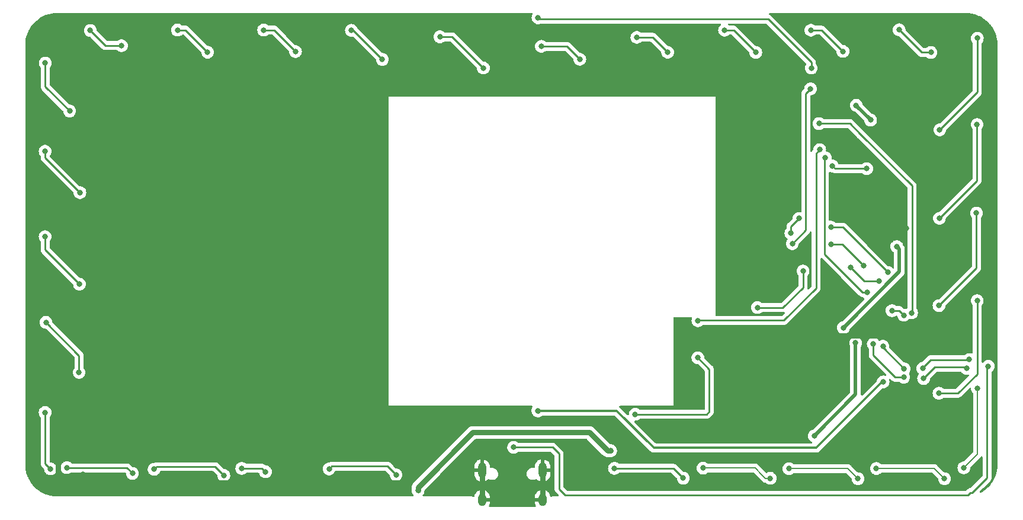
<source format=gbr>
%TF.GenerationSoftware,KiCad,Pcbnew,(6.0.4-0)*%
%TF.CreationDate,2022-06-17T16:33:18+02:00*%
%TF.ProjectId,GlowSignMainPCB No battery,476c6f77-5369-4676-9e4d-61696e504342,rev?*%
%TF.SameCoordinates,Original*%
%TF.FileFunction,Copper,L2,Bot*%
%TF.FilePolarity,Positive*%
%FSLAX46Y46*%
G04 Gerber Fmt 4.6, Leading zero omitted, Abs format (unit mm)*
G04 Created by KiCad (PCBNEW (6.0.4-0)) date 2022-06-17 16:33:18*
%MOMM*%
%LPD*%
G01*
G04 APERTURE LIST*
%TA.AperFunction,ComponentPad*%
%ADD10O,1.200000X1.800000*%
%TD*%
%TA.AperFunction,ComponentPad*%
%ADD11O,1.200000X2.200000*%
%TD*%
%TA.AperFunction,ViaPad*%
%ADD12C,0.800000*%
%TD*%
%TA.AperFunction,Conductor*%
%ADD13C,0.300000*%
%TD*%
%TA.AperFunction,Conductor*%
%ADD14C,0.800000*%
%TD*%
%TA.AperFunction,Conductor*%
%ADD15C,0.400000*%
%TD*%
%TA.AperFunction,Conductor*%
%ADD16C,0.250000*%
%TD*%
%TA.AperFunction,Conductor*%
%ADD17C,0.500000*%
%TD*%
%TA.AperFunction,Conductor*%
%ADD18C,0.160000*%
%TD*%
%TA.AperFunction,Conductor*%
%ADD19C,0.200000*%
%TD*%
G04 APERTURE END LIST*
D10*
%TO.P,USB1,SHELL,SHELL*%
%TO.N,GND*%
X155467241Y-130992494D03*
D11*
X146827159Y-126812408D03*
D10*
X146827159Y-130992494D03*
D11*
X155467241Y-126812408D03*
%TD*%
D12*
%TO.N,GND*%
X181110000Y-106830000D03*
X180150000Y-127760000D03*
X203680000Y-93490000D03*
X89790000Y-127370000D03*
X212250000Y-65540000D03*
X137470000Y-126330000D03*
X171400000Y-128090000D03*
X180180000Y-110070000D03*
X205010000Y-127860000D03*
X166810000Y-129340000D03*
X159520000Y-123000000D03*
X192560000Y-127980000D03*
X88250000Y-118420000D03*
X114660000Y-127590000D03*
X101940000Y-127660000D03*
X201320000Y-92970000D03*
X207430000Y-92220000D03*
X195067437Y-111787437D03*
X193710000Y-105930000D03*
X217640000Y-127450000D03*
X151250000Y-65160000D03*
X126820000Y-127480000D03*
X144560000Y-119810000D03*
X210280000Y-97200000D03*
X214660000Y-64130000D03*
X202720000Y-107540000D03*
%TO.N,+3V3*%
X198470000Y-106430000D03*
X202350000Y-76780000D03*
X200300000Y-74670000D03*
X206090000Y-94840000D03*
%TO.N,+5V*%
X200210000Y-108610000D03*
X165195000Y-123985000D03*
X137670000Y-129690000D03*
X194300000Y-121880000D03*
%TO.N,RESET*%
X192700000Y-98340000D03*
X199470000Y-97800000D03*
X186170000Y-103560000D03*
X203580000Y-99780000D03*
%TO.N,USB-C 5V*%
X154800000Y-118310000D03*
X204140000Y-114170000D03*
%TO.N,Net-(R1-Pad1)*%
X177660000Y-110720000D03*
X168710000Y-118800000D03*
%TO.N,IO33{slash}MAINBUTTON*%
X193880000Y-69360000D03*
X193770000Y-72320000D03*
X154810000Y-62180000D03*
X191170000Y-94430000D03*
%TO.N,IO16{slash}LED1*%
X177670000Y-105430000D03*
X195080000Y-81010000D03*
%TO.N,IO32{slash}SD*%
X204840000Y-98540000D03*
X190960000Y-92930000D03*
X196680000Y-92070000D03*
X192130000Y-90820000D03*
%TO.N,IO14{slash}SCK*%
X196690000Y-94500000D03*
X201380000Y-97600000D03*
%TO.N,IO15{slash}WS*%
X201790000Y-83720000D03*
X196910000Y-83340000D03*
%TO.N,RXD0*%
X205430000Y-103990000D03*
X195890000Y-82160000D03*
X201860000Y-101410000D03*
X207104620Y-104646339D03*
%TO.N,TXD0*%
X208210000Y-104300000D03*
X194980000Y-77290000D03*
%TO.N,USB-C DATA+*%
X202740000Y-108750000D03*
X216070000Y-112230000D03*
X207080000Y-113500000D03*
X209930000Y-113690000D03*
%TO.N,USB-C DATA-*%
X204119848Y-109078627D03*
X207160000Y-112320000D03*
X219170000Y-111940000D03*
X216470000Y-110970000D03*
X209810000Y-112230000D03*
X151330000Y-123510000D03*
%TO.N,Net-(D3-Pad3)*%
X175570000Y-127910000D03*
X165740000Y-126510000D03*
%TO.N,Net-(D4-Pad3)*%
X178420000Y-126480000D03*
X188000000Y-127930000D03*
%TO.N,Net-(D5-Pad3)*%
X190690000Y-126560000D03*
X200540000Y-128000000D03*
%TO.N,Net-(D6-Pad3)*%
X203179584Y-126531403D03*
X212910000Y-128000000D03*
%TO.N,Net-(D7-Pad3)*%
X217620000Y-115090000D03*
X215676241Y-126434051D03*
%TO.N,Net-(D8-Pad2)*%
X217590000Y-102570000D03*
X212130000Y-115790000D03*
%TO.N,Net-(D10-Pad4)*%
X212130000Y-103270000D03*
X217490000Y-90070000D03*
%TO.N,Net-(D10-Pad2)*%
X212190000Y-90800000D03*
X217570000Y-77420000D03*
%TO.N,Net-(D11-Pad2)*%
X217610000Y-65080000D03*
X212230000Y-78180000D03*
%TO.N,Net-(D12-Pad2)*%
X206430000Y-63890000D03*
X210980000Y-67130000D03*
%TO.N,Net-(D13-Pad2)*%
X193830000Y-63950000D03*
X198400000Y-66980000D03*
%TO.N,Net-(D14-Pad2)*%
X185940000Y-67110000D03*
X181480000Y-63950000D03*
%TO.N,Net-(D15-Pad2)*%
X168940000Y-64970000D03*
X173350000Y-67090000D03*
%TO.N,Net-(D16-Pad2)*%
X155290000Y-66250000D03*
X160790000Y-68100000D03*
%TO.N,Net-(D18-Pad2)*%
X128140000Y-63970000D03*
X132560000Y-68120000D03*
%TO.N,Net-(D19-Pad2)*%
X115600000Y-63930000D03*
X120150000Y-67000000D03*
%TO.N,Net-(D20-Pad2)*%
X107590000Y-67090000D03*
X103290000Y-63930000D03*
%TO.N,Net-(D21-Pad2)*%
X95280000Y-66150000D03*
X90820000Y-63990000D03*
%TO.N,Net-(D22-Pad2)*%
X84380000Y-68640000D03*
X87870000Y-75490000D03*
%TO.N,Net-(D23-Pad2)*%
X84360000Y-81220000D03*
X89340000Y-87140000D03*
%TO.N,Net-(D24-Pad2)*%
X84360000Y-93420000D03*
X89280000Y-100210000D03*
%TO.N,Net-(D25-Pad2)*%
X89220000Y-112800000D03*
X84490000Y-105670000D03*
%TO.N,Net-(D27-Pad3)*%
X96850000Y-127230000D03*
X87476516Y-126418584D03*
%TO.N,Net-(D28-Pad3)*%
X99940000Y-126644500D03*
X109910000Y-127520000D03*
%TO.N,Net-(D29-Pad3)*%
X115860000Y-127000000D03*
X112470000Y-126510000D03*
%TO.N,Net-(D17-Pad2)*%
X140800000Y-64890000D03*
X147010000Y-69350000D03*
%TO.N,Net-(D26-Pad2)*%
X85130000Y-126590000D03*
X84360000Y-118530000D03*
%TO.N,Net-(D30-Pad3)*%
X124960000Y-126600000D03*
X134520000Y-127440000D03*
%TD*%
D13*
%TO.N,USB-C 5V*%
X166060000Y-118310000D02*
X154800000Y-118310000D01*
D14*
%TO.N,GND*%
X180440000Y-129340000D02*
X192830000Y-129340000D01*
X114810000Y-128530000D02*
X102040000Y-128530000D01*
X126930000Y-128530000D02*
X117800000Y-128530000D01*
D15*
X89790000Y-127370000D02*
X90040000Y-127620000D01*
D16*
X203680000Y-93490000D02*
X206160000Y-93490000D01*
D15*
X101940000Y-127660000D02*
X102040000Y-127760000D01*
D14*
X144560000Y-119810000D02*
X141265000Y-123105000D01*
X193710000Y-107540000D02*
X193710000Y-110430000D01*
X207570000Y-107540000D02*
X208400000Y-108370000D01*
D16*
X206160000Y-93490000D02*
X207430000Y-92220000D01*
D15*
X205010000Y-127860000D02*
X204870000Y-128000000D01*
X192560000Y-127980000D02*
X192830000Y-128250000D01*
D14*
X162880000Y-129340000D02*
X166810000Y-129340000D01*
X135840000Y-128530000D02*
X126930000Y-128530000D01*
D16*
X203160000Y-92970000D02*
X203680000Y-93490000D01*
D15*
X204870000Y-128000000D02*
X204870000Y-129340000D01*
D14*
X141265000Y-123105000D02*
X137760000Y-126610000D01*
D15*
X102040000Y-127760000D02*
X102040000Y-128530000D01*
X180440000Y-128050000D02*
X180440000Y-129340000D01*
X192830000Y-128250000D02*
X192830000Y-129340000D01*
D14*
X193710000Y-110430000D02*
X195067437Y-111787437D01*
D15*
X114660000Y-127590000D02*
X114810000Y-127740000D01*
X137470000Y-126330000D02*
X137750000Y-126610000D01*
D14*
X159520000Y-123000000D02*
X159520000Y-125980000D01*
D16*
X151140000Y-65270000D02*
X151140000Y-70580000D01*
D14*
X137760000Y-126610000D02*
X135840000Y-128530000D01*
X90040000Y-128530000D02*
X87710000Y-128530000D01*
D15*
X114810000Y-127740000D02*
X114810000Y-128530000D01*
D16*
X201320000Y-92970000D02*
X203160000Y-92970000D01*
D14*
X208400000Y-108370000D02*
X208400000Y-115680000D01*
X210280000Y-80170000D02*
X210280000Y-97200000D01*
X193710000Y-105930000D02*
X193710000Y-107540000D01*
D16*
X181110000Y-106830000D02*
X181110000Y-109140000D01*
X151250000Y-65160000D02*
X151140000Y-65270000D01*
D14*
X86250000Y-120420000D02*
X88250000Y-118420000D01*
X146827159Y-130992494D02*
X146827159Y-126812408D01*
D15*
X180150000Y-127760000D02*
X180440000Y-128050000D01*
X137750000Y-126610000D02*
X137760000Y-126610000D01*
X90040000Y-127620000D02*
X90040000Y-128530000D01*
D14*
X168030000Y-129340000D02*
X170150000Y-129340000D01*
X159520000Y-125980000D02*
X162880000Y-129340000D01*
X170150000Y-129340000D02*
X171400000Y-128090000D01*
X202720000Y-107540000D02*
X207570000Y-107540000D01*
X151140000Y-70580000D02*
X202864600Y-70580000D01*
X208400000Y-78290000D02*
X210280000Y-80170000D01*
X214660000Y-64130000D02*
X213660000Y-64130000D01*
X210280000Y-97200000D02*
X210280000Y-106490000D01*
X168030000Y-129340000D02*
X180440000Y-129340000D01*
D15*
X126930000Y-127590000D02*
X126930000Y-128530000D01*
D14*
X193710000Y-107540000D02*
X202720000Y-107540000D01*
X117800000Y-128530000D02*
X114810000Y-128530000D01*
X155467241Y-130992494D02*
X155467241Y-126812408D01*
X102040000Y-128530000D02*
X90040000Y-128530000D01*
D16*
X181110000Y-109140000D02*
X180180000Y-110070000D01*
D14*
X192830000Y-129340000D02*
X204870000Y-129340000D01*
X213660000Y-64130000D02*
X212250000Y-65540000D01*
X86250000Y-127070000D02*
X86250000Y-120420000D01*
X166810000Y-129340000D02*
X168030000Y-129340000D01*
X204870000Y-129340000D02*
X215750000Y-129340000D01*
X87710000Y-128530000D02*
X86250000Y-127070000D01*
X210280000Y-106490000D02*
X208400000Y-108370000D01*
X215750000Y-129340000D02*
X217640000Y-127450000D01*
D15*
X126820000Y-127480000D02*
X126930000Y-127590000D01*
D14*
X202864600Y-70580000D02*
X203684600Y-71400000D01*
D17*
%TO.N,+3V3*%
X202350000Y-76720000D02*
X200300000Y-74670000D01*
X206480000Y-95230000D02*
X206480000Y-98420000D01*
X206090000Y-94840000D02*
X206480000Y-95230000D01*
X206480000Y-98420000D02*
X198470000Y-106430000D01*
X202350000Y-76780000D02*
X202350000Y-76720000D01*
%TO.N,+5V*%
X200210000Y-115970000D02*
X194300000Y-121880000D01*
D14*
X162160000Y-121390000D02*
X164755000Y-123985000D01*
X137670000Y-129210000D02*
X145490000Y-121390000D01*
D17*
X200210000Y-108610000D02*
X200210000Y-115970000D01*
D14*
X137670000Y-129690000D02*
X137670000Y-129210000D01*
X145490000Y-121390000D02*
X162160000Y-121390000D01*
X164755000Y-123985000D02*
X165195000Y-123985000D01*
D16*
%TO.N,RESET*%
X203580000Y-99780000D02*
X201450000Y-99780000D01*
X189800000Y-103560000D02*
X186170000Y-103560000D01*
X201450000Y-99780000D02*
X199470000Y-97800000D01*
X192700000Y-100660000D02*
X189800000Y-103560000D01*
X192700000Y-98340000D02*
X192700000Y-100660000D01*
D13*
%TO.N,USB-C 5V*%
X194590000Y-123600000D02*
X171350000Y-123600000D01*
X204020000Y-114170000D02*
X194590000Y-123600000D01*
X171350000Y-123600000D02*
X166060000Y-118310000D01*
D14*
X154770000Y-118280000D02*
X154800000Y-118310000D01*
D13*
X204140000Y-114170000D02*
X204020000Y-114170000D01*
D16*
%TO.N,Net-(R1-Pad1)*%
X177660000Y-110720000D02*
X179290000Y-112350000D01*
X179290000Y-112350000D02*
X179290000Y-118430000D01*
X178920000Y-118800000D02*
X168710000Y-118800000D01*
X179290000Y-118430000D02*
X178920000Y-118800000D01*
%TO.N,IO33{slash}MAINBUTTON*%
X154810000Y-62180000D02*
X154990000Y-62360000D01*
X193100000Y-72990000D02*
X193100000Y-92500000D01*
X193770000Y-72320000D02*
X193100000Y-72990000D01*
X154990000Y-62360000D02*
X187690000Y-62360000D01*
X193100000Y-92500000D02*
X191170000Y-94430000D01*
X193880000Y-68550000D02*
X193880000Y-69360000D01*
X187690000Y-62360000D02*
X193880000Y-68550000D01*
%TO.N,IO16{slash}LED1*%
X194560000Y-81530000D02*
X195080000Y-81010000D01*
X189970000Y-105390000D02*
X194560000Y-100800000D01*
X177670000Y-105430000D02*
X177710000Y-105390000D01*
X177710000Y-105390000D02*
X189970000Y-105390000D01*
X194560000Y-100800000D02*
X194560000Y-81530000D01*
%TO.N,IO32{slash}SD*%
X190960000Y-91990000D02*
X190960000Y-92930000D01*
X204840000Y-98540000D02*
X198370000Y-92070000D01*
X198370000Y-92070000D02*
X196680000Y-92070000D01*
X192130000Y-90820000D02*
X190960000Y-91990000D01*
%TO.N,IO14{slash}SCK*%
X201380000Y-97600000D02*
X198280000Y-94500000D01*
X198280000Y-94500000D02*
X196690000Y-94500000D01*
%TO.N,IO15{slash}WS*%
X201790000Y-83720000D02*
X197290000Y-83720000D01*
X197290000Y-83720000D02*
X196910000Y-83340000D01*
%TO.N,RXD0*%
X195760000Y-95950000D02*
X201220000Y-101410000D01*
D18*
X195890000Y-82160000D02*
X195760000Y-82290000D01*
D16*
X207104620Y-104646339D02*
X206448281Y-103990000D01*
X206448281Y-103990000D02*
X205430000Y-103990000D01*
X201220000Y-101410000D02*
X201860000Y-101410000D01*
X195760000Y-82290000D02*
X195760000Y-95950000D01*
%TO.N,TXD0*%
X208300000Y-86180000D02*
X200890000Y-78770000D01*
X199410000Y-77290000D02*
X194980000Y-77290000D01*
X200890000Y-78770000D02*
X199410000Y-77290000D01*
X208300000Y-104210000D02*
X208300000Y-92040000D01*
X208300000Y-92040000D02*
X208300000Y-86180000D01*
D18*
X208210000Y-104300000D02*
X208300000Y-104210000D01*
D16*
%TO.N,USB-C DATA+*%
X209930000Y-113690000D02*
X211560000Y-112060000D01*
X205850000Y-113500000D02*
X202740000Y-110390000D01*
X202740000Y-110390000D02*
X202740000Y-108750000D01*
X207080000Y-113500000D02*
X205850000Y-113500000D01*
X211560000Y-112060000D02*
X215900000Y-112060000D01*
X215900000Y-112060000D02*
X216070000Y-112230000D01*
%TO.N,USB-C DATA-*%
X218990000Y-127860000D02*
X218990000Y-112120000D01*
X204119848Y-109279848D02*
X204119848Y-109078627D01*
X157820000Y-124440000D02*
X157820000Y-129460000D01*
X151350000Y-123490000D02*
X156870000Y-123490000D01*
X210470000Y-111480000D02*
X209810000Y-112140000D01*
X216870000Y-129980000D02*
X218990000Y-127860000D01*
X216620000Y-129980000D02*
X216870000Y-129980000D01*
X216450000Y-110990000D02*
X210960000Y-110990000D01*
X156870000Y-123490000D02*
X157820000Y-124440000D01*
X207160000Y-112320000D02*
X204119848Y-109279848D01*
X157820000Y-129460000D02*
X158720000Y-130360000D01*
X210960000Y-110990000D02*
X210470000Y-111480000D01*
X158720000Y-130360000D02*
X216240000Y-130360000D01*
X151330000Y-123510000D02*
X151350000Y-123490000D01*
X216240000Y-130360000D02*
X216620000Y-129980000D01*
X209810000Y-112140000D02*
X209810000Y-112230000D01*
X218990000Y-112120000D02*
X219170000Y-111940000D01*
X216470000Y-110970000D02*
X216450000Y-110990000D01*
%TO.N,Net-(D3-Pad3)*%
X174170000Y-126510000D02*
X175570000Y-127910000D01*
X165740000Y-126510000D02*
X174170000Y-126510000D01*
D19*
%TO.N,Net-(D4-Pad3)*%
X186820000Y-127440000D02*
X187310000Y-127930000D01*
X178420000Y-126480000D02*
X185860000Y-126480000D01*
X187310000Y-127930000D02*
X188000000Y-127930000D01*
X185860000Y-126480000D02*
X186820000Y-127440000D01*
%TO.N,Net-(D5-Pad3)*%
X199120000Y-126570000D02*
X200540000Y-127990000D01*
X200540000Y-127990000D02*
X200540000Y-128000000D01*
X190690000Y-126560000D02*
X199110000Y-126560000D01*
X199110000Y-126560000D02*
X199120000Y-126570000D01*
%TO.N,Net-(D6-Pad3)*%
X210210000Y-126520000D02*
X211430000Y-126520000D01*
X203179584Y-126531403D02*
X203190987Y-126520000D01*
X211430000Y-126520000D02*
X212910000Y-128000000D01*
X203190987Y-126520000D02*
X210210000Y-126520000D01*
%TO.N,Net-(D7-Pad3)*%
X217620000Y-124490292D02*
X217620000Y-115090000D01*
X215676241Y-126434051D02*
X217620000Y-124490292D01*
D16*
%TO.N,Net-(D8-Pad2)*%
X217590000Y-113030000D02*
X217590000Y-102570000D01*
X212130000Y-115790000D02*
X214830000Y-115790000D01*
X214830000Y-115790000D02*
X217590000Y-113030000D01*
%TO.N,Net-(D10-Pad4)*%
X217490000Y-97910000D02*
X217490000Y-90070000D01*
X212130000Y-103270000D02*
X217490000Y-97910000D01*
%TO.N,Net-(D10-Pad2)*%
X217570000Y-85420000D02*
X217570000Y-77420000D01*
X212190000Y-90800000D02*
X217570000Y-85420000D01*
%TO.N,Net-(D11-Pad2)*%
X217610000Y-72800000D02*
X217610000Y-65080000D01*
X212230000Y-78180000D02*
X217610000Y-72800000D01*
%TO.N,Net-(D12-Pad2)*%
X209670000Y-67130000D02*
X206430000Y-63890000D01*
X210980000Y-67130000D02*
X209670000Y-67130000D01*
%TO.N,Net-(D13-Pad2)*%
X198400000Y-66980000D02*
X195370000Y-63950000D01*
X195370000Y-63950000D02*
X193830000Y-63950000D01*
%TO.N,Net-(D14-Pad2)*%
X185940000Y-67110000D02*
X182780000Y-63950000D01*
X182780000Y-63950000D02*
X181480000Y-63950000D01*
%TO.N,Net-(D15-Pad2)*%
X171230000Y-64970000D02*
X168940000Y-64970000D01*
X173350000Y-67090000D02*
X171230000Y-64970000D01*
%TO.N,Net-(D16-Pad2)*%
X160790000Y-68100000D02*
X158940000Y-66250000D01*
X158940000Y-66250000D02*
X155290000Y-66250000D01*
%TO.N,Net-(D18-Pad2)*%
X128410000Y-63970000D02*
X128140000Y-63970000D01*
X132560000Y-68120000D02*
X128410000Y-63970000D01*
%TO.N,Net-(D19-Pad2)*%
X117080000Y-63930000D02*
X115600000Y-63930000D01*
X120150000Y-67000000D02*
X117080000Y-63930000D01*
%TO.N,Net-(D20-Pad2)*%
X104430000Y-63930000D02*
X103290000Y-63930000D01*
X107590000Y-67090000D02*
X104430000Y-63930000D01*
%TO.N,Net-(D21-Pad2)*%
X95280000Y-66150000D02*
X92980000Y-66150000D01*
X92980000Y-66150000D02*
X90820000Y-63990000D01*
%TO.N,Net-(D22-Pad2)*%
X84380000Y-68640000D02*
X84380000Y-72000000D01*
X84380000Y-72000000D02*
X87870000Y-75490000D01*
%TO.N,Net-(D23-Pad2)*%
X84360000Y-82160000D02*
X89340000Y-87140000D01*
X84360000Y-81220000D02*
X84360000Y-82160000D01*
%TO.N,Net-(D24-Pad2)*%
X84360000Y-95290000D02*
X89280000Y-100210000D01*
X84360000Y-93420000D02*
X84360000Y-95290000D01*
%TO.N,Net-(D25-Pad2)*%
X84490000Y-105670000D02*
X89220000Y-110400000D01*
X89220000Y-110400000D02*
X89220000Y-112800000D01*
D18*
%TO.N,Net-(D27-Pad3)*%
X87476516Y-126418584D02*
X87507932Y-126450000D01*
D16*
X96070000Y-126450000D02*
X96850000Y-127230000D01*
X87507932Y-126450000D02*
X94640000Y-126450000D01*
X94640000Y-126450000D02*
X96070000Y-126450000D01*
%TO.N,Net-(D28-Pad3)*%
X107550000Y-126270000D02*
X108660000Y-126270000D01*
X108660000Y-126270000D02*
X109910000Y-127520000D01*
X100314500Y-126270000D02*
X107550000Y-126270000D01*
X99940000Y-126644500D02*
X100314500Y-126270000D01*
%TO.N,Net-(D29-Pad3)*%
X112470000Y-126510000D02*
X115370000Y-126510000D01*
X115370000Y-126510000D02*
X115860000Y-127000000D01*
%TO.N,Net-(D17-Pad2)*%
X142550000Y-64890000D02*
X140800000Y-64890000D01*
X147010000Y-69350000D02*
X142550000Y-64890000D01*
%TO.N,Net-(D26-Pad2)*%
X85130000Y-126590000D02*
X84360000Y-125820000D01*
X84360000Y-125820000D02*
X84360000Y-118530000D01*
%TO.N,Net-(D30-Pad3)*%
X125370000Y-126190000D02*
X132510000Y-126190000D01*
X133270000Y-126190000D02*
X134520000Y-127440000D01*
X124960000Y-126600000D02*
X125370000Y-126190000D01*
X132510000Y-126190000D02*
X133270000Y-126190000D01*
%TD*%
%TA.AperFunction,Conductor*%
%TO.N,GND*%
G36*
X153995334Y-61534036D02*
G01*
X154041827Y-61587692D01*
X154051931Y-61657966D01*
X154036333Y-61703032D01*
X153975473Y-61808444D01*
X153916458Y-61990072D01*
X153896496Y-62180000D01*
X153916458Y-62369928D01*
X153975473Y-62551556D01*
X154070960Y-62716944D01*
X154075378Y-62721851D01*
X154075379Y-62721852D01*
X154176020Y-62833625D01*
X154198747Y-62858866D01*
X154353248Y-62971118D01*
X154359276Y-62973802D01*
X154359278Y-62973803D01*
X154511329Y-63041500D01*
X154527712Y-63048794D01*
X154621112Y-63068647D01*
X154708056Y-63087128D01*
X154708061Y-63087128D01*
X154714513Y-63088500D01*
X154905487Y-63088500D01*
X154911939Y-63087128D01*
X154911944Y-63087128D01*
X154998888Y-63068647D01*
X155092288Y-63048794D01*
X155130714Y-63031686D01*
X155192015Y-63004393D01*
X155243264Y-62993500D01*
X180863089Y-62993500D01*
X180931210Y-63013502D01*
X180977703Y-63067158D01*
X180987807Y-63137432D01*
X180958313Y-63202012D01*
X180937150Y-63221436D01*
X180868747Y-63271134D01*
X180864326Y-63276044D01*
X180864325Y-63276045D01*
X180753820Y-63398774D01*
X180740960Y-63413056D01*
X180645473Y-63578444D01*
X180586458Y-63760072D01*
X180585768Y-63766633D01*
X180585768Y-63766635D01*
X180583216Y-63790917D01*
X180566496Y-63950000D01*
X180586458Y-64139928D01*
X180645473Y-64321556D01*
X180648776Y-64327278D01*
X180648777Y-64327279D01*
X180664938Y-64355271D01*
X180740960Y-64486944D01*
X180745378Y-64491851D01*
X180745379Y-64491852D01*
X180854235Y-64612749D01*
X180868747Y-64628866D01*
X181023248Y-64741118D01*
X181029276Y-64743802D01*
X181029278Y-64743803D01*
X181191681Y-64816109D01*
X181197712Y-64818794D01*
X181283966Y-64837128D01*
X181378056Y-64857128D01*
X181378061Y-64857128D01*
X181384513Y-64858500D01*
X181575487Y-64858500D01*
X181581939Y-64857128D01*
X181581944Y-64857128D01*
X181676034Y-64837128D01*
X181762288Y-64818794D01*
X181768319Y-64816109D01*
X181930722Y-64743803D01*
X181930724Y-64743802D01*
X181936752Y-64741118D01*
X182030854Y-64672749D01*
X182070485Y-64643955D01*
X182091253Y-64628866D01*
X182095668Y-64623963D01*
X182100580Y-64619540D01*
X182101705Y-64620789D01*
X182155014Y-64587949D01*
X182188200Y-64583500D01*
X182465406Y-64583500D01*
X182533527Y-64603502D01*
X182554501Y-64620405D01*
X183774261Y-65840166D01*
X184992878Y-67058783D01*
X185026904Y-67121095D01*
X185029093Y-67134706D01*
X185032105Y-67163365D01*
X185035557Y-67196206D01*
X185046458Y-67299928D01*
X185105473Y-67481556D01*
X185200960Y-67646944D01*
X185205378Y-67651851D01*
X185205379Y-67651852D01*
X185312767Y-67771118D01*
X185328747Y-67788866D01*
X185483248Y-67901118D01*
X185489276Y-67903802D01*
X185489278Y-67903803D01*
X185629077Y-67966045D01*
X185657712Y-67978794D01*
X185743966Y-67997128D01*
X185838056Y-68017128D01*
X185838061Y-68017128D01*
X185844513Y-68018500D01*
X186035487Y-68018500D01*
X186041939Y-68017128D01*
X186041944Y-68017128D01*
X186136034Y-67997128D01*
X186222288Y-67978794D01*
X186250923Y-67966045D01*
X186390722Y-67903803D01*
X186390724Y-67903802D01*
X186396752Y-67901118D01*
X186551253Y-67788866D01*
X186567233Y-67771118D01*
X186674621Y-67651852D01*
X186674622Y-67651851D01*
X186679040Y-67646944D01*
X186774527Y-67481556D01*
X186833542Y-67299928D01*
X186844444Y-67196206D01*
X186852814Y-67116565D01*
X186853504Y-67110000D01*
X186847947Y-67057128D01*
X186834232Y-66926635D01*
X186834232Y-66926633D01*
X186833542Y-66920072D01*
X186774527Y-66738444D01*
X186679040Y-66573056D01*
X186666181Y-66558774D01*
X186555675Y-66436045D01*
X186555674Y-66436044D01*
X186551253Y-66431134D01*
X186396752Y-66318882D01*
X186390724Y-66316198D01*
X186390722Y-66316197D01*
X186228319Y-66243891D01*
X186228318Y-66243891D01*
X186222288Y-66241206D01*
X186121741Y-66219834D01*
X186041944Y-66202872D01*
X186041939Y-66202872D01*
X186035487Y-66201500D01*
X185979594Y-66201500D01*
X185911473Y-66181498D01*
X185890499Y-66164595D01*
X184591230Y-64865325D01*
X183283652Y-63557747D01*
X183276112Y-63549461D01*
X183272000Y-63542982D01*
X183257077Y-63528968D01*
X183222349Y-63496357D01*
X183219507Y-63493602D01*
X183199770Y-63473865D01*
X183196573Y-63471385D01*
X183187551Y-63463680D01*
X183161100Y-63438841D01*
X183155321Y-63433414D01*
X183148375Y-63429595D01*
X183148372Y-63429593D01*
X183137566Y-63423652D01*
X183121047Y-63412801D01*
X183115048Y-63408148D01*
X183105041Y-63400386D01*
X183097772Y-63397241D01*
X183097768Y-63397238D01*
X183064463Y-63382826D01*
X183053813Y-63377609D01*
X183015060Y-63356305D01*
X182995437Y-63351267D01*
X182976734Y-63344863D01*
X182965420Y-63339967D01*
X182965419Y-63339967D01*
X182958145Y-63336819D01*
X182950322Y-63335580D01*
X182950312Y-63335577D01*
X182914476Y-63329901D01*
X182902856Y-63327495D01*
X182867711Y-63318472D01*
X182867710Y-63318472D01*
X182860030Y-63316500D01*
X182839776Y-63316500D01*
X182820065Y-63314949D01*
X182807886Y-63313020D01*
X182800057Y-63311780D01*
X182759890Y-63315577D01*
X182756039Y-63315941D01*
X182744181Y-63316500D01*
X182188200Y-63316500D01*
X182120079Y-63296498D01*
X182100853Y-63280157D01*
X182100580Y-63280460D01*
X182095668Y-63276037D01*
X182091253Y-63271134D01*
X182070485Y-63256045D01*
X182022850Y-63221436D01*
X181979496Y-63165213D01*
X181973421Y-63094477D01*
X182006553Y-63031686D01*
X182068373Y-62996774D01*
X182096911Y-62993500D01*
X187375406Y-62993500D01*
X187443527Y-63013502D01*
X187464501Y-63030405D01*
X193115124Y-68681029D01*
X193149150Y-68743341D01*
X193144085Y-68814156D01*
X193135154Y-68833112D01*
X193045473Y-68988444D01*
X192986458Y-69170072D01*
X192985768Y-69176633D01*
X192985768Y-69176635D01*
X192973416Y-69294158D01*
X192966496Y-69360000D01*
X192986458Y-69549928D01*
X193045473Y-69731556D01*
X193140960Y-69896944D01*
X193268747Y-70038866D01*
X193367843Y-70110864D01*
X193404143Y-70137237D01*
X193423248Y-70151118D01*
X193429276Y-70153802D01*
X193429278Y-70153803D01*
X193578333Y-70220166D01*
X193597712Y-70228794D01*
X193691112Y-70248647D01*
X193778056Y-70267128D01*
X193778061Y-70267128D01*
X193784513Y-70268500D01*
X193975487Y-70268500D01*
X193981939Y-70267128D01*
X193981944Y-70267128D01*
X194068888Y-70248647D01*
X194162288Y-70228794D01*
X194181667Y-70220166D01*
X194330722Y-70153803D01*
X194330724Y-70153802D01*
X194336752Y-70151118D01*
X194355858Y-70137237D01*
X194392157Y-70110864D01*
X194491253Y-70038866D01*
X194619040Y-69896944D01*
X194714527Y-69731556D01*
X194773542Y-69549928D01*
X194793504Y-69360000D01*
X194786584Y-69294158D01*
X194774232Y-69176635D01*
X194774232Y-69176633D01*
X194773542Y-69170072D01*
X194714527Y-68988444D01*
X194708754Y-68978444D01*
X194624853Y-68833125D01*
X194619040Y-68823056D01*
X194545863Y-68741785D01*
X194515147Y-68677779D01*
X194513500Y-68657476D01*
X194513500Y-68628767D01*
X194514027Y-68617584D01*
X194515702Y-68610091D01*
X194513562Y-68542000D01*
X194513500Y-68538043D01*
X194513500Y-68510144D01*
X194512996Y-68506153D01*
X194512063Y-68494311D01*
X194511977Y-68491556D01*
X194510674Y-68450111D01*
X194508462Y-68442497D01*
X194508461Y-68442492D01*
X194505023Y-68430659D01*
X194501012Y-68411295D01*
X194499467Y-68399064D01*
X194498474Y-68391203D01*
X194495557Y-68383836D01*
X194495556Y-68383831D01*
X194482198Y-68350092D01*
X194478354Y-68338865D01*
X194468230Y-68304022D01*
X194466018Y-68296407D01*
X194455707Y-68278972D01*
X194447012Y-68261224D01*
X194439552Y-68242383D01*
X194413564Y-68206613D01*
X194407048Y-68196693D01*
X194388580Y-68165465D01*
X194388578Y-68165462D01*
X194384542Y-68158638D01*
X194370221Y-68144317D01*
X194357380Y-68129283D01*
X194354056Y-68124708D01*
X194345472Y-68112893D01*
X194311395Y-68084702D01*
X194302616Y-68076712D01*
X190175905Y-63950000D01*
X192916496Y-63950000D01*
X192936458Y-64139928D01*
X192995473Y-64321556D01*
X192998776Y-64327278D01*
X192998777Y-64327279D01*
X193014938Y-64355271D01*
X193090960Y-64486944D01*
X193095378Y-64491851D01*
X193095379Y-64491852D01*
X193204235Y-64612749D01*
X193218747Y-64628866D01*
X193373248Y-64741118D01*
X193379276Y-64743802D01*
X193379278Y-64743803D01*
X193541681Y-64816109D01*
X193547712Y-64818794D01*
X193633966Y-64837128D01*
X193728056Y-64857128D01*
X193728061Y-64857128D01*
X193734513Y-64858500D01*
X193925487Y-64858500D01*
X193931939Y-64857128D01*
X193931944Y-64857128D01*
X194026034Y-64837128D01*
X194112288Y-64818794D01*
X194118319Y-64816109D01*
X194280722Y-64743803D01*
X194280724Y-64743802D01*
X194286752Y-64741118D01*
X194380854Y-64672749D01*
X194420485Y-64643955D01*
X194441253Y-64628866D01*
X194445668Y-64623963D01*
X194450580Y-64619540D01*
X194451705Y-64620789D01*
X194505014Y-64587949D01*
X194538200Y-64583500D01*
X195055406Y-64583500D01*
X195123527Y-64603502D01*
X195144501Y-64620405D01*
X196300764Y-65776669D01*
X197452878Y-66928783D01*
X197486904Y-66991095D01*
X197489093Y-67004708D01*
X197505113Y-67157128D01*
X197506458Y-67169928D01*
X197565473Y-67351556D01*
X197660960Y-67516944D01*
X197665378Y-67521851D01*
X197665379Y-67521852D01*
X197784325Y-67653955D01*
X197788747Y-67658866D01*
X197816275Y-67678866D01*
X197937553Y-67766980D01*
X197943248Y-67771118D01*
X197949276Y-67773802D01*
X197949278Y-67773803D01*
X198036744Y-67812745D01*
X198117712Y-67848794D01*
X198211113Y-67868647D01*
X198298056Y-67887128D01*
X198298061Y-67887128D01*
X198304513Y-67888500D01*
X198495487Y-67888500D01*
X198501939Y-67887128D01*
X198501944Y-67887128D01*
X198588887Y-67868647D01*
X198682288Y-67848794D01*
X198763256Y-67812745D01*
X198850722Y-67773803D01*
X198850724Y-67773802D01*
X198856752Y-67771118D01*
X198862448Y-67766980D01*
X198983725Y-67678866D01*
X199011253Y-67658866D01*
X199015675Y-67653955D01*
X199134621Y-67521852D01*
X199134622Y-67521851D01*
X199139040Y-67516944D01*
X199234527Y-67351556D01*
X199293542Y-67169928D01*
X199294888Y-67157128D01*
X199312814Y-66986565D01*
X199313504Y-66980000D01*
X199309307Y-66940072D01*
X199294232Y-66796635D01*
X199294232Y-66796633D01*
X199293542Y-66790072D01*
X199234527Y-66608444D01*
X199139040Y-66443056D01*
X199128306Y-66431134D01*
X199015675Y-66306045D01*
X199015674Y-66306044D01*
X199011253Y-66301134D01*
X198856752Y-66188882D01*
X198850724Y-66186198D01*
X198850722Y-66186197D01*
X198688319Y-66113891D01*
X198688318Y-66113891D01*
X198682288Y-66111206D01*
X198588887Y-66091353D01*
X198501944Y-66072872D01*
X198501939Y-66072872D01*
X198495487Y-66071500D01*
X198439594Y-66071500D01*
X198371473Y-66051498D01*
X198350499Y-66034595D01*
X197116071Y-64800166D01*
X196205905Y-63890000D01*
X205516496Y-63890000D01*
X205536458Y-64079928D01*
X205595473Y-64261556D01*
X205598776Y-64267278D01*
X205598777Y-64267279D01*
X205617759Y-64300157D01*
X205690960Y-64426944D01*
X205695378Y-64431851D01*
X205695379Y-64431852D01*
X205800656Y-64548774D01*
X205818747Y-64568866D01*
X205889684Y-64620405D01*
X205956385Y-64668866D01*
X205973248Y-64681118D01*
X205979276Y-64683802D01*
X205979278Y-64683803D01*
X206114041Y-64743803D01*
X206147712Y-64758794D01*
X206234479Y-64777237D01*
X206328056Y-64797128D01*
X206328061Y-64797128D01*
X206334513Y-64798500D01*
X206390406Y-64798500D01*
X206458527Y-64818502D01*
X206479501Y-64835405D01*
X207825593Y-66181498D01*
X209166348Y-67522253D01*
X209173888Y-67530539D01*
X209178000Y-67537018D01*
X209183777Y-67542443D01*
X209227651Y-67583643D01*
X209230493Y-67586398D01*
X209250230Y-67606135D01*
X209253427Y-67608615D01*
X209262447Y-67616318D01*
X209294679Y-67646586D01*
X209301625Y-67650405D01*
X209301628Y-67650407D01*
X209312434Y-67656348D01*
X209328953Y-67667199D01*
X209344959Y-67679614D01*
X209352228Y-67682759D01*
X209352232Y-67682762D01*
X209385537Y-67697174D01*
X209396187Y-67702391D01*
X209434940Y-67723695D01*
X209442615Y-67725666D01*
X209442616Y-67725666D01*
X209454562Y-67728733D01*
X209473267Y-67735137D01*
X209491855Y-67743181D01*
X209499678Y-67744420D01*
X209499688Y-67744423D01*
X209535524Y-67750099D01*
X209547144Y-67752505D01*
X209582289Y-67761528D01*
X209589970Y-67763500D01*
X209610224Y-67763500D01*
X209629934Y-67765051D01*
X209649943Y-67768220D01*
X209657835Y-67767474D01*
X209693961Y-67764059D01*
X209705819Y-67763500D01*
X210271800Y-67763500D01*
X210339921Y-67783502D01*
X210359147Y-67799843D01*
X210359420Y-67799540D01*
X210364332Y-67803963D01*
X210368747Y-67808866D01*
X210390329Y-67824546D01*
X210517078Y-67916635D01*
X210523248Y-67921118D01*
X210529276Y-67923802D01*
X210529278Y-67923803D01*
X210691681Y-67996109D01*
X210697712Y-67998794D01*
X210783966Y-68017128D01*
X210878056Y-68037128D01*
X210878061Y-68037128D01*
X210884513Y-68038500D01*
X211075487Y-68038500D01*
X211081939Y-68037128D01*
X211081944Y-68037128D01*
X211176034Y-68017128D01*
X211262288Y-67998794D01*
X211268319Y-67996109D01*
X211430722Y-67923803D01*
X211430724Y-67923802D01*
X211436752Y-67921118D01*
X211442923Y-67916635D01*
X211506881Y-67870166D01*
X211591253Y-67808866D01*
X211625162Y-67771206D01*
X211714621Y-67671852D01*
X211714622Y-67671851D01*
X211719040Y-67666944D01*
X211814527Y-67501556D01*
X211873542Y-67319928D01*
X211893504Y-67130000D01*
X211885845Y-67057128D01*
X211874232Y-66946635D01*
X211874232Y-66946633D01*
X211873542Y-66940072D01*
X211814527Y-66758444D01*
X211719040Y-66593056D01*
X211706181Y-66578774D01*
X211595675Y-66456045D01*
X211595674Y-66456044D01*
X211591253Y-66451134D01*
X211436752Y-66338882D01*
X211430724Y-66336198D01*
X211430722Y-66336197D01*
X211268319Y-66263891D01*
X211268318Y-66263891D01*
X211262288Y-66261206D01*
X211161741Y-66239834D01*
X211081944Y-66222872D01*
X211081939Y-66222872D01*
X211075487Y-66221500D01*
X210884513Y-66221500D01*
X210878061Y-66222872D01*
X210878056Y-66222872D01*
X210798259Y-66239834D01*
X210697712Y-66261206D01*
X210691682Y-66263891D01*
X210691681Y-66263891D01*
X210529278Y-66336197D01*
X210529276Y-66336198D01*
X210523248Y-66338882D01*
X210517907Y-66342762D01*
X210517906Y-66342763D01*
X210423802Y-66411134D01*
X210368747Y-66451134D01*
X210364332Y-66456037D01*
X210359420Y-66460460D01*
X210358295Y-66459211D01*
X210304986Y-66492051D01*
X210271800Y-66496500D01*
X209984594Y-66496500D01*
X209916473Y-66476498D01*
X209895499Y-66459595D01*
X207377122Y-63941217D01*
X207343096Y-63878905D01*
X207340907Y-63865292D01*
X207324232Y-63706635D01*
X207324232Y-63706633D01*
X207323542Y-63700072D01*
X207264527Y-63518444D01*
X207250185Y-63493602D01*
X207225814Y-63451392D01*
X207169040Y-63353056D01*
X207153958Y-63336305D01*
X207045675Y-63216045D01*
X207045674Y-63216044D01*
X207041253Y-63211134D01*
X206939811Y-63137432D01*
X206892094Y-63102763D01*
X206892093Y-63102762D01*
X206886752Y-63098882D01*
X206880724Y-63096198D01*
X206880722Y-63096197D01*
X206718319Y-63023891D01*
X206718318Y-63023891D01*
X206712288Y-63021206D01*
X206618887Y-63001353D01*
X206531944Y-62982872D01*
X206531939Y-62982872D01*
X206525487Y-62981500D01*
X206334513Y-62981500D01*
X206328061Y-62982872D01*
X206328056Y-62982872D01*
X206241113Y-63001353D01*
X206147712Y-63021206D01*
X206141682Y-63023891D01*
X206141681Y-63023891D01*
X205979278Y-63096197D01*
X205979276Y-63096198D01*
X205973248Y-63098882D01*
X205967907Y-63102762D01*
X205967906Y-63102763D01*
X205920189Y-63137432D01*
X205818747Y-63211134D01*
X205814326Y-63216044D01*
X205814325Y-63216045D01*
X205706043Y-63336305D01*
X205690960Y-63353056D01*
X205634186Y-63451392D01*
X205609816Y-63493602D01*
X205595473Y-63518444D01*
X205536458Y-63700072D01*
X205535768Y-63706633D01*
X205535768Y-63706635D01*
X205525948Y-63800072D01*
X205516496Y-63890000D01*
X196205905Y-63890000D01*
X195873652Y-63557747D01*
X195866112Y-63549461D01*
X195862000Y-63542982D01*
X195847077Y-63528968D01*
X195812349Y-63496357D01*
X195809507Y-63493602D01*
X195789770Y-63473865D01*
X195786573Y-63471385D01*
X195777551Y-63463680D01*
X195751100Y-63438841D01*
X195745321Y-63433414D01*
X195738375Y-63429595D01*
X195738372Y-63429593D01*
X195727566Y-63423652D01*
X195711047Y-63412801D01*
X195705048Y-63408148D01*
X195695041Y-63400386D01*
X195687772Y-63397241D01*
X195687768Y-63397238D01*
X195654463Y-63382826D01*
X195643813Y-63377609D01*
X195605060Y-63356305D01*
X195585437Y-63351267D01*
X195566734Y-63344863D01*
X195555420Y-63339967D01*
X195555419Y-63339967D01*
X195548145Y-63336819D01*
X195540322Y-63335580D01*
X195540312Y-63335577D01*
X195504476Y-63329901D01*
X195492856Y-63327495D01*
X195457711Y-63318472D01*
X195457710Y-63318472D01*
X195450030Y-63316500D01*
X195429776Y-63316500D01*
X195410065Y-63314949D01*
X195397886Y-63313020D01*
X195390057Y-63311780D01*
X195349890Y-63315577D01*
X195346039Y-63315941D01*
X195334181Y-63316500D01*
X194538200Y-63316500D01*
X194470079Y-63296498D01*
X194450853Y-63280157D01*
X194450580Y-63280460D01*
X194445668Y-63276037D01*
X194441253Y-63271134D01*
X194365430Y-63216045D01*
X194292094Y-63162763D01*
X194292093Y-63162762D01*
X194286752Y-63158882D01*
X194280724Y-63156198D01*
X194280722Y-63156197D01*
X194118319Y-63083891D01*
X194118318Y-63083891D01*
X194112288Y-63081206D01*
X194011741Y-63059834D01*
X193931944Y-63042872D01*
X193931939Y-63042872D01*
X193925487Y-63041500D01*
X193734513Y-63041500D01*
X193728061Y-63042872D01*
X193728056Y-63042872D01*
X193648259Y-63059834D01*
X193547712Y-63081206D01*
X193541682Y-63083891D01*
X193541681Y-63083891D01*
X193379278Y-63156197D01*
X193379276Y-63156198D01*
X193373248Y-63158882D01*
X193367907Y-63162762D01*
X193367906Y-63162763D01*
X193318193Y-63198882D01*
X193218747Y-63271134D01*
X193214326Y-63276044D01*
X193214325Y-63276045D01*
X193103820Y-63398774D01*
X193090960Y-63413056D01*
X192995473Y-63578444D01*
X192936458Y-63760072D01*
X192935768Y-63766633D01*
X192935768Y-63766635D01*
X192933216Y-63790917D01*
X192916496Y-63950000D01*
X190175905Y-63950000D01*
X188193652Y-61967747D01*
X188186112Y-61959461D01*
X188182000Y-61952982D01*
X188132348Y-61906356D01*
X188129507Y-61903602D01*
X188109770Y-61883865D01*
X188106573Y-61881385D01*
X188097551Y-61873680D01*
X188071100Y-61848841D01*
X188065321Y-61843414D01*
X188058375Y-61839595D01*
X188058372Y-61839593D01*
X188047566Y-61833652D01*
X188031047Y-61822801D01*
X188030583Y-61822441D01*
X188015041Y-61810386D01*
X188007772Y-61807241D01*
X188007768Y-61807238D01*
X187974463Y-61792826D01*
X187963813Y-61787609D01*
X187925060Y-61766305D01*
X187908582Y-61762074D01*
X187847579Y-61725761D01*
X187815890Y-61662229D01*
X187823580Y-61591650D01*
X187868207Y-61536433D01*
X187939920Y-61514034D01*
X215966165Y-61514034D01*
X215985551Y-61515534D01*
X216000383Y-61517844D01*
X216000386Y-61517844D01*
X216009255Y-61519225D01*
X216029715Y-61516550D01*
X216051538Y-61515606D01*
X216369087Y-61529473D01*
X216401490Y-61530888D01*
X216412441Y-61531846D01*
X216790017Y-61581558D01*
X216800834Y-61583465D01*
X216837752Y-61591650D01*
X217172633Y-61665894D01*
X217183251Y-61668739D01*
X217292019Y-61703034D01*
X217546462Y-61783261D01*
X217556785Y-61787019D01*
X217608509Y-61808444D01*
X217908616Y-61932755D01*
X217918578Y-61937400D01*
X218256380Y-62113252D01*
X218265899Y-62118748D01*
X218587080Y-62323366D01*
X218596085Y-62329671D01*
X218898222Y-62561512D01*
X218906642Y-62568578D01*
X219187405Y-62825853D01*
X219195178Y-62833625D01*
X219338568Y-62990110D01*
X219435778Y-63096197D01*
X219452471Y-63114415D01*
X219459535Y-63122835D01*
X219691367Y-63424968D01*
X219697657Y-63433951D01*
X219902279Y-63755146D01*
X219902282Y-63755151D01*
X219907778Y-63764671D01*
X220083627Y-64102480D01*
X220088272Y-64112442D01*
X220234000Y-64464268D01*
X220237760Y-64474597D01*
X220352279Y-64837815D01*
X220355123Y-64848432D01*
X220437545Y-65220222D01*
X220439453Y-65231044D01*
X220484437Y-65572749D01*
X220489159Y-65608618D01*
X220490117Y-65619565D01*
X220501418Y-65878444D01*
X220505084Y-65962423D01*
X220503704Y-65987303D01*
X220501843Y-65999255D01*
X220503007Y-66008158D01*
X220503007Y-66008163D01*
X220505970Y-66030825D01*
X220507034Y-66047161D01*
X220507034Y-125956165D01*
X220505534Y-125975551D01*
X220503881Y-125986170D01*
X220501843Y-125999255D01*
X220504518Y-126019715D01*
X220505462Y-126041538D01*
X220492100Y-126347532D01*
X220490180Y-126391493D01*
X220489222Y-126402443D01*
X220484196Y-126440616D01*
X220441351Y-126766045D01*
X220439511Y-126780018D01*
X220437603Y-126790839D01*
X220410420Y-126913449D01*
X220355173Y-127162645D01*
X220352328Y-127173262D01*
X220326227Y-127256045D01*
X220243002Y-127520000D01*
X220237812Y-127536460D01*
X220234059Y-127546774D01*
X220088874Y-127897279D01*
X220088312Y-127898636D01*
X220083666Y-127908598D01*
X219907816Y-128246398D01*
X219902320Y-128255917D01*
X219697699Y-128577107D01*
X219691394Y-128586111D01*
X219459562Y-128888239D01*
X219452497Y-128896659D01*
X219200022Y-129172188D01*
X219195211Y-129177438D01*
X219187442Y-129185207D01*
X219173923Y-129197595D01*
X218906659Y-129442497D01*
X218898239Y-129449562D01*
X218596111Y-129681394D01*
X218587107Y-129687699D01*
X218265917Y-129892320D01*
X218256398Y-129897816D01*
X218130881Y-129963157D01*
X218061221Y-129976870D01*
X217995206Y-129950745D01*
X217953795Y-129893077D01*
X217950135Y-129822175D01*
X217983605Y-129762299D01*
X218454488Y-129291417D01*
X219382253Y-128363652D01*
X219390539Y-128356112D01*
X219397018Y-128352000D01*
X219443644Y-128302348D01*
X219446398Y-128299507D01*
X219466135Y-128279770D01*
X219468615Y-128276573D01*
X219476320Y-128267551D01*
X219501159Y-128241100D01*
X219506586Y-128235321D01*
X219510405Y-128228375D01*
X219510407Y-128228372D01*
X219516348Y-128217566D01*
X219527199Y-128201047D01*
X219534758Y-128191301D01*
X219539614Y-128185041D01*
X219542759Y-128177772D01*
X219542762Y-128177768D01*
X219557174Y-128144463D01*
X219562391Y-128133813D01*
X219583695Y-128095060D01*
X219588733Y-128075437D01*
X219595137Y-128056734D01*
X219600033Y-128045420D01*
X219600033Y-128045419D01*
X219603181Y-128038145D01*
X219604420Y-128030322D01*
X219604423Y-128030312D01*
X219610099Y-127994476D01*
X219612505Y-127982856D01*
X219621528Y-127947711D01*
X219621528Y-127947710D01*
X219623500Y-127940030D01*
X219623500Y-127919776D01*
X219625051Y-127900065D01*
X219626980Y-127887886D01*
X219628220Y-127880057D01*
X219624059Y-127836038D01*
X219623500Y-127824181D01*
X219623500Y-112797681D01*
X219643502Y-112729560D01*
X219675439Y-112695745D01*
X219755176Y-112637812D01*
X219781253Y-112618866D01*
X219820300Y-112575500D01*
X219904621Y-112481852D01*
X219904622Y-112481851D01*
X219909040Y-112476944D01*
X220004527Y-112311556D01*
X220063542Y-112129928D01*
X220066266Y-112104016D01*
X220082814Y-111946565D01*
X220083504Y-111940000D01*
X220063542Y-111750072D01*
X220004527Y-111568444D01*
X219997369Y-111556045D01*
X219912341Y-111408774D01*
X219909040Y-111403056D01*
X219900846Y-111393955D01*
X219785675Y-111266045D01*
X219785674Y-111266044D01*
X219781253Y-111261134D01*
X219626752Y-111148882D01*
X219620724Y-111146198D01*
X219620722Y-111146197D01*
X219458319Y-111073891D01*
X219458318Y-111073891D01*
X219452288Y-111071206D01*
X219358888Y-111051353D01*
X219271944Y-111032872D01*
X219271939Y-111032872D01*
X219265487Y-111031500D01*
X219074513Y-111031500D01*
X219068061Y-111032872D01*
X219068056Y-111032872D01*
X218981112Y-111051353D01*
X218887712Y-111071206D01*
X218881682Y-111073891D01*
X218881681Y-111073891D01*
X218719278Y-111146197D01*
X218719276Y-111146198D01*
X218713248Y-111148882D01*
X218558747Y-111261134D01*
X218554326Y-111266044D01*
X218554325Y-111266045D01*
X218443136Y-111389533D01*
X218382690Y-111426773D01*
X218311706Y-111425421D01*
X218252722Y-111385908D01*
X218224464Y-111320777D01*
X218223500Y-111305223D01*
X218223500Y-103272524D01*
X218243502Y-103204403D01*
X218255858Y-103188221D01*
X218329040Y-103106944D01*
X218424527Y-102941556D01*
X218483542Y-102759928D01*
X218485766Y-102738774D01*
X218502814Y-102576565D01*
X218503504Y-102570000D01*
X218493645Y-102476197D01*
X218484232Y-102386635D01*
X218484232Y-102386633D01*
X218483542Y-102380072D01*
X218424527Y-102198444D01*
X218329040Y-102033056D01*
X218307140Y-102008733D01*
X218205675Y-101896045D01*
X218205674Y-101896044D01*
X218201253Y-101891134D01*
X218102157Y-101819136D01*
X218052094Y-101782763D01*
X218052093Y-101782762D01*
X218046752Y-101778882D01*
X218040724Y-101776198D01*
X218040722Y-101776197D01*
X217878319Y-101703891D01*
X217878318Y-101703891D01*
X217872288Y-101701206D01*
X217778888Y-101681353D01*
X217691944Y-101662872D01*
X217691939Y-101662872D01*
X217685487Y-101661500D01*
X217494513Y-101661500D01*
X217488061Y-101662872D01*
X217488056Y-101662872D01*
X217401112Y-101681353D01*
X217307712Y-101701206D01*
X217301682Y-101703891D01*
X217301681Y-101703891D01*
X217139278Y-101776197D01*
X217139276Y-101776198D01*
X217133248Y-101778882D01*
X217127907Y-101782762D01*
X217127906Y-101782763D01*
X217077843Y-101819136D01*
X216978747Y-101891134D01*
X216974326Y-101896044D01*
X216974325Y-101896045D01*
X216872861Y-102008733D01*
X216850960Y-102033056D01*
X216755473Y-102198444D01*
X216696458Y-102380072D01*
X216695768Y-102386633D01*
X216695768Y-102386635D01*
X216686355Y-102476197D01*
X216676496Y-102570000D01*
X216677186Y-102576565D01*
X216694235Y-102738774D01*
X216696458Y-102759928D01*
X216755473Y-102941556D01*
X216850960Y-103106944D01*
X216924137Y-103188215D01*
X216954853Y-103252221D01*
X216956500Y-103272524D01*
X216956500Y-109998104D01*
X216936498Y-110066225D01*
X216882842Y-110112718D01*
X216812568Y-110122822D01*
X216779250Y-110113210D01*
X216758323Y-110103892D01*
X216758315Y-110103889D01*
X216752288Y-110101206D01*
X216630905Y-110075405D01*
X216571944Y-110062872D01*
X216571939Y-110062872D01*
X216565487Y-110061500D01*
X216374513Y-110061500D01*
X216368061Y-110062872D01*
X216368056Y-110062872D01*
X216309095Y-110075405D01*
X216187712Y-110101206D01*
X216181682Y-110103891D01*
X216181681Y-110103891D01*
X216019278Y-110176197D01*
X216019276Y-110176198D01*
X216013248Y-110178882D01*
X216007907Y-110182762D01*
X216007906Y-110182763D01*
X215899802Y-110261306D01*
X215858747Y-110291134D01*
X215854334Y-110296036D01*
X215854332Y-110296037D01*
X215837428Y-110314811D01*
X215776982Y-110352050D01*
X215743792Y-110356500D01*
X211038768Y-110356500D01*
X211027585Y-110355973D01*
X211020092Y-110354298D01*
X211012166Y-110354547D01*
X211012165Y-110354547D01*
X210952002Y-110356438D01*
X210948044Y-110356500D01*
X210920144Y-110356500D01*
X210916154Y-110357004D01*
X210904320Y-110357936D01*
X210860111Y-110359326D01*
X210852495Y-110361539D01*
X210852493Y-110361539D01*
X210840652Y-110364979D01*
X210821293Y-110368988D01*
X210819983Y-110369154D01*
X210801203Y-110371526D01*
X210793837Y-110374442D01*
X210793831Y-110374444D01*
X210760098Y-110387800D01*
X210748868Y-110391645D01*
X210714017Y-110401770D01*
X210706407Y-110403981D01*
X210699584Y-110408016D01*
X210688966Y-110414295D01*
X210671213Y-110422992D01*
X210663568Y-110426019D01*
X210652383Y-110430448D01*
X210645968Y-110435109D01*
X210616612Y-110456437D01*
X210606695Y-110462951D01*
X210568638Y-110485458D01*
X210554317Y-110499779D01*
X210539284Y-110512619D01*
X210522893Y-110524528D01*
X210502816Y-110548797D01*
X210494712Y-110558593D01*
X210486722Y-110567374D01*
X209993865Y-111060230D01*
X209993852Y-111060244D01*
X209763870Y-111290226D01*
X209700972Y-111324378D01*
X209645099Y-111336254D01*
X209527712Y-111361206D01*
X209521682Y-111363891D01*
X209521681Y-111363891D01*
X209359278Y-111436197D01*
X209359276Y-111436198D01*
X209353248Y-111438882D01*
X209347907Y-111442762D01*
X209347906Y-111442763D01*
X209332590Y-111453891D01*
X209198747Y-111551134D01*
X209194326Y-111556044D01*
X209194325Y-111556045D01*
X209111077Y-111648502D01*
X209070960Y-111693056D01*
X208975473Y-111858444D01*
X208916458Y-112040072D01*
X208915768Y-112046633D01*
X208915768Y-112046635D01*
X208907014Y-112129928D01*
X208896496Y-112230000D01*
X208897186Y-112236565D01*
X208908896Y-112347976D01*
X208916458Y-112419928D01*
X208975473Y-112601556D01*
X208978776Y-112607278D01*
X208978777Y-112607279D01*
X208984179Y-112616635D01*
X209070960Y-112766944D01*
X209075378Y-112771851D01*
X209075379Y-112771852D01*
X209176813Y-112884506D01*
X209198747Y-112908866D01*
X209204088Y-112912746D01*
X209204093Y-112912751D01*
X209213744Y-112919762D01*
X209257099Y-112975983D01*
X209263176Y-113046719D01*
X209233323Y-113106007D01*
X209190960Y-113153056D01*
X209143169Y-113235833D01*
X209100307Y-113310072D01*
X209095473Y-113318444D01*
X209036458Y-113500072D01*
X209035768Y-113506633D01*
X209035768Y-113506635D01*
X209022997Y-113628148D01*
X209016496Y-113690000D01*
X209017186Y-113696565D01*
X209034918Y-113865271D01*
X209036458Y-113879928D01*
X209095473Y-114061556D01*
X209098776Y-114067278D01*
X209098777Y-114067279D01*
X209114028Y-114093695D01*
X209190960Y-114226944D01*
X209195378Y-114231851D01*
X209195379Y-114231852D01*
X209255733Y-114298882D01*
X209318747Y-114368866D01*
X209473248Y-114481118D01*
X209479276Y-114483802D01*
X209479278Y-114483803D01*
X209628488Y-114550235D01*
X209647712Y-114558794D01*
X209741113Y-114578647D01*
X209828056Y-114597128D01*
X209828061Y-114597128D01*
X209834513Y-114598500D01*
X210025487Y-114598500D01*
X210031939Y-114597128D01*
X210031944Y-114597128D01*
X210118887Y-114578647D01*
X210212288Y-114558794D01*
X210231512Y-114550235D01*
X210380722Y-114483803D01*
X210380724Y-114483802D01*
X210386752Y-114481118D01*
X210541253Y-114368866D01*
X210604267Y-114298882D01*
X210664621Y-114231852D01*
X210664622Y-114231851D01*
X210669040Y-114226944D01*
X210745972Y-114093695D01*
X210761223Y-114067279D01*
X210761224Y-114067278D01*
X210764527Y-114061556D01*
X210823542Y-113879928D01*
X210825083Y-113865271D01*
X210840907Y-113714707D01*
X210867920Y-113649050D01*
X210877113Y-113638791D01*
X211785502Y-112730403D01*
X211847812Y-112696379D01*
X211874595Y-112693500D01*
X215215811Y-112693500D01*
X215283932Y-112713502D01*
X215324929Y-112756498D01*
X215330960Y-112766944D01*
X215335378Y-112771851D01*
X215335379Y-112771852D01*
X215436813Y-112884506D01*
X215458747Y-112908866D01*
X215613248Y-113021118D01*
X215619276Y-113023802D01*
X215619278Y-113023803D01*
X215781681Y-113096109D01*
X215787712Y-113098794D01*
X215857077Y-113113538D01*
X215968056Y-113137128D01*
X215968061Y-113137128D01*
X215974513Y-113138500D01*
X216165487Y-113138500D01*
X216171939Y-113137128D01*
X216171944Y-113137128D01*
X216282923Y-113113538D01*
X216353714Y-113118940D01*
X216410346Y-113161757D01*
X216434840Y-113228394D01*
X216419419Y-113297696D01*
X216398215Y-113325880D01*
X214604500Y-115119595D01*
X214542188Y-115153621D01*
X214515405Y-115156500D01*
X212838200Y-115156500D01*
X212770079Y-115136498D01*
X212750853Y-115120157D01*
X212750580Y-115120460D01*
X212745668Y-115116037D01*
X212741253Y-115111134D01*
X212641686Y-115038794D01*
X212592094Y-115002763D01*
X212592093Y-115002762D01*
X212586752Y-114998882D01*
X212580724Y-114996198D01*
X212580722Y-114996197D01*
X212418319Y-114923891D01*
X212418318Y-114923891D01*
X212412288Y-114921206D01*
X212312861Y-114900072D01*
X212231944Y-114882872D01*
X212231939Y-114882872D01*
X212225487Y-114881500D01*
X212034513Y-114881500D01*
X212028061Y-114882872D01*
X212028056Y-114882872D01*
X211947139Y-114900072D01*
X211847712Y-114921206D01*
X211841682Y-114923891D01*
X211841681Y-114923891D01*
X211679278Y-114996197D01*
X211679276Y-114996198D01*
X211673248Y-114998882D01*
X211518747Y-115111134D01*
X211514326Y-115116044D01*
X211514325Y-115116045D01*
X211480492Y-115153621D01*
X211390960Y-115253056D01*
X211295473Y-115418444D01*
X211236458Y-115600072D01*
X211235768Y-115606633D01*
X211235768Y-115606635D01*
X211233337Y-115629765D01*
X211216496Y-115790000D01*
X211236458Y-115979928D01*
X211295473Y-116161556D01*
X211390960Y-116326944D01*
X211395378Y-116331851D01*
X211395379Y-116331852D01*
X211510350Y-116459540D01*
X211518747Y-116468866D01*
X211673248Y-116581118D01*
X211679276Y-116583802D01*
X211679278Y-116583803D01*
X211841681Y-116656109D01*
X211847712Y-116658794D01*
X211941112Y-116678647D01*
X212028056Y-116697128D01*
X212028061Y-116697128D01*
X212034513Y-116698500D01*
X212225487Y-116698500D01*
X212231939Y-116697128D01*
X212231944Y-116697128D01*
X212318888Y-116678647D01*
X212412288Y-116658794D01*
X212418319Y-116656109D01*
X212580722Y-116583803D01*
X212580724Y-116583802D01*
X212586752Y-116581118D01*
X212633676Y-116547026D01*
X212732781Y-116475021D01*
X212741253Y-116468866D01*
X212745668Y-116463963D01*
X212750580Y-116459540D01*
X212751705Y-116460789D01*
X212805014Y-116427949D01*
X212838200Y-116423500D01*
X214751233Y-116423500D01*
X214762416Y-116424027D01*
X214769909Y-116425702D01*
X214777835Y-116425453D01*
X214777836Y-116425453D01*
X214837986Y-116423562D01*
X214841945Y-116423500D01*
X214869856Y-116423500D01*
X214873791Y-116423003D01*
X214873856Y-116422995D01*
X214885693Y-116422062D01*
X214917951Y-116421048D01*
X214921970Y-116420922D01*
X214929889Y-116420673D01*
X214949343Y-116415021D01*
X214968700Y-116411013D01*
X214980930Y-116409468D01*
X214980931Y-116409468D01*
X214988797Y-116408474D01*
X214996168Y-116405555D01*
X214996170Y-116405555D01*
X215029912Y-116392196D01*
X215041142Y-116388351D01*
X215075983Y-116378229D01*
X215075984Y-116378229D01*
X215083593Y-116376018D01*
X215090412Y-116371985D01*
X215090417Y-116371983D01*
X215101028Y-116365707D01*
X215118776Y-116357012D01*
X215137617Y-116349552D01*
X215173387Y-116323564D01*
X215183307Y-116317048D01*
X215214535Y-116298580D01*
X215214538Y-116298578D01*
X215221362Y-116294542D01*
X215235683Y-116280221D01*
X215250717Y-116267380D01*
X215260694Y-116260131D01*
X215267107Y-116255472D01*
X215295298Y-116221395D01*
X215303288Y-116212616D01*
X216493017Y-115022887D01*
X216555329Y-114988861D01*
X216626144Y-114993926D01*
X216682980Y-115036473D01*
X216707422Y-115098811D01*
X216724235Y-115258774D01*
X216726458Y-115279928D01*
X216785473Y-115461556D01*
X216880960Y-115626944D01*
X216885378Y-115631851D01*
X216885379Y-115631852D01*
X216979136Y-115735980D01*
X217009854Y-115799987D01*
X217011500Y-115820290D01*
X217011500Y-124186053D01*
X216991498Y-124254174D01*
X216974595Y-124275148D01*
X215761097Y-125488646D01*
X215698785Y-125522672D01*
X215672002Y-125525551D01*
X215580754Y-125525551D01*
X215574302Y-125526923D01*
X215574297Y-125526923D01*
X215487354Y-125545404D01*
X215393953Y-125565257D01*
X215387923Y-125567942D01*
X215387922Y-125567942D01*
X215225519Y-125640248D01*
X215225517Y-125640249D01*
X215219489Y-125642933D01*
X215214148Y-125646813D01*
X215214147Y-125646814D01*
X215192407Y-125662609D01*
X215064988Y-125755185D01*
X215060567Y-125760095D01*
X215060566Y-125760096D01*
X214945856Y-125887495D01*
X214937201Y-125897107D01*
X214894284Y-125971441D01*
X214845249Y-126056373D01*
X214841714Y-126062495D01*
X214782699Y-126244123D01*
X214782009Y-126250684D01*
X214782009Y-126250686D01*
X214765483Y-126407928D01*
X214762737Y-126434051D01*
X214763427Y-126440616D01*
X214781532Y-126612872D01*
X214782699Y-126623979D01*
X214841714Y-126805607D01*
X214845017Y-126811329D01*
X214845018Y-126811330D01*
X214873352Y-126860405D01*
X214937201Y-126970995D01*
X214941619Y-126975902D01*
X214941620Y-126975903D01*
X215046939Y-127092872D01*
X215064988Y-127112917D01*
X215148055Y-127173269D01*
X215202414Y-127212763D01*
X215219489Y-127225169D01*
X215225517Y-127227853D01*
X215225519Y-127227854D01*
X215359213Y-127287378D01*
X215393953Y-127302845D01*
X215486521Y-127322521D01*
X215574297Y-127341179D01*
X215574302Y-127341179D01*
X215580754Y-127342551D01*
X215771728Y-127342551D01*
X215778180Y-127341179D01*
X215778185Y-127341179D01*
X215865961Y-127322521D01*
X215958529Y-127302845D01*
X215993269Y-127287378D01*
X216126963Y-127227854D01*
X216126965Y-127227853D01*
X216132993Y-127225169D01*
X216150069Y-127212763D01*
X216204427Y-127173269D01*
X216287494Y-127112917D01*
X216305543Y-127092872D01*
X216410862Y-126975903D01*
X216410863Y-126975902D01*
X216415281Y-126970995D01*
X216479130Y-126860405D01*
X216507464Y-126811330D01*
X216507465Y-126811329D01*
X216510768Y-126805607D01*
X216569783Y-126623979D01*
X216570951Y-126612872D01*
X216589055Y-126440616D01*
X216589745Y-126434051D01*
X216589557Y-126432265D01*
X216609057Y-126365855D01*
X216625960Y-126344881D01*
X218016234Y-124954607D01*
X218028625Y-124943740D01*
X218047437Y-124929305D01*
X218053987Y-124924279D01*
X218078474Y-124892367D01*
X218078477Y-124892364D01*
X218125225Y-124831441D01*
X218130537Y-124824518D01*
X218187875Y-124782651D01*
X218258746Y-124778429D01*
X218320649Y-124813193D01*
X218353930Y-124875906D01*
X218356500Y-124901222D01*
X218356500Y-127545406D01*
X218336498Y-127613527D01*
X218319595Y-127634501D01*
X216642791Y-129311304D01*
X216580479Y-129345330D01*
X216557657Y-129348147D01*
X216531369Y-129348973D01*
X216528029Y-129349078D01*
X216520110Y-129349327D01*
X216502454Y-129354456D01*
X216500658Y-129354978D01*
X216481306Y-129358986D01*
X216474235Y-129359880D01*
X216461203Y-129361526D01*
X216453834Y-129364443D01*
X216453832Y-129364444D01*
X216420097Y-129377800D01*
X216408869Y-129381645D01*
X216366407Y-129393982D01*
X216359584Y-129398017D01*
X216359582Y-129398018D01*
X216348972Y-129404293D01*
X216331224Y-129412988D01*
X216312383Y-129420448D01*
X216305967Y-129425110D01*
X216305966Y-129425110D01*
X216276613Y-129446436D01*
X216266692Y-129452952D01*
X216228638Y-129475458D01*
X216223031Y-129481064D01*
X216214315Y-129489780D01*
X216199282Y-129502620D01*
X216182893Y-129514528D01*
X216177841Y-129520635D01*
X216154713Y-129548592D01*
X216146723Y-129557373D01*
X216014499Y-129689596D01*
X215952187Y-129723621D01*
X215925404Y-129726500D01*
X159034595Y-129726500D01*
X158966474Y-129706498D01*
X158945500Y-129689595D01*
X158490405Y-129234500D01*
X158456379Y-129172188D01*
X158453500Y-129145405D01*
X158453500Y-126510000D01*
X164826496Y-126510000D01*
X164827186Y-126516565D01*
X164839042Y-126629364D01*
X164846458Y-126699928D01*
X164905473Y-126881556D01*
X165000960Y-127046944D01*
X165005378Y-127051851D01*
X165005379Y-127051852D01*
X165105231Y-127162749D01*
X165128747Y-127188866D01*
X165214451Y-127251134D01*
X165264337Y-127287378D01*
X165283248Y-127301118D01*
X165289276Y-127303802D01*
X165289278Y-127303803D01*
X165433953Y-127368216D01*
X165457712Y-127378794D01*
X165545773Y-127397512D01*
X165638056Y-127417128D01*
X165638061Y-127417128D01*
X165644513Y-127418500D01*
X165835487Y-127418500D01*
X165841939Y-127417128D01*
X165841944Y-127417128D01*
X165934227Y-127397512D01*
X166022288Y-127378794D01*
X166046047Y-127368216D01*
X166190722Y-127303803D01*
X166190724Y-127303802D01*
X166196752Y-127301118D01*
X166215664Y-127287378D01*
X166341150Y-127196206D01*
X166351253Y-127188866D01*
X166355668Y-127183963D01*
X166360580Y-127179540D01*
X166361705Y-127180789D01*
X166415014Y-127147949D01*
X166448200Y-127143500D01*
X173855406Y-127143500D01*
X173923527Y-127163502D01*
X173944501Y-127180405D01*
X174622878Y-127858782D01*
X174656904Y-127921094D01*
X174659092Y-127934703D01*
X174663532Y-127976944D01*
X174675725Y-128092951D01*
X174676458Y-128099928D01*
X174735473Y-128281556D01*
X174830960Y-128446944D01*
X174835378Y-128451851D01*
X174835379Y-128451852D01*
X174844088Y-128461524D01*
X174958747Y-128588866D01*
X175113248Y-128701118D01*
X175119276Y-128703802D01*
X175119278Y-128703803D01*
X175275644Y-128773421D01*
X175287712Y-128778794D01*
X175381113Y-128798647D01*
X175468056Y-128817128D01*
X175468061Y-128817128D01*
X175474513Y-128818500D01*
X175665487Y-128818500D01*
X175671939Y-128817128D01*
X175671944Y-128817128D01*
X175758887Y-128798647D01*
X175852288Y-128778794D01*
X175864356Y-128773421D01*
X176020722Y-128703803D01*
X176020724Y-128703802D01*
X176026752Y-128701118D01*
X176181253Y-128588866D01*
X176295912Y-128461524D01*
X176304621Y-128451852D01*
X176304622Y-128451851D01*
X176309040Y-128446944D01*
X176404527Y-128281556D01*
X176463542Y-128099928D01*
X176464276Y-128092951D01*
X176482814Y-127916565D01*
X176483504Y-127910000D01*
X176478121Y-127858782D01*
X176464232Y-127726635D01*
X176464232Y-127726633D01*
X176463542Y-127720072D01*
X176404527Y-127538444D01*
X176400284Y-127531094D01*
X176353812Y-127450604D01*
X176309040Y-127373056D01*
X176304019Y-127367479D01*
X176185675Y-127236045D01*
X176185674Y-127236044D01*
X176181253Y-127231134D01*
X176067520Y-127148502D01*
X176032094Y-127122763D01*
X176032093Y-127122762D01*
X176026752Y-127118882D01*
X176020724Y-127116198D01*
X176020722Y-127116197D01*
X175858319Y-127043891D01*
X175858318Y-127043891D01*
X175852288Y-127041206D01*
X175738145Y-127016944D01*
X175671944Y-127002872D01*
X175671939Y-127002872D01*
X175665487Y-127001500D01*
X175609595Y-127001500D01*
X175541474Y-126981498D01*
X175520499Y-126964595D01*
X175111950Y-126556045D01*
X175035905Y-126480000D01*
X177506496Y-126480000D01*
X177507186Y-126486565D01*
X177522195Y-126629364D01*
X177526458Y-126669928D01*
X177585473Y-126851556D01*
X177588776Y-126857278D01*
X177588777Y-126857279D01*
X177606098Y-126887279D01*
X177680960Y-127016944D01*
X177685378Y-127021851D01*
X177685379Y-127021852D01*
X177794210Y-127142721D01*
X177808747Y-127158866D01*
X177903700Y-127227854D01*
X177924202Y-127242749D01*
X177963248Y-127271118D01*
X177969276Y-127273802D01*
X177969278Y-127273803D01*
X178095661Y-127330072D01*
X178137712Y-127348794D01*
X178215230Y-127365271D01*
X178318056Y-127387128D01*
X178318061Y-127387128D01*
X178324513Y-127388500D01*
X178515487Y-127388500D01*
X178521939Y-127387128D01*
X178521944Y-127387128D01*
X178624770Y-127365271D01*
X178702288Y-127348794D01*
X178744339Y-127330072D01*
X178870722Y-127273803D01*
X178870724Y-127273802D01*
X178876752Y-127271118D01*
X178915799Y-127242749D01*
X179024872Y-127163502D01*
X179031253Y-127158866D01*
X179051664Y-127136198D01*
X179057074Y-127130189D01*
X179117520Y-127092950D01*
X179150710Y-127088500D01*
X185555761Y-127088500D01*
X185623882Y-127108502D01*
X185644856Y-127125405D01*
X186845685Y-128326234D01*
X186856552Y-128338625D01*
X186876013Y-128363987D01*
X186882563Y-128369013D01*
X186907921Y-128388471D01*
X186907937Y-128388485D01*
X186957305Y-128426366D01*
X187003124Y-128461524D01*
X187151149Y-128522838D01*
X187286738Y-128540689D01*
X187351664Y-128569410D01*
X187363923Y-128581296D01*
X187388747Y-128608866D01*
X187543248Y-128721118D01*
X187549276Y-128723802D01*
X187549278Y-128723803D01*
X187691754Y-128787237D01*
X187717712Y-128798794D01*
X187803966Y-128817128D01*
X187898056Y-128837128D01*
X187898061Y-128837128D01*
X187904513Y-128838500D01*
X188095487Y-128838500D01*
X188101939Y-128837128D01*
X188101944Y-128837128D01*
X188196034Y-128817128D01*
X188282288Y-128798794D01*
X188308246Y-128787237D01*
X188450722Y-128723803D01*
X188450724Y-128723802D01*
X188456752Y-128721118D01*
X188611253Y-128608866D01*
X188739040Y-128466944D01*
X188808216Y-128347128D01*
X188831223Y-128307279D01*
X188831224Y-128307278D01*
X188834527Y-128301556D01*
X188893542Y-128119928D01*
X188896046Y-128096109D01*
X188912814Y-127936565D01*
X188913504Y-127930000D01*
X188910358Y-127900065D01*
X188894232Y-127746635D01*
X188894232Y-127746633D01*
X188893542Y-127740072D01*
X188834527Y-127558444D01*
X188827000Y-127545406D01*
X188797314Y-127493990D01*
X188739040Y-127393056D01*
X188733703Y-127387128D01*
X188615675Y-127256045D01*
X188615674Y-127256044D01*
X188611253Y-127251134D01*
X188493258Y-127165405D01*
X188462094Y-127142763D01*
X188462093Y-127142762D01*
X188456752Y-127138882D01*
X188450724Y-127136198D01*
X188450722Y-127136197D01*
X188288319Y-127063891D01*
X188288318Y-127063891D01*
X188282288Y-127061206D01*
X188181741Y-127039834D01*
X188101944Y-127022872D01*
X188101939Y-127022872D01*
X188095487Y-127021500D01*
X187904513Y-127021500D01*
X187898061Y-127022872D01*
X187898056Y-127022872D01*
X187818259Y-127039834D01*
X187717712Y-127061206D01*
X187711682Y-127063891D01*
X187711681Y-127063891D01*
X187549279Y-127136197D01*
X187543248Y-127138882D01*
X187537911Y-127142759D01*
X187537905Y-127142763D01*
X187535422Y-127144567D01*
X187533743Y-127145166D01*
X187532186Y-127146065D01*
X187532022Y-127145780D01*
X187468553Y-127168422D01*
X187399402Y-127152338D01*
X187372271Y-127131722D01*
X186800549Y-126560000D01*
X189776496Y-126560000D01*
X189777186Y-126566565D01*
X189792763Y-126714768D01*
X189796458Y-126749928D01*
X189855473Y-126931556D01*
X189858776Y-126937278D01*
X189858777Y-126937279D01*
X189874548Y-126964595D01*
X189950960Y-127096944D01*
X189955378Y-127101851D01*
X189955379Y-127101852D01*
X190048993Y-127205821D01*
X190078747Y-127238866D01*
X190163111Y-127300160D01*
X190226354Y-127346109D01*
X190233248Y-127351118D01*
X190239276Y-127353802D01*
X190239278Y-127353803D01*
X190401681Y-127426109D01*
X190407712Y-127428794D01*
X190491318Y-127446565D01*
X190588056Y-127467128D01*
X190588061Y-127467128D01*
X190594513Y-127468500D01*
X190785487Y-127468500D01*
X190791939Y-127467128D01*
X190791944Y-127467128D01*
X190888682Y-127446565D01*
X190972288Y-127428794D01*
X190978319Y-127426109D01*
X191140722Y-127353803D01*
X191140724Y-127353802D01*
X191146752Y-127351118D01*
X191153647Y-127346109D01*
X191294470Y-127243794D01*
X191301253Y-127238866D01*
X191311169Y-127227854D01*
X191327074Y-127210189D01*
X191387520Y-127172950D01*
X191420710Y-127168500D01*
X198805761Y-127168500D01*
X198873882Y-127188502D01*
X198894856Y-127205405D01*
X199590281Y-127900830D01*
X199624307Y-127963142D01*
X199627186Y-127989925D01*
X199627186Y-127993434D01*
X199626496Y-128000000D01*
X199627186Y-128006565D01*
X199644474Y-128171047D01*
X199646458Y-128189928D01*
X199705473Y-128371556D01*
X199708776Y-128377278D01*
X199708777Y-128377279D01*
X199717309Y-128392056D01*
X199800960Y-128536944D01*
X199805378Y-128541851D01*
X199805379Y-128541852D01*
X199845230Y-128586111D01*
X199928747Y-128678866D01*
X199959947Y-128701534D01*
X200066286Y-128778794D01*
X200083248Y-128791118D01*
X200089276Y-128793802D01*
X200089278Y-128793803D01*
X200219601Y-128851826D01*
X200257712Y-128868794D01*
X200349193Y-128888239D01*
X200438056Y-128907128D01*
X200438061Y-128907128D01*
X200444513Y-128908500D01*
X200635487Y-128908500D01*
X200641939Y-128907128D01*
X200641944Y-128907128D01*
X200730807Y-128888239D01*
X200822288Y-128868794D01*
X200860399Y-128851826D01*
X200990722Y-128793803D01*
X200990724Y-128793802D01*
X200996752Y-128791118D01*
X201013715Y-128778794D01*
X201120053Y-128701534D01*
X201151253Y-128678866D01*
X201234770Y-128586111D01*
X201274621Y-128541852D01*
X201274622Y-128541851D01*
X201279040Y-128536944D01*
X201362691Y-128392056D01*
X201371223Y-128377279D01*
X201371224Y-128377278D01*
X201374527Y-128371556D01*
X201433542Y-128189928D01*
X201435527Y-128171047D01*
X201452814Y-128006565D01*
X201453504Y-128000000D01*
X201448008Y-127947711D01*
X201434232Y-127816635D01*
X201434232Y-127816633D01*
X201433542Y-127810072D01*
X201374527Y-127628444D01*
X201279040Y-127463056D01*
X201268270Y-127451094D01*
X201155675Y-127326045D01*
X201155674Y-127326044D01*
X201151253Y-127321134D01*
X201019169Y-127225169D01*
X201002094Y-127212763D01*
X201002093Y-127212762D01*
X200996752Y-127208882D01*
X200990724Y-127206198D01*
X200990722Y-127206197D01*
X200828319Y-127133891D01*
X200828318Y-127133891D01*
X200822288Y-127131206D01*
X200715475Y-127108502D01*
X200641944Y-127092872D01*
X200641939Y-127092872D01*
X200635487Y-127091500D01*
X200554239Y-127091500D01*
X200486118Y-127071498D01*
X200465144Y-127054595D01*
X199941952Y-126531403D01*
X202266080Y-126531403D01*
X202266770Y-126537968D01*
X202279950Y-126663365D01*
X202286042Y-126721331D01*
X202345057Y-126902959D01*
X202348360Y-126908681D01*
X202348361Y-126908682D01*
X202381036Y-126965277D01*
X202440544Y-127068347D01*
X202444962Y-127073254D01*
X202444963Y-127073255D01*
X202544638Y-127183955D01*
X202568331Y-127210269D01*
X202648983Y-127268866D01*
X202717236Y-127318455D01*
X202722832Y-127322521D01*
X202728860Y-127325205D01*
X202728862Y-127325206D01*
X202891265Y-127397512D01*
X202897296Y-127400197D01*
X202990123Y-127419928D01*
X203077640Y-127438531D01*
X203077645Y-127438531D01*
X203084097Y-127439903D01*
X203275071Y-127439903D01*
X203281523Y-127438531D01*
X203281528Y-127438531D01*
X203369045Y-127419928D01*
X203461872Y-127400197D01*
X203467903Y-127397512D01*
X203630306Y-127325206D01*
X203630308Y-127325205D01*
X203636336Y-127322521D01*
X203641933Y-127318455D01*
X203710185Y-127268866D01*
X203790837Y-127210269D01*
X203826926Y-127170188D01*
X203887369Y-127132950D01*
X203920560Y-127128500D01*
X211125761Y-127128500D01*
X211193882Y-127148502D01*
X211214856Y-127165405D01*
X211960281Y-127910830D01*
X211994307Y-127973142D01*
X211996841Y-127996716D01*
X211996496Y-128000000D01*
X211997186Y-128006565D01*
X212014474Y-128171047D01*
X212016458Y-128189928D01*
X212075473Y-128371556D01*
X212078776Y-128377278D01*
X212078777Y-128377279D01*
X212087309Y-128392056D01*
X212170960Y-128536944D01*
X212175378Y-128541851D01*
X212175379Y-128541852D01*
X212215230Y-128586111D01*
X212298747Y-128678866D01*
X212329947Y-128701534D01*
X212436286Y-128778794D01*
X212453248Y-128791118D01*
X212459276Y-128793802D01*
X212459278Y-128793803D01*
X212589601Y-128851826D01*
X212627712Y-128868794D01*
X212719193Y-128888239D01*
X212808056Y-128907128D01*
X212808061Y-128907128D01*
X212814513Y-128908500D01*
X213005487Y-128908500D01*
X213011939Y-128907128D01*
X213011944Y-128907128D01*
X213100807Y-128888239D01*
X213192288Y-128868794D01*
X213230399Y-128851826D01*
X213360722Y-128793803D01*
X213360724Y-128793802D01*
X213366752Y-128791118D01*
X213383715Y-128778794D01*
X213490053Y-128701534D01*
X213521253Y-128678866D01*
X213604770Y-128586111D01*
X213644621Y-128541852D01*
X213644622Y-128541851D01*
X213649040Y-128536944D01*
X213732691Y-128392056D01*
X213741223Y-128377279D01*
X213741224Y-128377278D01*
X213744527Y-128371556D01*
X213803542Y-128189928D01*
X213805527Y-128171047D01*
X213822814Y-128006565D01*
X213823504Y-128000000D01*
X213818008Y-127947711D01*
X213804232Y-127816635D01*
X213804232Y-127816633D01*
X213803542Y-127810072D01*
X213744527Y-127628444D01*
X213649040Y-127463056D01*
X213638270Y-127451094D01*
X213525675Y-127326045D01*
X213525674Y-127326044D01*
X213521253Y-127321134D01*
X213389169Y-127225169D01*
X213372094Y-127212763D01*
X213372093Y-127212762D01*
X213366752Y-127208882D01*
X213360724Y-127206198D01*
X213360722Y-127206197D01*
X213198319Y-127133891D01*
X213198318Y-127133891D01*
X213192288Y-127131206D01*
X213085475Y-127108502D01*
X213011944Y-127092872D01*
X213011939Y-127092872D01*
X213005487Y-127091500D01*
X212914239Y-127091500D01*
X212846118Y-127071498D01*
X212825144Y-127054595D01*
X211894315Y-126123766D01*
X211883448Y-126111375D01*
X211869013Y-126092563D01*
X211863987Y-126086013D01*
X211832075Y-126061526D01*
X211832072Y-126061523D01*
X211820395Y-126052563D01*
X211743429Y-125993504D01*
X211743427Y-125993503D01*
X211736876Y-125988476D01*
X211588851Y-125927162D01*
X211580664Y-125926084D01*
X211580663Y-125926084D01*
X211569458Y-125924609D01*
X211538262Y-125920502D01*
X211469885Y-125911500D01*
X211469882Y-125911500D01*
X211469874Y-125911499D01*
X211438189Y-125907328D01*
X211430000Y-125906250D01*
X211398307Y-125910422D01*
X211381864Y-125911500D01*
X203900027Y-125911500D01*
X203831906Y-125891498D01*
X203806392Y-125869811D01*
X203795263Y-125857451D01*
X203795255Y-125857444D01*
X203790837Y-125852537D01*
X203773798Y-125840157D01*
X203641678Y-125744166D01*
X203641677Y-125744165D01*
X203636336Y-125740285D01*
X203630308Y-125737601D01*
X203630306Y-125737600D01*
X203467903Y-125665294D01*
X203467902Y-125665294D01*
X203461872Y-125662609D01*
X203362746Y-125641539D01*
X203281528Y-125624275D01*
X203281523Y-125624275D01*
X203275071Y-125622903D01*
X203084097Y-125622903D01*
X203077645Y-125624275D01*
X203077640Y-125624275D01*
X202996422Y-125641539D01*
X202897296Y-125662609D01*
X202891266Y-125665294D01*
X202891265Y-125665294D01*
X202728862Y-125737600D01*
X202728860Y-125737601D01*
X202722832Y-125740285D01*
X202717491Y-125744165D01*
X202717490Y-125744166D01*
X202687167Y-125766197D01*
X202568331Y-125852537D01*
X202563910Y-125857447D01*
X202563909Y-125857448D01*
X202450275Y-125983652D01*
X202440544Y-125994459D01*
X202345057Y-126159847D01*
X202286042Y-126341475D01*
X202285352Y-126348036D01*
X202285352Y-126348038D01*
X202268330Y-126510000D01*
X202266080Y-126531403D01*
X199941952Y-126531403D01*
X199574315Y-126163766D01*
X199563448Y-126151375D01*
X199549013Y-126132563D01*
X199543987Y-126126013D01*
X199512075Y-126101526D01*
X199512072Y-126101523D01*
X199461210Y-126062495D01*
X199423429Y-126033504D01*
X199423427Y-126033503D01*
X199416876Y-126028476D01*
X199268851Y-125967162D01*
X199260664Y-125966084D01*
X199260663Y-125966084D01*
X199249458Y-125964609D01*
X199204574Y-125958700D01*
X199149885Y-125951500D01*
X199149882Y-125951500D01*
X199149874Y-125951499D01*
X199118189Y-125947328D01*
X199110000Y-125946250D01*
X199078307Y-125950422D01*
X199061864Y-125951500D01*
X191420710Y-125951500D01*
X191352589Y-125931498D01*
X191327074Y-125909811D01*
X191305668Y-125886037D01*
X191305666Y-125886036D01*
X191301253Y-125881134D01*
X191256548Y-125848654D01*
X191152094Y-125772763D01*
X191152093Y-125772762D01*
X191146752Y-125768882D01*
X191140724Y-125766198D01*
X191140722Y-125766197D01*
X190978319Y-125693891D01*
X190978318Y-125693891D01*
X190972288Y-125691206D01*
X190872466Y-125669988D01*
X190791944Y-125652872D01*
X190791939Y-125652872D01*
X190785487Y-125651500D01*
X190594513Y-125651500D01*
X190588061Y-125652872D01*
X190588056Y-125652872D01*
X190507534Y-125669988D01*
X190407712Y-125691206D01*
X190401682Y-125693891D01*
X190401681Y-125693891D01*
X190239278Y-125766197D01*
X190239276Y-125766198D01*
X190233248Y-125768882D01*
X190227907Y-125772762D01*
X190227906Y-125772763D01*
X190178193Y-125808882D01*
X190078747Y-125881134D01*
X190074326Y-125886044D01*
X190074325Y-125886045D01*
X189961089Y-126011807D01*
X189950960Y-126023056D01*
X189904965Y-126102721D01*
X189867166Y-126168192D01*
X189855473Y-126188444D01*
X189796458Y-126370072D01*
X189795768Y-126376633D01*
X189795768Y-126376635D01*
X189782441Y-126503435D01*
X189776496Y-126560000D01*
X186800549Y-126560000D01*
X186324315Y-126083766D01*
X186313448Y-126071375D01*
X186299809Y-126053600D01*
X186293987Y-126046013D01*
X186262075Y-126021526D01*
X186262072Y-126021523D01*
X186249410Y-126011807D01*
X186173429Y-125953504D01*
X186173427Y-125953503D01*
X186166876Y-125948476D01*
X186018851Y-125887162D01*
X186010666Y-125886084D01*
X186010664Y-125886084D01*
X185994771Y-125883992D01*
X185899893Y-125871501D01*
X185899891Y-125871501D01*
X185899885Y-125871500D01*
X185899883Y-125871500D01*
X185899874Y-125871499D01*
X185868189Y-125867328D01*
X185860000Y-125866250D01*
X185828307Y-125870422D01*
X185811864Y-125871500D01*
X179150710Y-125871500D01*
X179082589Y-125851498D01*
X179057074Y-125829811D01*
X179035668Y-125806037D01*
X179035666Y-125806036D01*
X179031253Y-125801134D01*
X178965131Y-125753093D01*
X178882094Y-125692763D01*
X178882093Y-125692762D01*
X178876752Y-125688882D01*
X178870724Y-125686198D01*
X178870722Y-125686197D01*
X178708319Y-125613891D01*
X178708318Y-125613891D01*
X178702288Y-125611206D01*
X178602456Y-125589986D01*
X178521944Y-125572872D01*
X178521939Y-125572872D01*
X178515487Y-125571500D01*
X178324513Y-125571500D01*
X178318061Y-125572872D01*
X178318056Y-125572872D01*
X178237544Y-125589986D01*
X178137712Y-125611206D01*
X178131682Y-125613891D01*
X178131681Y-125613891D01*
X177969278Y-125686197D01*
X177969276Y-125686198D01*
X177963248Y-125688882D01*
X177957907Y-125692762D01*
X177957906Y-125692763D01*
X177925294Y-125716457D01*
X177808747Y-125801134D01*
X177804326Y-125806044D01*
X177804325Y-125806045D01*
X177696242Y-125926084D01*
X177680960Y-125943056D01*
X177636587Y-126019912D01*
X177592554Y-126096180D01*
X177585473Y-126108444D01*
X177526458Y-126290072D01*
X177525768Y-126296633D01*
X177525768Y-126296635D01*
X177508277Y-126463056D01*
X177506496Y-126480000D01*
X175035905Y-126480000D01*
X174673647Y-126117742D01*
X174666113Y-126109463D01*
X174662000Y-126102982D01*
X174612348Y-126056356D01*
X174609507Y-126053602D01*
X174589770Y-126033865D01*
X174586573Y-126031385D01*
X174577551Y-126023680D01*
X174574351Y-126020675D01*
X174545321Y-125993414D01*
X174538375Y-125989595D01*
X174538372Y-125989593D01*
X174527566Y-125983652D01*
X174511047Y-125972801D01*
X174505048Y-125968148D01*
X174495041Y-125960386D01*
X174487772Y-125957241D01*
X174487768Y-125957238D01*
X174454463Y-125942826D01*
X174443813Y-125937609D01*
X174405060Y-125916305D01*
X174385437Y-125911267D01*
X174366734Y-125904863D01*
X174355420Y-125899967D01*
X174355419Y-125899967D01*
X174348145Y-125896819D01*
X174340322Y-125895580D01*
X174340312Y-125895577D01*
X174304476Y-125889901D01*
X174292856Y-125887495D01*
X174257711Y-125878472D01*
X174257710Y-125878472D01*
X174250030Y-125876500D01*
X174229776Y-125876500D01*
X174210065Y-125874949D01*
X174197886Y-125873020D01*
X174190057Y-125871780D01*
X174182165Y-125872526D01*
X174146039Y-125875941D01*
X174134181Y-125876500D01*
X166448200Y-125876500D01*
X166380079Y-125856498D01*
X166360853Y-125840157D01*
X166360580Y-125840460D01*
X166355668Y-125836037D01*
X166351253Y-125831134D01*
X166299957Y-125793865D01*
X166202094Y-125722763D01*
X166202093Y-125722762D01*
X166196752Y-125718882D01*
X166190724Y-125716198D01*
X166190722Y-125716197D01*
X166028319Y-125643891D01*
X166028318Y-125643891D01*
X166022288Y-125641206D01*
X165919427Y-125619342D01*
X165841944Y-125602872D01*
X165841939Y-125602872D01*
X165835487Y-125601500D01*
X165644513Y-125601500D01*
X165638061Y-125602872D01*
X165638056Y-125602872D01*
X165560573Y-125619342D01*
X165457712Y-125641206D01*
X165451682Y-125643891D01*
X165451681Y-125643891D01*
X165289278Y-125716197D01*
X165289276Y-125716198D01*
X165283248Y-125718882D01*
X165277907Y-125722762D01*
X165277906Y-125722763D01*
X165249155Y-125743652D01*
X165128747Y-125831134D01*
X165124326Y-125836044D01*
X165124325Y-125836045D01*
X165007238Y-125966084D01*
X165000960Y-125973056D01*
X164952282Y-126057368D01*
X164915980Y-126120246D01*
X164905473Y-126138444D01*
X164846458Y-126320072D01*
X164845768Y-126326633D01*
X164845768Y-126326635D01*
X164837360Y-126406635D01*
X164826496Y-126510000D01*
X158453500Y-126510000D01*
X158453500Y-124518767D01*
X158454027Y-124507584D01*
X158455702Y-124500091D01*
X158453562Y-124432000D01*
X158453500Y-124428043D01*
X158453500Y-124400144D01*
X158452996Y-124396153D01*
X158452063Y-124384311D01*
X158451806Y-124376109D01*
X158450674Y-124340111D01*
X158448462Y-124332497D01*
X158448461Y-124332492D01*
X158445023Y-124320659D01*
X158441012Y-124301295D01*
X158439467Y-124289064D01*
X158438474Y-124281203D01*
X158435557Y-124273836D01*
X158435556Y-124273831D01*
X158422198Y-124240092D01*
X158418354Y-124228865D01*
X158412624Y-124209145D01*
X158406018Y-124186407D01*
X158395707Y-124168972D01*
X158387012Y-124151224D01*
X158379552Y-124132383D01*
X158371172Y-124120848D01*
X158353564Y-124096613D01*
X158347048Y-124086693D01*
X158328580Y-124055465D01*
X158328578Y-124055462D01*
X158324542Y-124048638D01*
X158310221Y-124034317D01*
X158297380Y-124019283D01*
X158285472Y-124002893D01*
X158279367Y-123997842D01*
X158279362Y-123997837D01*
X158251396Y-123974701D01*
X158242618Y-123966713D01*
X157373652Y-123097747D01*
X157366112Y-123089461D01*
X157362000Y-123082982D01*
X157312348Y-123036356D01*
X157309507Y-123033602D01*
X157289770Y-123013865D01*
X157286573Y-123011385D01*
X157277551Y-123003680D01*
X157251100Y-122978841D01*
X157245321Y-122973414D01*
X157238375Y-122969595D01*
X157238372Y-122969593D01*
X157227566Y-122963652D01*
X157211047Y-122952801D01*
X157210583Y-122952441D01*
X157195041Y-122940386D01*
X157187772Y-122937241D01*
X157187768Y-122937238D01*
X157154463Y-122922826D01*
X157143813Y-122917609D01*
X157105060Y-122896305D01*
X157085437Y-122891267D01*
X157066734Y-122884863D01*
X157055420Y-122879967D01*
X157055419Y-122879967D01*
X157048145Y-122876819D01*
X157040322Y-122875580D01*
X157040312Y-122875577D01*
X157004476Y-122869901D01*
X156992856Y-122867495D01*
X156957711Y-122858472D01*
X156957710Y-122858472D01*
X156950030Y-122856500D01*
X156929776Y-122856500D01*
X156910065Y-122854949D01*
X156897886Y-122853020D01*
X156890057Y-122851780D01*
X156882165Y-122852526D01*
X156846039Y-122855941D01*
X156834181Y-122856500D01*
X152016760Y-122856500D01*
X151948639Y-122836498D01*
X151941382Y-122830957D01*
X151941253Y-122831134D01*
X151792094Y-122722763D01*
X151792093Y-122722762D01*
X151786752Y-122718882D01*
X151780724Y-122716198D01*
X151780722Y-122716197D01*
X151618319Y-122643891D01*
X151618318Y-122643891D01*
X151612288Y-122641206D01*
X151518887Y-122621353D01*
X151431944Y-122602872D01*
X151431939Y-122602872D01*
X151425487Y-122601500D01*
X151234513Y-122601500D01*
X151228061Y-122602872D01*
X151228056Y-122602872D01*
X151141113Y-122621353D01*
X151047712Y-122641206D01*
X151041682Y-122643891D01*
X151041681Y-122643891D01*
X150879278Y-122716197D01*
X150879276Y-122716198D01*
X150873248Y-122718882D01*
X150718747Y-122831134D01*
X150714326Y-122836044D01*
X150714325Y-122836045D01*
X150609198Y-122952801D01*
X150590960Y-122973056D01*
X150567399Y-123013865D01*
X150525490Y-123086454D01*
X150495473Y-123138444D01*
X150436458Y-123320072D01*
X150435768Y-123326633D01*
X150435768Y-123326635D01*
X150430256Y-123379084D01*
X150416496Y-123510000D01*
X150417186Y-123516565D01*
X150432154Y-123658974D01*
X150436458Y-123699928D01*
X150495473Y-123881556D01*
X150498776Y-123887278D01*
X150498777Y-123887279D01*
X150523895Y-123930784D01*
X150590960Y-124046944D01*
X150595378Y-124051851D01*
X150595379Y-124051852D01*
X150712236Y-124181635D01*
X150718747Y-124188866D01*
X150789253Y-124240092D01*
X150837504Y-124275148D01*
X150873248Y-124301118D01*
X150879276Y-124303802D01*
X150879278Y-124303803D01*
X150960828Y-124340111D01*
X151047712Y-124378794D01*
X151129384Y-124396154D01*
X151228056Y-124417128D01*
X151228061Y-124417128D01*
X151234513Y-124418500D01*
X151425487Y-124418500D01*
X151431939Y-124417128D01*
X151431944Y-124417128D01*
X151530616Y-124396154D01*
X151612288Y-124378794D01*
X151699172Y-124340111D01*
X151780722Y-124303803D01*
X151780724Y-124303802D01*
X151786752Y-124301118D01*
X151822497Y-124275148D01*
X151935314Y-124193181D01*
X151941253Y-124188866D01*
X151948148Y-124181209D01*
X151962572Y-124165189D01*
X152023018Y-124127950D01*
X152056208Y-124123500D01*
X156555405Y-124123500D01*
X156623526Y-124143502D01*
X156644501Y-124160405D01*
X157149596Y-124665501D01*
X157183621Y-124727813D01*
X157186500Y-124754596D01*
X157186500Y-129381233D01*
X157185973Y-129392416D01*
X157184298Y-129399909D01*
X157184547Y-129407835D01*
X157184547Y-129407836D01*
X157186438Y-129467986D01*
X157186500Y-129471945D01*
X157186500Y-129499856D01*
X157186997Y-129503790D01*
X157186997Y-129503791D01*
X157187005Y-129503856D01*
X157187938Y-129515693D01*
X157189327Y-129559889D01*
X157194978Y-129579339D01*
X157198987Y-129598700D01*
X157201526Y-129618797D01*
X157204445Y-129626168D01*
X157204445Y-129626170D01*
X157217804Y-129659912D01*
X157221649Y-129671142D01*
X157225235Y-129683484D01*
X157233982Y-129713593D01*
X157238015Y-129720412D01*
X157238017Y-129720417D01*
X157244293Y-129731028D01*
X157252988Y-129748776D01*
X157260448Y-129767617D01*
X157265110Y-129774033D01*
X157265110Y-129774034D01*
X157286436Y-129803387D01*
X157292952Y-129813307D01*
X157298197Y-129822175D01*
X157315458Y-129851362D01*
X157329779Y-129865683D01*
X157342619Y-129880716D01*
X157354528Y-129897107D01*
X157360634Y-129902158D01*
X157388605Y-129925298D01*
X157397384Y-129933288D01*
X157746035Y-130281939D01*
X157780061Y-130344251D01*
X157774996Y-130415066D01*
X157732449Y-130471902D01*
X157665929Y-130496713D01*
X157656940Y-130497034D01*
X157168801Y-130497034D01*
X157147888Y-130495286D01*
X157132922Y-130492767D01*
X157132921Y-130492767D01*
X157128121Y-130491959D01*
X157123262Y-130491899D01*
X157123258Y-130491899D01*
X157121961Y-130491883D01*
X157115569Y-130491805D01*
X157110758Y-130492494D01*
X157110753Y-130492494D01*
X157094275Y-130494853D01*
X157087407Y-130495644D01*
X156939766Y-130508552D01*
X156846239Y-130533608D01*
X156774621Y-130552794D01*
X156774618Y-130552795D01*
X156769303Y-130554219D01*
X156736075Y-130569712D01*
X156665885Y-130580371D01*
X156601073Y-130551390D01*
X156562218Y-130491969D01*
X156559101Y-130479331D01*
X156558511Y-130476266D01*
X156502369Y-130284895D01*
X156497939Y-130273819D01*
X156406622Y-130096516D01*
X156400172Y-130086470D01*
X156276979Y-129929637D01*
X156268742Y-129920988D01*
X156118118Y-129790282D01*
X156108394Y-129783347D01*
X155935774Y-129683484D01*
X155924910Y-129678510D01*
X155736514Y-129613087D01*
X155735525Y-129612846D01*
X155725233Y-129614314D01*
X155721241Y-129627879D01*
X155721241Y-131120494D01*
X155701239Y-131188615D01*
X155647583Y-131235108D01*
X155595241Y-131246494D01*
X154377356Y-131246494D01*
X154362117Y-131250969D01*
X154360912Y-131252359D01*
X154359241Y-131260042D01*
X154359241Y-131342326D01*
X154359526Y-131348302D01*
X154373712Y-131496988D01*
X154375971Y-131508722D01*
X154432113Y-131700093D01*
X154436543Y-131711168D01*
X154489166Y-131813342D01*
X154502575Y-131883060D01*
X154476162Y-131948961D01*
X154418314Y-131990120D01*
X154377150Y-131997034D01*
X147922237Y-131997034D01*
X147854116Y-131977032D01*
X147807623Y-131923376D01*
X147797519Y-131853102D01*
X147810369Y-131813054D01*
X147817577Y-131799146D01*
X147892120Y-131614182D01*
X147895514Y-131602724D01*
X147934016Y-131405566D01*
X147935093Y-131396703D01*
X147935159Y-131393994D01*
X147935159Y-131264609D01*
X147930684Y-131249370D01*
X147929294Y-131248165D01*
X147921611Y-131246494D01*
X146699159Y-131246494D01*
X146631038Y-131226492D01*
X146584545Y-131172836D01*
X146573159Y-131120494D01*
X146573159Y-130720379D01*
X147081159Y-130720379D01*
X147085634Y-130735618D01*
X147087024Y-130736823D01*
X147094707Y-130738494D01*
X147917044Y-130738494D01*
X147932283Y-130734019D01*
X147933488Y-130732629D01*
X147935159Y-130724946D01*
X147935159Y-130720379D01*
X154359241Y-130720379D01*
X154363716Y-130735618D01*
X154365106Y-130736823D01*
X154372789Y-130738494D01*
X155195126Y-130738494D01*
X155210365Y-130734019D01*
X155211570Y-130732629D01*
X155213241Y-130724946D01*
X155213241Y-129632092D01*
X155209268Y-129618561D01*
X155199842Y-129617206D01*
X155110704Y-129638688D01*
X155099409Y-129642577D01*
X154917859Y-129725123D01*
X154907517Y-129731070D01*
X154744844Y-129846462D01*
X154735816Y-129854255D01*
X154597899Y-129998325D01*
X154590503Y-130007690D01*
X154482320Y-130175235D01*
X154476824Y-130185839D01*
X154402280Y-130370806D01*
X154398886Y-130382264D01*
X154360384Y-130579422D01*
X154359307Y-130588285D01*
X154359241Y-130590994D01*
X154359241Y-130720379D01*
X147935159Y-130720379D01*
X147935159Y-130642662D01*
X147934874Y-130636686D01*
X147920688Y-130488000D01*
X147918429Y-130476266D01*
X147862287Y-130284895D01*
X147857857Y-130273819D01*
X147766540Y-130096516D01*
X147760090Y-130086470D01*
X147636897Y-129929637D01*
X147628660Y-129920988D01*
X147478036Y-129790282D01*
X147468312Y-129783347D01*
X147295692Y-129683484D01*
X147284828Y-129678510D01*
X147096432Y-129613087D01*
X147095443Y-129612846D01*
X147085151Y-129614314D01*
X147081159Y-129627879D01*
X147081159Y-130720379D01*
X146573159Y-130720379D01*
X146573159Y-129632092D01*
X146569186Y-129618561D01*
X146559760Y-129617206D01*
X146470622Y-129638688D01*
X146459327Y-129642577D01*
X146277777Y-129725123D01*
X146267435Y-129731070D01*
X146104762Y-129846462D01*
X146095734Y-129854255D01*
X145957817Y-129998325D01*
X145950421Y-130007690D01*
X145842238Y-130175235D01*
X145836742Y-130185839D01*
X145762198Y-130370806D01*
X145758803Y-130382266D01*
X145734112Y-130508704D01*
X145701425Y-130571729D01*
X145639853Y-130607076D01*
X145568945Y-130603524D01*
X145557191Y-130598746D01*
X145466786Y-130556582D01*
X145466783Y-130556581D01*
X145461798Y-130554256D01*
X145456488Y-130552833D01*
X145456483Y-130552831D01*
X145296673Y-130509998D01*
X145296669Y-130509997D01*
X145291355Y-130508573D01*
X145161852Y-130497234D01*
X145151938Y-130495967D01*
X145132929Y-130492768D01*
X145132927Y-130492768D01*
X145128121Y-130491959D01*
X145123258Y-130491899D01*
X145123254Y-130491899D01*
X145122069Y-130491885D01*
X145115569Y-130491805D01*
X145105656Y-130493224D01*
X145087916Y-130495763D01*
X145070063Y-130497034D01*
X138448850Y-130497034D01*
X138380729Y-130477032D01*
X138334236Y-130423376D01*
X138324132Y-130353102D01*
X138355214Y-130286724D01*
X138404621Y-130231852D01*
X138404622Y-130231851D01*
X138409040Y-130226944D01*
X138504527Y-130061556D01*
X138563542Y-129879928D01*
X138566545Y-129851362D01*
X138582814Y-129696565D01*
X138583504Y-129690000D01*
X138582602Y-129681416D01*
X138579449Y-129651413D01*
X138592222Y-129581575D01*
X138615664Y-129549149D01*
X140802573Y-127362240D01*
X145719159Y-127362240D01*
X145719444Y-127368216D01*
X145733630Y-127516902D01*
X145735889Y-127528636D01*
X145792031Y-127720007D01*
X145796461Y-127731083D01*
X145887778Y-127908386D01*
X145894228Y-127918432D01*
X146017421Y-128075265D01*
X146025658Y-128083914D01*
X146176282Y-128214620D01*
X146186006Y-128221555D01*
X146358626Y-128321418D01*
X146369490Y-128326392D01*
X146557886Y-128391815D01*
X146558875Y-128392056D01*
X146569167Y-128390588D01*
X146573159Y-128377023D01*
X146573159Y-128372810D01*
X147081159Y-128372810D01*
X147085132Y-128386341D01*
X147094558Y-128387696D01*
X147183696Y-128366214D01*
X147194991Y-128362325D01*
X147376541Y-128279779D01*
X147386883Y-128273832D01*
X147549556Y-128158440D01*
X147558590Y-128150642D01*
X147641753Y-128063768D01*
X147703308Y-128028391D01*
X147774217Y-128031910D01*
X147797887Y-128044657D01*
X147798572Y-128043527D01*
X147804407Y-128047061D01*
X147809827Y-128051205D01*
X147816007Y-128054087D01*
X147816009Y-128054088D01*
X147972705Y-128127157D01*
X147972708Y-128127158D01*
X147978882Y-128130037D01*
X147985530Y-128131523D01*
X147985533Y-128131524D01*
X148155877Y-128169600D01*
X148155880Y-128169600D01*
X148160920Y-128170727D01*
X148166643Y-128171047D01*
X148303779Y-128171047D01*
X148442622Y-128155964D01*
X148619410Y-128096468D01*
X148779298Y-128000398D01*
X148784260Y-127995706D01*
X148909869Y-127876923D01*
X148909871Y-127876921D01*
X148914827Y-127872234D01*
X149019673Y-127717958D01*
X149088944Y-127544767D01*
X149108143Y-127428794D01*
X149118294Y-127367479D01*
X149118294Y-127367475D01*
X149119409Y-127360741D01*
X149119046Y-127353803D01*
X149114357Y-127264329D01*
X153174991Y-127264329D01*
X153175348Y-127271146D01*
X153175348Y-127271150D01*
X153181737Y-127393056D01*
X153184753Y-127450604D01*
X153186564Y-127457177D01*
X153186564Y-127457180D01*
X153212435Y-127551104D01*
X153234287Y-127630438D01*
X153321283Y-127795439D01*
X153441680Y-127937911D01*
X153447103Y-127942058D01*
X153447105Y-127942059D01*
X153474681Y-127963142D01*
X153589863Y-128051205D01*
X153596043Y-128054087D01*
X153596045Y-128054088D01*
X153752741Y-128127157D01*
X153752744Y-128127158D01*
X153758918Y-128130037D01*
X153765566Y-128131523D01*
X153765569Y-128131524D01*
X153935913Y-128169600D01*
X153935916Y-128169600D01*
X153940956Y-128170727D01*
X153946679Y-128171047D01*
X154083815Y-128171047D01*
X154222658Y-128155964D01*
X154399446Y-128096468D01*
X154490772Y-128041594D01*
X154559465Y-128023654D01*
X154626952Y-128045701D01*
X154654749Y-128071759D01*
X154657501Y-128075262D01*
X154665740Y-128083914D01*
X154816364Y-128214620D01*
X154826088Y-128221555D01*
X154998708Y-128321418D01*
X155009572Y-128326392D01*
X155197968Y-128391815D01*
X155198957Y-128392056D01*
X155209249Y-128390588D01*
X155213241Y-128377023D01*
X155213241Y-128372810D01*
X155721241Y-128372810D01*
X155725214Y-128386341D01*
X155734640Y-128387696D01*
X155823778Y-128366214D01*
X155835073Y-128362325D01*
X156016623Y-128279779D01*
X156026965Y-128273832D01*
X156189638Y-128158440D01*
X156198666Y-128150647D01*
X156336583Y-128006577D01*
X156343979Y-127997212D01*
X156452162Y-127829667D01*
X156457658Y-127819063D01*
X156532202Y-127634096D01*
X156535596Y-127622638D01*
X156574098Y-127425480D01*
X156575175Y-127416617D01*
X156575241Y-127413908D01*
X156575241Y-127084523D01*
X156570766Y-127069284D01*
X156569376Y-127068079D01*
X156561693Y-127066408D01*
X155739356Y-127066408D01*
X155724117Y-127070883D01*
X155722912Y-127072273D01*
X155721241Y-127079956D01*
X155721241Y-128372810D01*
X155213241Y-128372810D01*
X155213241Y-126540293D01*
X155721241Y-126540293D01*
X155725716Y-126555532D01*
X155727106Y-126556737D01*
X155734789Y-126558408D01*
X156557126Y-126558408D01*
X156572365Y-126553933D01*
X156573570Y-126552543D01*
X156575241Y-126544860D01*
X156575241Y-126262576D01*
X156574956Y-126256600D01*
X156560770Y-126107914D01*
X156558511Y-126096180D01*
X156502369Y-125904809D01*
X156497939Y-125893733D01*
X156406622Y-125716430D01*
X156400172Y-125706384D01*
X156276979Y-125549551D01*
X156268742Y-125540902D01*
X156118118Y-125410196D01*
X156108394Y-125403261D01*
X155935774Y-125303398D01*
X155924910Y-125298424D01*
X155736514Y-125233001D01*
X155735525Y-125232760D01*
X155725233Y-125234228D01*
X155721241Y-125247793D01*
X155721241Y-126540293D01*
X155213241Y-126540293D01*
X155213241Y-125252006D01*
X155209268Y-125238475D01*
X155199842Y-125237120D01*
X155110704Y-125258602D01*
X155099409Y-125262491D01*
X154917859Y-125345037D01*
X154907517Y-125350984D01*
X154744844Y-125466376D01*
X154735816Y-125474169D01*
X154597899Y-125618239D01*
X154590503Y-125627604D01*
X154482320Y-125795149D01*
X154476824Y-125805753D01*
X154402280Y-125990720D01*
X154398886Y-126002178D01*
X154360384Y-126199336D01*
X154359307Y-126208199D01*
X154359241Y-126210908D01*
X154359241Y-126347532D01*
X154339239Y-126415653D01*
X154285583Y-126462146D01*
X154215309Y-126472250D01*
X154205756Y-126470498D01*
X154138526Y-126455471D01*
X154138527Y-126455471D01*
X154133480Y-126454343D01*
X154127757Y-126454023D01*
X153990621Y-126454023D01*
X153851778Y-126469106D01*
X153674990Y-126528602D01*
X153515102Y-126624672D01*
X153510142Y-126629363D01*
X153510140Y-126629364D01*
X153400800Y-126732763D01*
X153379573Y-126752836D01*
X153274727Y-126907112D01*
X153205456Y-127080303D01*
X153194166Y-127148502D01*
X153176265Y-127256635D01*
X153174991Y-127264329D01*
X149114357Y-127264329D01*
X149110004Y-127181279D01*
X149109647Y-127174466D01*
X149107152Y-127165405D01*
X149061926Y-127001214D01*
X149060113Y-126994632D01*
X148973117Y-126829631D01*
X148852720Y-126687159D01*
X148704537Y-126573865D01*
X148698357Y-126570983D01*
X148698355Y-126570982D01*
X148541659Y-126497913D01*
X148541656Y-126497912D01*
X148535482Y-126495033D01*
X148528834Y-126493547D01*
X148528831Y-126493546D01*
X148358487Y-126455470D01*
X148358484Y-126455470D01*
X148353444Y-126454343D01*
X148347721Y-126454023D01*
X148210585Y-126454023D01*
X148207191Y-126454392D01*
X148207186Y-126454392D01*
X148074766Y-126468777D01*
X148004884Y-126456249D01*
X147952868Y-126407928D01*
X147935159Y-126343514D01*
X147935159Y-126262576D01*
X147934874Y-126256600D01*
X147920688Y-126107914D01*
X147918429Y-126096180D01*
X147862287Y-125904809D01*
X147857857Y-125893733D01*
X147766540Y-125716430D01*
X147760090Y-125706384D01*
X147636897Y-125549551D01*
X147628660Y-125540902D01*
X147478036Y-125410196D01*
X147468312Y-125403261D01*
X147295692Y-125303398D01*
X147284828Y-125298424D01*
X147096432Y-125233001D01*
X147095443Y-125232760D01*
X147085151Y-125234228D01*
X147081159Y-125247793D01*
X147081159Y-128372810D01*
X146573159Y-128372810D01*
X146573159Y-127084523D01*
X146568684Y-127069284D01*
X146567294Y-127068079D01*
X146559611Y-127066408D01*
X145737274Y-127066408D01*
X145722035Y-127070883D01*
X145720830Y-127072273D01*
X145719159Y-127079956D01*
X145719159Y-127362240D01*
X140802573Y-127362240D01*
X141624520Y-126540293D01*
X145719159Y-126540293D01*
X145723634Y-126555532D01*
X145725024Y-126556737D01*
X145732707Y-126558408D01*
X146555044Y-126558408D01*
X146570283Y-126553933D01*
X146571488Y-126552543D01*
X146573159Y-126544860D01*
X146573159Y-125252006D01*
X146569186Y-125238475D01*
X146559760Y-125237120D01*
X146470622Y-125258602D01*
X146459327Y-125262491D01*
X146277777Y-125345037D01*
X146267435Y-125350984D01*
X146104762Y-125466376D01*
X146095734Y-125474169D01*
X145957817Y-125618239D01*
X145950421Y-125627604D01*
X145842238Y-125795149D01*
X145836742Y-125805753D01*
X145762198Y-125990720D01*
X145758804Y-126002178D01*
X145720302Y-126199336D01*
X145719225Y-126208199D01*
X145719159Y-126210908D01*
X145719159Y-126540293D01*
X141624520Y-126540293D01*
X145829408Y-122335405D01*
X145891720Y-122301379D01*
X145918503Y-122298500D01*
X161731497Y-122298500D01*
X161799618Y-122318502D01*
X161820592Y-122335405D01*
X164055019Y-124569832D01*
X164067860Y-124584865D01*
X164076134Y-124596253D01*
X164117161Y-124633194D01*
X164126959Y-124642016D01*
X164131744Y-124646557D01*
X164146259Y-124661072D01*
X164153718Y-124667112D01*
X164162216Y-124673994D01*
X164167231Y-124678278D01*
X164213145Y-124719619D01*
X164213150Y-124719623D01*
X164218056Y-124724040D01*
X164223772Y-124727340D01*
X164223776Y-124727343D01*
X164230237Y-124731073D01*
X164246533Y-124742273D01*
X164257470Y-124751129D01*
X164318421Y-124782185D01*
X164324215Y-124785331D01*
X164383444Y-124819527D01*
X164389726Y-124821568D01*
X164389728Y-124821569D01*
X164396826Y-124823875D01*
X164415092Y-124831440D01*
X164427630Y-124837829D01*
X164434006Y-124839538D01*
X164434010Y-124839539D01*
X164493685Y-124855529D01*
X164500010Y-124857402D01*
X164565072Y-124878542D01*
X164571640Y-124879232D01*
X164571644Y-124879233D01*
X164579061Y-124880012D01*
X164598508Y-124883616D01*
X164612096Y-124887257D01*
X164618695Y-124887603D01*
X164618696Y-124887603D01*
X164680385Y-124890836D01*
X164686960Y-124891353D01*
X164701222Y-124892852D01*
X164707390Y-124893500D01*
X164727925Y-124893500D01*
X164734519Y-124893673D01*
X164796217Y-124896907D01*
X164796222Y-124896907D01*
X164802809Y-124897252D01*
X164816707Y-124895051D01*
X164836416Y-124893500D01*
X165290487Y-124893500D01*
X165330864Y-124884918D01*
X165343872Y-124882857D01*
X165364310Y-124880709D01*
X165378365Y-124879232D01*
X165378367Y-124879232D01*
X165384928Y-124878542D01*
X165391202Y-124876503D01*
X165391209Y-124876502D01*
X165424183Y-124865788D01*
X165436920Y-124862375D01*
X165470831Y-124855167D01*
X165470835Y-124855166D01*
X165477288Y-124853794D01*
X165515006Y-124837001D01*
X165527304Y-124832281D01*
X165560272Y-124821569D01*
X165560273Y-124821568D01*
X165566556Y-124819527D01*
X165602292Y-124798895D01*
X165614041Y-124792908D01*
X165645724Y-124778802D01*
X165645725Y-124778801D01*
X165651752Y-124776118D01*
X165657091Y-124772239D01*
X165657096Y-124772236D01*
X165685149Y-124751854D01*
X165696202Y-124744675D01*
X165731944Y-124724040D01*
X165736854Y-124719619D01*
X165736857Y-124719617D01*
X165762614Y-124696425D01*
X165772857Y-124688129D01*
X165806253Y-124663866D01*
X165819511Y-124649142D01*
X165833871Y-124633194D01*
X165843194Y-124623871D01*
X165868962Y-124600669D01*
X165868964Y-124600667D01*
X165873866Y-124596253D01*
X165898129Y-124562857D01*
X165906425Y-124552614D01*
X165929617Y-124526857D01*
X165929620Y-124526853D01*
X165934040Y-124521944D01*
X165954675Y-124486202D01*
X165961854Y-124475149D01*
X165982236Y-124447096D01*
X165982239Y-124447091D01*
X165986118Y-124441752D01*
X165990460Y-124432001D01*
X166002908Y-124404041D01*
X166008896Y-124392290D01*
X166026224Y-124362277D01*
X166029527Y-124356556D01*
X166032296Y-124348036D01*
X166042281Y-124317304D01*
X166047001Y-124305006D01*
X166063794Y-124267288D01*
X166065333Y-124260051D01*
X166072375Y-124226920D01*
X166075788Y-124214183D01*
X166086502Y-124181209D01*
X166086503Y-124181202D01*
X166088542Y-124174928D01*
X166092857Y-124133872D01*
X166094918Y-124120864D01*
X166103500Y-124080487D01*
X166103500Y-124039216D01*
X166104190Y-124026045D01*
X166107814Y-123991565D01*
X166108504Y-123985000D01*
X166104190Y-123943955D01*
X166103500Y-123930784D01*
X166103500Y-123889513D01*
X166094918Y-123849136D01*
X166092856Y-123836122D01*
X166089232Y-123801635D01*
X166089232Y-123801633D01*
X166088542Y-123795072D01*
X166086503Y-123788798D01*
X166086502Y-123788791D01*
X166075788Y-123755817D01*
X166072375Y-123743080D01*
X166065167Y-123709169D01*
X166065166Y-123709165D01*
X166063794Y-123702712D01*
X166047001Y-123664994D01*
X166042281Y-123652696D01*
X166031569Y-123619728D01*
X166031568Y-123619727D01*
X166029527Y-123613444D01*
X166008895Y-123577708D01*
X166002908Y-123565959D01*
X165988802Y-123534276D01*
X165988801Y-123534275D01*
X165986118Y-123528248D01*
X165982239Y-123522909D01*
X165982236Y-123522904D01*
X165961854Y-123494851D01*
X165954675Y-123483798D01*
X165934040Y-123448056D01*
X165929620Y-123443147D01*
X165929617Y-123443143D01*
X165906425Y-123417386D01*
X165898129Y-123407143D01*
X165873866Y-123373747D01*
X165843194Y-123346129D01*
X165833871Y-123336806D01*
X165810669Y-123311038D01*
X165810667Y-123311036D01*
X165806253Y-123306134D01*
X165772857Y-123281871D01*
X165762614Y-123273575D01*
X165736857Y-123250383D01*
X165736853Y-123250380D01*
X165731944Y-123245960D01*
X165696202Y-123225325D01*
X165685149Y-123218146D01*
X165657096Y-123197764D01*
X165657091Y-123197761D01*
X165651752Y-123193882D01*
X165614039Y-123177091D01*
X165602290Y-123171104D01*
X165572277Y-123153776D01*
X165566556Y-123150473D01*
X165527302Y-123137718D01*
X165515006Y-123132999D01*
X165477288Y-123116206D01*
X165470835Y-123114834D01*
X165470831Y-123114833D01*
X165436920Y-123107625D01*
X165424183Y-123104212D01*
X165391209Y-123093498D01*
X165391202Y-123093497D01*
X165384928Y-123091458D01*
X165378367Y-123090768D01*
X165378365Y-123090768D01*
X165361236Y-123088968D01*
X165343872Y-123087143D01*
X165330864Y-123085082D01*
X165290487Y-123076500D01*
X165183503Y-123076500D01*
X165115382Y-123056498D01*
X165094408Y-123039595D01*
X162859981Y-120805168D01*
X162847140Y-120790135D01*
X162842746Y-120784087D01*
X162842745Y-120784086D01*
X162838866Y-120778747D01*
X162788041Y-120732984D01*
X162783256Y-120728443D01*
X162768741Y-120713928D01*
X162761282Y-120707888D01*
X162752784Y-120701006D01*
X162747769Y-120696722D01*
X162701855Y-120655381D01*
X162701850Y-120655377D01*
X162696944Y-120650960D01*
X162691228Y-120647660D01*
X162691224Y-120647657D01*
X162684763Y-120643927D01*
X162668466Y-120632727D01*
X162662660Y-120628025D01*
X162662658Y-120628024D01*
X162657530Y-120623871D01*
X162596577Y-120592814D01*
X162590782Y-120589667D01*
X162537279Y-120558777D01*
X162537278Y-120558776D01*
X162531556Y-120555473D01*
X162525274Y-120553432D01*
X162525272Y-120553431D01*
X162518174Y-120551125D01*
X162499907Y-120543559D01*
X162487370Y-120537171D01*
X162421299Y-120519467D01*
X162414997Y-120517600D01*
X162349928Y-120496458D01*
X162343363Y-120495768D01*
X162343354Y-120495766D01*
X162335925Y-120494985D01*
X162316491Y-120491383D01*
X162309286Y-120489453D01*
X162309284Y-120489453D01*
X162302903Y-120487743D01*
X162296312Y-120487398D01*
X162296308Y-120487397D01*
X162234616Y-120484164D01*
X162228042Y-120483647D01*
X162210884Y-120481844D01*
X162210882Y-120481844D01*
X162207610Y-120481500D01*
X162187074Y-120481500D01*
X162180480Y-120481327D01*
X162118782Y-120478093D01*
X162118777Y-120478093D01*
X162112190Y-120477748D01*
X162098292Y-120479949D01*
X162078583Y-120481500D01*
X145571417Y-120481500D01*
X145551708Y-120479949D01*
X145537810Y-120477748D01*
X145531223Y-120478093D01*
X145531218Y-120478093D01*
X145469520Y-120481327D01*
X145462926Y-120481500D01*
X145442390Y-120481500D01*
X145439118Y-120481844D01*
X145439116Y-120481844D01*
X145421958Y-120483647D01*
X145415384Y-120484164D01*
X145353692Y-120487397D01*
X145353688Y-120487398D01*
X145347097Y-120487743D01*
X145340716Y-120489453D01*
X145340714Y-120489453D01*
X145333509Y-120491383D01*
X145314075Y-120494985D01*
X145306646Y-120495766D01*
X145306637Y-120495768D01*
X145300072Y-120496458D01*
X145235003Y-120517600D01*
X145228701Y-120519467D01*
X145162630Y-120537171D01*
X145150093Y-120543559D01*
X145131826Y-120551125D01*
X145124728Y-120553431D01*
X145124726Y-120553432D01*
X145118444Y-120555473D01*
X145112722Y-120558776D01*
X145112721Y-120558777D01*
X145059218Y-120589667D01*
X145053423Y-120592814D01*
X144992470Y-120623871D01*
X144987342Y-120628024D01*
X144987340Y-120628025D01*
X144981534Y-120632727D01*
X144965237Y-120643927D01*
X144958776Y-120647657D01*
X144958772Y-120647660D01*
X144953056Y-120650960D01*
X144948150Y-120655377D01*
X144948145Y-120655381D01*
X144902231Y-120696722D01*
X144897216Y-120701006D01*
X144888718Y-120707888D01*
X144881259Y-120713928D01*
X144866744Y-120728443D01*
X144861959Y-120732984D01*
X144811134Y-120778747D01*
X144807255Y-120784086D01*
X144807254Y-120784087D01*
X144802860Y-120790135D01*
X144790019Y-120805168D01*
X137085168Y-128510019D01*
X137070135Y-128522860D01*
X137068682Y-128523916D01*
X137058747Y-128531134D01*
X137047387Y-128543751D01*
X137012984Y-128581959D01*
X137008443Y-128586744D01*
X136993928Y-128601259D01*
X136991852Y-128603823D01*
X136981006Y-128617216D01*
X136976722Y-128622231D01*
X136935381Y-128668145D01*
X136935377Y-128668150D01*
X136930960Y-128673056D01*
X136927660Y-128678772D01*
X136927657Y-128678776D01*
X136923927Y-128685237D01*
X136912727Y-128701533D01*
X136903871Y-128712470D01*
X136899465Y-128721118D01*
X136872815Y-128773421D01*
X136869669Y-128779215D01*
X136835473Y-128838444D01*
X136833432Y-128844726D01*
X136833431Y-128844728D01*
X136831125Y-128851826D01*
X136823560Y-128870092D01*
X136817171Y-128882630D01*
X136815463Y-128889003D01*
X136815463Y-128889004D01*
X136799469Y-128948695D01*
X136797600Y-128955003D01*
X136776458Y-129020072D01*
X136775768Y-129026637D01*
X136775766Y-129026646D01*
X136774985Y-129034075D01*
X136771383Y-129053509D01*
X136769453Y-129060714D01*
X136767743Y-129067097D01*
X136767398Y-129073688D01*
X136767397Y-129073692D01*
X136764164Y-129135384D01*
X136763647Y-129141958D01*
X136763285Y-129145405D01*
X136761500Y-129162390D01*
X136761500Y-129182926D01*
X136761327Y-129189520D01*
X136758970Y-129234500D01*
X136757748Y-129257810D01*
X136758780Y-129264325D01*
X136759949Y-129271705D01*
X136761500Y-129291417D01*
X136761500Y-129635784D01*
X136760810Y-129648955D01*
X136756496Y-129690000D01*
X136757186Y-129696565D01*
X136773456Y-129851362D01*
X136776458Y-129879928D01*
X136835473Y-130061556D01*
X136930960Y-130226944D01*
X136935378Y-130231851D01*
X136935379Y-130231852D01*
X136984786Y-130286724D01*
X137015504Y-130350731D01*
X137006739Y-130421185D01*
X136961276Y-130475716D01*
X136891150Y-130497034D01*
X86064898Y-130497034D01*
X86045513Y-130495534D01*
X86030680Y-130493224D01*
X86030676Y-130493224D01*
X86021807Y-130491843D01*
X86001349Y-130494518D01*
X85979523Y-130495462D01*
X85629559Y-130480185D01*
X85618615Y-130479227D01*
X85241033Y-130429520D01*
X85230213Y-130427612D01*
X85149954Y-130409820D01*
X84858414Y-130345189D01*
X84847797Y-130342345D01*
X84484574Y-130227824D01*
X84474245Y-130224064D01*
X84122408Y-130078331D01*
X84112446Y-130073686D01*
X83985666Y-130007690D01*
X83774630Y-129897834D01*
X83765133Y-129892351D01*
X83443914Y-129687715D01*
X83434929Y-129681423D01*
X83132791Y-129449587D01*
X83124371Y-129442523D01*
X83069026Y-129391809D01*
X82897350Y-129234500D01*
X82843576Y-129185226D01*
X82835814Y-129177464D01*
X82578521Y-128896681D01*
X82571460Y-128888266D01*
X82339615Y-128586124D01*
X82333310Y-128577120D01*
X82312051Y-128543751D01*
X82128676Y-128255913D01*
X82123199Y-128246426D01*
X81969970Y-127952081D01*
X81947339Y-127908607D01*
X81942694Y-127898645D01*
X81828870Y-127623856D01*
X81796955Y-127546808D01*
X81793196Y-127536482D01*
X81780788Y-127497128D01*
X81733170Y-127346109D01*
X81678673Y-127173269D01*
X81675828Y-127162651D01*
X81633462Y-126971556D01*
X81593398Y-126790843D01*
X81591490Y-126780025D01*
X81589650Y-126766045D01*
X81542500Y-126407928D01*
X81541778Y-126402446D01*
X81540820Y-126391496D01*
X81536678Y-126296635D01*
X81525878Y-126049318D01*
X81527258Y-126024443D01*
X81529225Y-126011807D01*
X81528061Y-126002906D01*
X81528061Y-126002902D01*
X81525098Y-125980248D01*
X81524034Y-125963910D01*
X81524034Y-118530000D01*
X83446496Y-118530000D01*
X83447186Y-118536565D01*
X83465311Y-118709011D01*
X83466458Y-118719928D01*
X83525473Y-118901556D01*
X83620960Y-119066944D01*
X83694137Y-119148215D01*
X83724853Y-119212221D01*
X83726500Y-119232524D01*
X83726500Y-125741233D01*
X83725973Y-125752416D01*
X83724298Y-125759909D01*
X83724547Y-125767835D01*
X83724547Y-125767836D01*
X83726438Y-125827986D01*
X83726500Y-125831945D01*
X83726500Y-125859856D01*
X83726997Y-125863790D01*
X83726997Y-125863791D01*
X83727005Y-125863856D01*
X83727938Y-125875693D01*
X83729327Y-125919889D01*
X83734474Y-125937604D01*
X83734978Y-125939339D01*
X83738987Y-125958700D01*
X83739814Y-125965242D01*
X83741526Y-125978797D01*
X83744445Y-125986168D01*
X83744445Y-125986170D01*
X83757804Y-126019912D01*
X83761649Y-126031142D01*
X83768979Y-126056373D01*
X83773982Y-126073593D01*
X83778015Y-126080412D01*
X83778017Y-126080417D01*
X83784293Y-126091028D01*
X83792988Y-126108776D01*
X83800448Y-126127617D01*
X83805110Y-126134033D01*
X83805110Y-126134034D01*
X83826436Y-126163387D01*
X83832952Y-126173307D01*
X83848346Y-126199336D01*
X83855458Y-126211362D01*
X83869779Y-126225683D01*
X83882619Y-126240716D01*
X83894528Y-126257107D01*
X83900634Y-126262158D01*
X83928605Y-126285298D01*
X83937384Y-126293288D01*
X84182878Y-126538782D01*
X84216904Y-126601094D01*
X84219092Y-126614703D01*
X84227360Y-126693365D01*
X84234204Y-126758478D01*
X84236458Y-126779928D01*
X84295473Y-126961556D01*
X84298776Y-126967278D01*
X84298777Y-126967279D01*
X84307886Y-126983056D01*
X84390960Y-127126944D01*
X84395378Y-127131851D01*
X84395379Y-127131852D01*
X84495231Y-127242749D01*
X84518747Y-127268866D01*
X84612023Y-127336635D01*
X84666354Y-127376109D01*
X84673248Y-127381118D01*
X84679276Y-127383802D01*
X84679278Y-127383803D01*
X84830417Y-127451094D01*
X84847712Y-127458794D01*
X84941112Y-127478647D01*
X85028056Y-127497128D01*
X85028061Y-127497128D01*
X85034513Y-127498500D01*
X85225487Y-127498500D01*
X85231939Y-127497128D01*
X85231944Y-127497128D01*
X85318888Y-127478647D01*
X85412288Y-127458794D01*
X85429583Y-127451094D01*
X85580722Y-127383803D01*
X85580724Y-127383802D01*
X85586752Y-127381118D01*
X85593647Y-127376109D01*
X85647977Y-127336635D01*
X85741253Y-127268866D01*
X85764769Y-127242749D01*
X85864621Y-127131852D01*
X85864622Y-127131851D01*
X85869040Y-127126944D01*
X85952114Y-126983056D01*
X85961223Y-126967279D01*
X85961224Y-126967278D01*
X85964527Y-126961556D01*
X86023542Y-126779928D01*
X86025518Y-126761134D01*
X86042814Y-126596565D01*
X86043504Y-126590000D01*
X86041505Y-126570982D01*
X86025488Y-126418584D01*
X86563012Y-126418584D01*
X86563702Y-126425149D01*
X86577460Y-126556045D01*
X86582974Y-126608512D01*
X86641989Y-126790140D01*
X86737476Y-126955528D01*
X86741894Y-126960435D01*
X86741895Y-126960436D01*
X86860841Y-127092539D01*
X86865263Y-127097450D01*
X86955139Y-127162749D01*
X87013850Y-127205405D01*
X87019764Y-127209702D01*
X87025792Y-127212386D01*
X87025794Y-127212387D01*
X87183831Y-127282749D01*
X87194228Y-127287378D01*
X87273449Y-127304217D01*
X87374572Y-127325712D01*
X87374577Y-127325712D01*
X87381029Y-127327084D01*
X87572003Y-127327084D01*
X87578455Y-127325712D01*
X87578460Y-127325712D01*
X87679583Y-127304217D01*
X87758804Y-127287378D01*
X87769201Y-127282749D01*
X87927238Y-127212387D01*
X87927240Y-127212386D01*
X87933268Y-127209702D01*
X87939183Y-127205405D01*
X88034437Y-127136198D01*
X88073849Y-127107564D01*
X88140715Y-127083706D01*
X88147909Y-127083500D01*
X95755406Y-127083500D01*
X95823527Y-127103502D01*
X95844501Y-127120405D01*
X95902878Y-127178782D01*
X95936904Y-127241094D01*
X95939092Y-127254703D01*
X95945666Y-127317251D01*
X95954235Y-127398774D01*
X95956458Y-127419928D01*
X96015473Y-127601556D01*
X96110960Y-127766944D01*
X96115378Y-127771851D01*
X96115379Y-127771852D01*
X96231511Y-127900830D01*
X96238747Y-127908866D01*
X96298227Y-127952081D01*
X96373218Y-128006565D01*
X96393248Y-128021118D01*
X96399276Y-128023802D01*
X96399278Y-128023803D01*
X96554588Y-128092951D01*
X96567712Y-128098794D01*
X96661113Y-128118647D01*
X96748056Y-128137128D01*
X96748061Y-128137128D01*
X96754513Y-128138500D01*
X96945487Y-128138500D01*
X96951939Y-128137128D01*
X96951944Y-128137128D01*
X97038887Y-128118647D01*
X97132288Y-128098794D01*
X97145412Y-128092951D01*
X97300722Y-128023803D01*
X97300724Y-128023802D01*
X97306752Y-128021118D01*
X97326783Y-128006565D01*
X97401773Y-127952081D01*
X97461253Y-127908866D01*
X97468489Y-127900830D01*
X97584621Y-127771852D01*
X97584622Y-127771851D01*
X97589040Y-127766944D01*
X97684527Y-127601556D01*
X97743542Y-127419928D01*
X97745766Y-127398774D01*
X97762814Y-127236565D01*
X97763504Y-127230000D01*
X97759142Y-127188502D01*
X97744232Y-127046635D01*
X97744232Y-127046633D01*
X97743542Y-127040072D01*
X97684527Y-126858444D01*
X97677369Y-126846045D01*
X97647314Y-126793990D01*
X97589040Y-126693056D01*
X97583731Y-126687159D01*
X97545321Y-126644500D01*
X99026496Y-126644500D01*
X99027186Y-126651065D01*
X99041143Y-126783855D01*
X99046458Y-126834428D01*
X99105473Y-127016056D01*
X99108776Y-127021778D01*
X99108777Y-127021779D01*
X99137930Y-127072273D01*
X99200960Y-127181444D01*
X99205378Y-127186351D01*
X99205379Y-127186352D01*
X99283171Y-127272749D01*
X99328747Y-127323366D01*
X99411931Y-127383803D01*
X99473856Y-127428794D01*
X99483248Y-127435618D01*
X99489276Y-127438302D01*
X99489278Y-127438303D01*
X99646944Y-127508500D01*
X99657712Y-127513294D01*
X99741454Y-127531094D01*
X99838056Y-127551628D01*
X99838061Y-127551628D01*
X99844513Y-127553000D01*
X100035487Y-127553000D01*
X100041939Y-127551628D01*
X100041944Y-127551628D01*
X100138546Y-127531094D01*
X100222288Y-127513294D01*
X100233056Y-127508500D01*
X100390722Y-127438303D01*
X100390724Y-127438302D01*
X100396752Y-127435618D01*
X100406145Y-127428794D01*
X100468069Y-127383803D01*
X100551253Y-127323366D01*
X100596829Y-127272749D01*
X100674621Y-127186352D01*
X100674622Y-127186351D01*
X100679040Y-127181444D01*
X100742070Y-127072273D01*
X100771223Y-127021779D01*
X100771224Y-127021778D01*
X100774527Y-127016056D01*
X100782810Y-126990562D01*
X100822884Y-126931958D01*
X100888281Y-126904321D01*
X100902643Y-126903500D01*
X108345406Y-126903500D01*
X108413527Y-126923502D01*
X108434501Y-126940405D01*
X108962878Y-127468782D01*
X108996904Y-127531094D01*
X108999092Y-127544703D01*
X109016458Y-127709928D01*
X109075473Y-127891556D01*
X109078776Y-127897278D01*
X109078777Y-127897279D01*
X109104631Y-127942059D01*
X109170960Y-128056944D01*
X109175378Y-128061851D01*
X109175379Y-128061852D01*
X109273632Y-128170973D01*
X109298747Y-128198866D01*
X109393283Y-128267551D01*
X109446354Y-128306109D01*
X109453248Y-128311118D01*
X109459276Y-128313802D01*
X109459278Y-128313803D01*
X109621681Y-128386109D01*
X109627712Y-128388794D01*
X109721112Y-128408647D01*
X109808056Y-128427128D01*
X109808061Y-128427128D01*
X109814513Y-128428500D01*
X110005487Y-128428500D01*
X110011939Y-128427128D01*
X110011944Y-128427128D01*
X110098888Y-128408647D01*
X110192288Y-128388794D01*
X110198319Y-128386109D01*
X110360722Y-128313803D01*
X110360724Y-128313802D01*
X110366752Y-128311118D01*
X110373647Y-128306109D01*
X110426717Y-128267551D01*
X110521253Y-128198866D01*
X110546368Y-128170973D01*
X110644621Y-128061852D01*
X110644622Y-128061851D01*
X110649040Y-128056944D01*
X110715369Y-127942059D01*
X110741223Y-127897279D01*
X110741224Y-127897278D01*
X110744527Y-127891556D01*
X110803542Y-127709928D01*
X110811291Y-127636206D01*
X110822814Y-127526565D01*
X110823504Y-127520000D01*
X110812638Y-127416617D01*
X110804232Y-127336635D01*
X110804232Y-127336633D01*
X110803542Y-127330072D01*
X110744527Y-127148444D01*
X110739007Y-127138882D01*
X110701527Y-127073966D01*
X110649040Y-126983056D01*
X110643839Y-126977279D01*
X110525675Y-126846045D01*
X110525674Y-126846044D01*
X110521253Y-126841134D01*
X110407487Y-126758478D01*
X110372094Y-126732763D01*
X110372093Y-126732762D01*
X110366752Y-126728882D01*
X110360724Y-126726198D01*
X110360722Y-126726197D01*
X110198319Y-126653891D01*
X110198318Y-126653891D01*
X110192288Y-126651206D01*
X110085202Y-126628444D01*
X110011944Y-126612872D01*
X110011939Y-126612872D01*
X110005487Y-126611500D01*
X109949595Y-126611500D01*
X109881474Y-126591498D01*
X109860499Y-126574595D01*
X109795904Y-126510000D01*
X111556496Y-126510000D01*
X111557186Y-126516565D01*
X111569042Y-126629364D01*
X111576458Y-126699928D01*
X111635473Y-126881556D01*
X111730960Y-127046944D01*
X111735378Y-127051851D01*
X111735379Y-127051852D01*
X111835231Y-127162749D01*
X111858747Y-127188866D01*
X111944451Y-127251134D01*
X111994337Y-127287378D01*
X112013248Y-127301118D01*
X112019276Y-127303802D01*
X112019278Y-127303803D01*
X112163953Y-127368216D01*
X112187712Y-127378794D01*
X112275773Y-127397512D01*
X112368056Y-127417128D01*
X112368061Y-127417128D01*
X112374513Y-127418500D01*
X112565487Y-127418500D01*
X112571939Y-127417128D01*
X112571944Y-127417128D01*
X112664227Y-127397512D01*
X112752288Y-127378794D01*
X112776047Y-127368216D01*
X112920722Y-127303803D01*
X112920724Y-127303802D01*
X112926752Y-127301118D01*
X112945664Y-127287378D01*
X113071150Y-127196206D01*
X113081253Y-127188866D01*
X113085668Y-127183963D01*
X113090580Y-127179540D01*
X113091705Y-127180789D01*
X113145014Y-127147949D01*
X113178200Y-127143500D01*
X114859829Y-127143500D01*
X114927950Y-127163502D01*
X114974443Y-127217158D01*
X114979659Y-127230557D01*
X115025473Y-127371556D01*
X115028776Y-127377278D01*
X115028777Y-127377279D01*
X115035418Y-127388782D01*
X115120960Y-127536944D01*
X115125378Y-127541851D01*
X115125379Y-127541852D01*
X115209006Y-127634729D01*
X115248747Y-127678866D01*
X115403248Y-127791118D01*
X115409276Y-127793802D01*
X115409278Y-127793803D01*
X115571681Y-127866109D01*
X115577712Y-127868794D01*
X115655230Y-127885271D01*
X115758056Y-127907128D01*
X115758061Y-127907128D01*
X115764513Y-127908500D01*
X115955487Y-127908500D01*
X115961939Y-127907128D01*
X115961944Y-127907128D01*
X116064770Y-127885271D01*
X116142288Y-127868794D01*
X116148319Y-127866109D01*
X116310722Y-127793803D01*
X116310724Y-127793802D01*
X116316752Y-127791118D01*
X116471253Y-127678866D01*
X116510994Y-127634729D01*
X116594621Y-127541852D01*
X116594622Y-127541851D01*
X116599040Y-127536944D01*
X116684582Y-127388782D01*
X116691223Y-127377279D01*
X116691224Y-127377278D01*
X116694527Y-127371556D01*
X116753542Y-127189928D01*
X116754714Y-127178782D01*
X116772814Y-127006565D01*
X116773504Y-127000000D01*
X116770514Y-126971556D01*
X116754232Y-126816635D01*
X116754232Y-126816633D01*
X116753542Y-126810072D01*
X116694527Y-126628444D01*
X116685537Y-126612872D01*
X116678105Y-126600000D01*
X124046496Y-126600000D01*
X124047186Y-126606565D01*
X124063432Y-126761134D01*
X124066458Y-126789928D01*
X124125473Y-126971556D01*
X124128776Y-126977277D01*
X124128777Y-126977279D01*
X124151165Y-127016056D01*
X124220960Y-127136944D01*
X124225378Y-127141851D01*
X124225379Y-127141852D01*
X124316227Y-127242749D01*
X124348747Y-127278866D01*
X124403491Y-127318640D01*
X124486286Y-127378794D01*
X124503248Y-127391118D01*
X124509276Y-127393802D01*
X124509278Y-127393803D01*
X124658333Y-127460166D01*
X124677712Y-127468794D01*
X124771113Y-127488647D01*
X124858056Y-127507128D01*
X124858061Y-127507128D01*
X124864513Y-127508500D01*
X125055487Y-127508500D01*
X125061939Y-127507128D01*
X125061944Y-127507128D01*
X125148887Y-127488647D01*
X125242288Y-127468794D01*
X125261667Y-127460166D01*
X125410722Y-127393803D01*
X125410724Y-127393802D01*
X125416752Y-127391118D01*
X125433715Y-127378794D01*
X125516509Y-127318640D01*
X125571253Y-127278866D01*
X125603773Y-127242749D01*
X125694621Y-127141852D01*
X125694622Y-127141851D01*
X125699040Y-127136944D01*
X125794527Y-126971556D01*
X125799735Y-126955528D01*
X125814345Y-126910564D01*
X125854419Y-126851958D01*
X125919815Y-126824321D01*
X125934178Y-126823500D01*
X132955406Y-126823500D01*
X133023527Y-126843502D01*
X133044501Y-126860405D01*
X133572878Y-127388782D01*
X133606904Y-127451094D01*
X133609092Y-127464703D01*
X133617201Y-127541852D01*
X133625701Y-127622721D01*
X133626458Y-127629928D01*
X133685473Y-127811556D01*
X133780960Y-127976944D01*
X133785378Y-127981851D01*
X133785379Y-127981852D01*
X133888580Y-128096468D01*
X133908747Y-128118866D01*
X133959808Y-128155964D01*
X134050086Y-128221555D01*
X134063248Y-128231118D01*
X134069276Y-128233802D01*
X134069278Y-128233803D01*
X134221455Y-128301556D01*
X134237712Y-128308794D01*
X134320504Y-128326392D01*
X134418056Y-128347128D01*
X134418061Y-128347128D01*
X134424513Y-128348500D01*
X134615487Y-128348500D01*
X134621939Y-128347128D01*
X134621944Y-128347128D01*
X134719496Y-128326392D01*
X134802288Y-128308794D01*
X134818545Y-128301556D01*
X134970722Y-128233803D01*
X134970724Y-128233802D01*
X134976752Y-128231118D01*
X134989915Y-128221555D01*
X135080192Y-128155964D01*
X135131253Y-128118866D01*
X135151420Y-128096468D01*
X135254621Y-127981852D01*
X135254622Y-127981851D01*
X135259040Y-127976944D01*
X135354527Y-127811556D01*
X135413542Y-127629928D01*
X135414300Y-127622721D01*
X135432814Y-127446565D01*
X135433504Y-127440000D01*
X135428054Y-127388148D01*
X135414232Y-127256635D01*
X135414232Y-127256633D01*
X135413542Y-127250072D01*
X135354527Y-127068444D01*
X135259040Y-126903056D01*
X135244835Y-126887279D01*
X135135675Y-126766045D01*
X135135674Y-126766044D01*
X135131253Y-126761134D01*
X134996686Y-126663365D01*
X134982094Y-126652763D01*
X134982093Y-126652762D01*
X134976752Y-126648882D01*
X134970724Y-126646198D01*
X134970722Y-126646197D01*
X134808319Y-126573891D01*
X134808318Y-126573891D01*
X134802288Y-126571206D01*
X134707857Y-126551134D01*
X134621944Y-126532872D01*
X134621939Y-126532872D01*
X134615487Y-126531500D01*
X134559595Y-126531500D01*
X134491474Y-126511498D01*
X134470499Y-126494595D01*
X134135752Y-126159847D01*
X133773647Y-125797742D01*
X133766113Y-125789463D01*
X133762000Y-125782982D01*
X133712348Y-125736356D01*
X133709507Y-125733602D01*
X133689770Y-125713865D01*
X133686573Y-125711385D01*
X133677551Y-125703680D01*
X133645321Y-125673414D01*
X133638375Y-125669595D01*
X133638372Y-125669593D01*
X133627566Y-125663652D01*
X133611047Y-125652801D01*
X133606131Y-125648988D01*
X133595041Y-125640386D01*
X133587772Y-125637241D01*
X133587768Y-125637238D01*
X133554463Y-125622826D01*
X133543813Y-125617609D01*
X133505060Y-125596305D01*
X133485437Y-125591267D01*
X133466734Y-125584863D01*
X133455420Y-125579967D01*
X133455419Y-125579967D01*
X133448145Y-125576819D01*
X133440322Y-125575580D01*
X133440312Y-125575577D01*
X133404476Y-125569901D01*
X133392856Y-125567495D01*
X133357711Y-125558472D01*
X133357710Y-125558472D01*
X133350030Y-125556500D01*
X133329776Y-125556500D01*
X133310065Y-125554949D01*
X133297886Y-125553020D01*
X133290057Y-125551780D01*
X133260786Y-125554547D01*
X133246039Y-125555941D01*
X133234181Y-125556500D01*
X125448768Y-125556500D01*
X125437585Y-125555973D01*
X125430092Y-125554298D01*
X125422166Y-125554547D01*
X125422165Y-125554547D01*
X125362002Y-125556438D01*
X125358044Y-125556500D01*
X125330144Y-125556500D01*
X125326154Y-125557004D01*
X125314320Y-125557936D01*
X125270111Y-125559326D01*
X125262495Y-125561539D01*
X125262493Y-125561539D01*
X125250652Y-125564979D01*
X125231293Y-125568988D01*
X125229983Y-125569154D01*
X125211203Y-125571526D01*
X125203837Y-125574442D01*
X125203831Y-125574444D01*
X125170098Y-125587800D01*
X125158868Y-125591645D01*
X125124017Y-125601770D01*
X125116407Y-125603981D01*
X125109584Y-125608016D01*
X125098966Y-125614295D01*
X125081213Y-125622992D01*
X125077973Y-125624275D01*
X125062383Y-125630448D01*
X125048705Y-125640386D01*
X125026612Y-125656437D01*
X125016700Y-125662948D01*
X124998092Y-125673953D01*
X124933953Y-125691500D01*
X124864513Y-125691500D01*
X124858061Y-125692872D01*
X124858056Y-125692872D01*
X124775370Y-125710448D01*
X124677712Y-125731206D01*
X124671682Y-125733891D01*
X124671681Y-125733891D01*
X124509278Y-125806197D01*
X124509276Y-125806198D01*
X124503248Y-125808882D01*
X124497907Y-125812762D01*
X124497906Y-125812763D01*
X124466506Y-125835577D01*
X124348747Y-125921134D01*
X124344326Y-125926044D01*
X124344325Y-125926045D01*
X124229733Y-126053313D01*
X124220960Y-126063056D01*
X124180830Y-126132563D01*
X124131247Y-126218444D01*
X124125473Y-126228444D01*
X124066458Y-126410072D01*
X124065768Y-126416633D01*
X124065768Y-126416635D01*
X124053630Y-126532119D01*
X124046496Y-126600000D01*
X116678105Y-126600000D01*
X116643633Y-126540293D01*
X116599040Y-126463056D01*
X116592211Y-126455471D01*
X116475675Y-126326045D01*
X116475674Y-126326044D01*
X116471253Y-126321134D01*
X116352327Y-126234729D01*
X116322094Y-126212763D01*
X116322093Y-126212762D01*
X116316752Y-126208882D01*
X116310724Y-126206198D01*
X116310722Y-126206197D01*
X116148319Y-126133891D01*
X116148318Y-126133891D01*
X116142288Y-126131206D01*
X116037648Y-126108964D01*
X115961944Y-126092872D01*
X115961939Y-126092872D01*
X115955487Y-126091500D01*
X115899660Y-126091500D01*
X115831539Y-126071498D01*
X115813426Y-126057368D01*
X115812366Y-126056373D01*
X115809505Y-126053600D01*
X115789770Y-126033865D01*
X115786573Y-126031385D01*
X115777551Y-126023680D01*
X115774351Y-126020675D01*
X115745321Y-125993414D01*
X115738375Y-125989595D01*
X115738372Y-125989593D01*
X115727566Y-125983652D01*
X115711047Y-125972801D01*
X115705048Y-125968148D01*
X115695041Y-125960386D01*
X115687772Y-125957241D01*
X115687768Y-125957238D01*
X115654463Y-125942826D01*
X115643813Y-125937609D01*
X115605060Y-125916305D01*
X115585437Y-125911267D01*
X115566734Y-125904863D01*
X115555420Y-125899967D01*
X115555419Y-125899967D01*
X115548145Y-125896819D01*
X115540322Y-125895580D01*
X115540312Y-125895577D01*
X115504476Y-125889901D01*
X115492856Y-125887495D01*
X115457711Y-125878472D01*
X115457710Y-125878472D01*
X115450030Y-125876500D01*
X115429776Y-125876500D01*
X115410065Y-125874949D01*
X115397886Y-125873020D01*
X115390057Y-125871780D01*
X115382165Y-125872526D01*
X115346039Y-125875941D01*
X115334181Y-125876500D01*
X113178200Y-125876500D01*
X113110079Y-125856498D01*
X113090853Y-125840157D01*
X113090580Y-125840460D01*
X113085668Y-125836037D01*
X113081253Y-125831134D01*
X113029957Y-125793865D01*
X112932094Y-125722763D01*
X112932093Y-125722762D01*
X112926752Y-125718882D01*
X112920724Y-125716198D01*
X112920722Y-125716197D01*
X112758319Y-125643891D01*
X112758318Y-125643891D01*
X112752288Y-125641206D01*
X112649427Y-125619342D01*
X112571944Y-125602872D01*
X112571939Y-125602872D01*
X112565487Y-125601500D01*
X112374513Y-125601500D01*
X112368061Y-125602872D01*
X112368056Y-125602872D01*
X112290573Y-125619342D01*
X112187712Y-125641206D01*
X112181682Y-125643891D01*
X112181681Y-125643891D01*
X112019278Y-125716197D01*
X112019276Y-125716198D01*
X112013248Y-125718882D01*
X112007907Y-125722762D01*
X112007906Y-125722763D01*
X111979155Y-125743652D01*
X111858747Y-125831134D01*
X111854326Y-125836044D01*
X111854325Y-125836045D01*
X111737238Y-125966084D01*
X111730960Y-125973056D01*
X111682282Y-126057368D01*
X111645980Y-126120246D01*
X111635473Y-126138444D01*
X111576458Y-126320072D01*
X111575768Y-126326633D01*
X111575768Y-126326635D01*
X111567360Y-126406635D01*
X111556496Y-126510000D01*
X109795904Y-126510000D01*
X109526622Y-126240717D01*
X109163647Y-125877742D01*
X109156113Y-125869463D01*
X109152000Y-125862982D01*
X109102348Y-125816356D01*
X109099507Y-125813602D01*
X109079770Y-125793865D01*
X109076573Y-125791385D01*
X109067551Y-125783680D01*
X109061919Y-125778391D01*
X109035321Y-125753414D01*
X109028375Y-125749595D01*
X109028372Y-125749593D01*
X109017566Y-125743652D01*
X109001047Y-125732801D01*
X108997222Y-125729834D01*
X108985041Y-125720386D01*
X108977772Y-125717241D01*
X108977768Y-125717238D01*
X108944463Y-125702826D01*
X108933813Y-125697609D01*
X108895060Y-125676305D01*
X108883801Y-125673414D01*
X108875438Y-125671267D01*
X108856734Y-125664863D01*
X108845420Y-125659967D01*
X108845419Y-125659967D01*
X108838145Y-125656819D01*
X108830322Y-125655580D01*
X108830312Y-125655577D01*
X108794476Y-125649901D01*
X108782856Y-125647495D01*
X108747711Y-125638472D01*
X108747710Y-125638472D01*
X108740030Y-125636500D01*
X108719776Y-125636500D01*
X108700065Y-125634949D01*
X108687886Y-125633020D01*
X108680057Y-125631780D01*
X108650786Y-125634547D01*
X108636039Y-125635941D01*
X108624181Y-125636500D01*
X100393267Y-125636500D01*
X100382084Y-125635973D01*
X100374591Y-125634298D01*
X100366665Y-125634547D01*
X100366664Y-125634547D01*
X100306501Y-125636438D01*
X100302543Y-125636500D01*
X100274644Y-125636500D01*
X100270654Y-125637004D01*
X100258820Y-125637936D01*
X100214611Y-125639326D01*
X100206997Y-125641538D01*
X100206992Y-125641539D01*
X100195159Y-125644977D01*
X100175796Y-125648988D01*
X100155703Y-125651526D01*
X100148336Y-125654443D01*
X100148331Y-125654444D01*
X100114592Y-125667802D01*
X100103365Y-125671646D01*
X100060907Y-125683982D01*
X100054081Y-125688019D01*
X100043472Y-125694293D01*
X100025724Y-125702988D01*
X100006883Y-125710448D01*
X100000466Y-125715110D01*
X99993521Y-125718928D01*
X99992163Y-125716457D01*
X99937969Y-125735794D01*
X99930774Y-125736000D01*
X99844513Y-125736000D01*
X99838061Y-125737372D01*
X99838056Y-125737372D01*
X99772523Y-125751302D01*
X99657712Y-125775706D01*
X99651682Y-125778391D01*
X99651681Y-125778391D01*
X99489278Y-125850697D01*
X99489276Y-125850698D01*
X99483248Y-125853382D01*
X99477907Y-125857262D01*
X99477906Y-125857263D01*
X99450395Y-125877251D01*
X99328747Y-125965634D01*
X99324326Y-125970544D01*
X99324325Y-125970545D01*
X99214182Y-126092872D01*
X99200960Y-126107556D01*
X99170770Y-126159847D01*
X99114617Y-126257107D01*
X99105473Y-126272944D01*
X99046458Y-126454572D01*
X99045768Y-126461133D01*
X99045768Y-126461135D01*
X99035377Y-126560000D01*
X99026496Y-126644500D01*
X97545321Y-126644500D01*
X97465675Y-126556045D01*
X97465674Y-126556044D01*
X97461253Y-126551134D01*
X97329585Y-126455471D01*
X97312094Y-126442763D01*
X97312093Y-126442762D01*
X97306752Y-126438882D01*
X97300724Y-126436198D01*
X97300722Y-126436197D01*
X97138319Y-126363891D01*
X97138318Y-126363891D01*
X97132288Y-126361206D01*
X97038888Y-126341353D01*
X96951944Y-126322872D01*
X96951939Y-126322872D01*
X96945487Y-126321500D01*
X96889595Y-126321500D01*
X96821474Y-126301498D01*
X96800500Y-126284595D01*
X96573652Y-126057747D01*
X96566112Y-126049461D01*
X96562000Y-126042982D01*
X96543188Y-126025316D01*
X96512349Y-125996357D01*
X96509507Y-125993602D01*
X96489770Y-125973865D01*
X96486573Y-125971385D01*
X96477551Y-125963680D01*
X96464581Y-125951500D01*
X96445321Y-125933414D01*
X96438375Y-125929595D01*
X96438372Y-125929593D01*
X96427566Y-125923652D01*
X96411047Y-125912801D01*
X96403991Y-125907328D01*
X96395041Y-125900386D01*
X96387772Y-125897241D01*
X96387768Y-125897238D01*
X96354463Y-125882826D01*
X96343813Y-125877609D01*
X96305060Y-125856305D01*
X96285437Y-125851267D01*
X96266734Y-125844863D01*
X96255420Y-125839967D01*
X96255419Y-125839967D01*
X96248145Y-125836819D01*
X96240322Y-125835580D01*
X96240312Y-125835577D01*
X96204476Y-125829901D01*
X96192856Y-125827495D01*
X96157711Y-125818472D01*
X96157710Y-125818472D01*
X96150030Y-125816500D01*
X96129776Y-125816500D01*
X96110065Y-125814949D01*
X96097886Y-125813020D01*
X96090057Y-125811780D01*
X96082165Y-125812526D01*
X96046039Y-125815941D01*
X96034181Y-125816500D01*
X88213003Y-125816500D01*
X88144882Y-125796498D01*
X88119367Y-125774811D01*
X88092184Y-125744621D01*
X88092182Y-125744620D01*
X88087769Y-125739718D01*
X88048782Y-125711392D01*
X87938610Y-125631347D01*
X87938609Y-125631346D01*
X87933268Y-125627466D01*
X87927240Y-125624782D01*
X87927238Y-125624781D01*
X87764835Y-125552475D01*
X87764834Y-125552475D01*
X87758804Y-125549790D01*
X87651224Y-125526923D01*
X87578460Y-125511456D01*
X87578455Y-125511456D01*
X87572003Y-125510084D01*
X87381029Y-125510084D01*
X87374577Y-125511456D01*
X87374572Y-125511456D01*
X87301808Y-125526923D01*
X87194228Y-125549790D01*
X87188198Y-125552475D01*
X87188197Y-125552475D01*
X87025794Y-125624781D01*
X87025792Y-125624782D01*
X87019764Y-125627466D01*
X87014423Y-125631346D01*
X87014422Y-125631347D01*
X86984796Y-125652872D01*
X86865263Y-125739718D01*
X86860842Y-125744628D01*
X86860841Y-125744629D01*
X86743501Y-125874949D01*
X86737476Y-125881640D01*
X86687026Y-125969022D01*
X86655033Y-126024436D01*
X86641989Y-126047028D01*
X86582974Y-126228656D01*
X86582284Y-126235217D01*
X86582284Y-126235219D01*
X86565282Y-126396990D01*
X86563012Y-126418584D01*
X86025488Y-126418584D01*
X86024232Y-126406635D01*
X86024232Y-126406633D01*
X86023542Y-126400072D01*
X85964527Y-126218444D01*
X85959007Y-126208882D01*
X85911162Y-126126013D01*
X85869040Y-126053056D01*
X85863613Y-126047028D01*
X85745675Y-125916045D01*
X85745674Y-125916044D01*
X85741253Y-125911134D01*
X85625804Y-125827255D01*
X85592094Y-125802763D01*
X85592093Y-125802762D01*
X85586752Y-125798882D01*
X85580724Y-125796198D01*
X85580722Y-125796197D01*
X85418319Y-125723891D01*
X85418318Y-125723891D01*
X85412288Y-125721206D01*
X85301250Y-125697604D01*
X85231944Y-125682872D01*
X85231939Y-125682872D01*
X85225487Y-125681500D01*
X85169595Y-125681500D01*
X85101474Y-125661498D01*
X85080500Y-125644595D01*
X85030405Y-125594500D01*
X84996379Y-125532188D01*
X84993500Y-125505405D01*
X84993500Y-119232524D01*
X85013502Y-119164403D01*
X85025858Y-119148221D01*
X85099040Y-119066944D01*
X85194527Y-118901556D01*
X85253542Y-118719928D01*
X85254690Y-118709011D01*
X85272814Y-118536565D01*
X85273504Y-118530000D01*
X85253542Y-118340072D01*
X85194527Y-118158444D01*
X85178371Y-118130460D01*
X85102341Y-117998774D01*
X85099040Y-117993056D01*
X84971253Y-117851134D01*
X84852183Y-117764624D01*
X84822094Y-117742763D01*
X84822093Y-117742762D01*
X84816752Y-117738882D01*
X84810724Y-117736198D01*
X84810722Y-117736197D01*
X84648319Y-117663891D01*
X84648318Y-117663891D01*
X84642288Y-117661206D01*
X84548887Y-117641353D01*
X84461944Y-117622872D01*
X84461939Y-117622872D01*
X84455487Y-117621500D01*
X84264513Y-117621500D01*
X84258061Y-117622872D01*
X84258056Y-117622872D01*
X84171113Y-117641353D01*
X84077712Y-117661206D01*
X84071682Y-117663891D01*
X84071681Y-117663891D01*
X83909278Y-117736197D01*
X83909276Y-117736198D01*
X83903248Y-117738882D01*
X83897907Y-117742762D01*
X83897906Y-117742763D01*
X83867817Y-117764624D01*
X83748747Y-117851134D01*
X83620960Y-117993056D01*
X83617659Y-117998774D01*
X83541630Y-118130460D01*
X83525473Y-118158444D01*
X83466458Y-118340072D01*
X83446496Y-118530000D01*
X81524034Y-118530000D01*
X81524034Y-117570000D01*
X133450000Y-117570000D01*
X153915754Y-117570000D01*
X153983875Y-117590002D01*
X154030368Y-117643658D01*
X154040472Y-117713932D01*
X154021427Y-117764624D01*
X153990430Y-117812356D01*
X153956062Y-117865278D01*
X153953695Y-117871443D01*
X153953694Y-117871446D01*
X153929724Y-117933891D01*
X153887623Y-118043568D01*
X153886590Y-118050087D01*
X153886590Y-118050089D01*
X153873861Y-118130460D01*
X153857748Y-118232190D01*
X153858093Y-118238777D01*
X153858093Y-118238782D01*
X153866549Y-118400125D01*
X153867743Y-118422903D01*
X153869450Y-118429275D01*
X153869451Y-118429279D01*
X153915463Y-118600997D01*
X153917171Y-118607370D01*
X153920167Y-118613250D01*
X154000568Y-118771047D01*
X154003871Y-118777530D01*
X154093928Y-118888741D01*
X154138443Y-118933256D01*
X154142984Y-118938041D01*
X154188747Y-118988866D01*
X154244085Y-119029071D01*
X154249307Y-119033080D01*
X154297331Y-119071969D01*
X154297335Y-119071972D01*
X154302469Y-119076129D01*
X154315011Y-119082520D01*
X154331863Y-119092846D01*
X154343248Y-119101118D01*
X154377293Y-119116276D01*
X154405741Y-119128942D01*
X154411693Y-119131781D01*
X154472630Y-119162829D01*
X154480817Y-119165023D01*
X154486221Y-119166471D01*
X154504853Y-119173069D01*
X154511677Y-119176107D01*
X154517712Y-119178794D01*
X154584626Y-119193017D01*
X154591034Y-119194556D01*
X154650716Y-119210548D01*
X154650721Y-119210549D01*
X154657096Y-119212257D01*
X154670471Y-119212958D01*
X154671142Y-119212993D01*
X154690747Y-119215574D01*
X154698046Y-119217126D01*
X154698053Y-119217127D01*
X154704513Y-119218500D01*
X154772925Y-119218500D01*
X154779519Y-119218673D01*
X154841217Y-119221907D01*
X154841222Y-119221907D01*
X154847809Y-119222252D01*
X154861707Y-119220051D01*
X154881416Y-119218500D01*
X154895487Y-119218500D01*
X154909253Y-119215574D01*
X154962399Y-119204278D01*
X154968883Y-119203076D01*
X155022674Y-119194556D01*
X155036432Y-119192377D01*
X155049568Y-119187334D01*
X155068527Y-119181719D01*
X155075830Y-119180167D01*
X155075834Y-119180166D01*
X155082288Y-119178794D01*
X155144794Y-119150965D01*
X155150867Y-119148450D01*
X155208557Y-119126305D01*
X155208561Y-119126303D01*
X155214722Y-119123938D01*
X155226522Y-119116275D01*
X155243894Y-119106843D01*
X155250718Y-119103805D01*
X155250722Y-119103803D01*
X155256752Y-119101118D01*
X155287023Y-119079125D01*
X155312090Y-119060913D01*
X155317525Y-119057178D01*
X155369347Y-119023524D01*
X155369349Y-119023523D01*
X155374887Y-119019926D01*
X155384832Y-119009981D01*
X155399864Y-118997142D01*
X155406162Y-118992566D01*
X155473029Y-118968706D01*
X155480225Y-118968500D01*
X165735050Y-118968500D01*
X165803171Y-118988502D01*
X165824145Y-119005405D01*
X170826345Y-124007605D01*
X170834335Y-124016385D01*
X170838584Y-124023080D01*
X170844362Y-124028506D01*
X170844363Y-124028507D01*
X170890257Y-124071604D01*
X170893099Y-124074359D01*
X170913667Y-124094927D01*
X170917170Y-124097644D01*
X170926195Y-124105352D01*
X170959867Y-124136972D01*
X170966818Y-124140793D01*
X170966819Y-124140794D01*
X170978658Y-124147303D01*
X170995182Y-124158157D01*
X171004249Y-124165189D01*
X171012132Y-124171304D01*
X171019404Y-124174451D01*
X171019406Y-124174452D01*
X171054535Y-124189654D01*
X171065195Y-124194876D01*
X171095168Y-124211354D01*
X171105663Y-124217124D01*
X171126441Y-124222459D01*
X171145131Y-124228858D01*
X171164824Y-124237380D01*
X171199563Y-124242882D01*
X171210448Y-124244606D01*
X171222071Y-124247013D01*
X171246754Y-124253350D01*
X171266812Y-124258500D01*
X171288259Y-124258500D01*
X171307969Y-124260051D01*
X171329152Y-124263406D01*
X171375141Y-124259059D01*
X171386996Y-124258500D01*
X194507944Y-124258500D01*
X194519800Y-124259059D01*
X194519803Y-124259059D01*
X194527537Y-124260788D01*
X194598369Y-124258562D01*
X194602327Y-124258500D01*
X194631432Y-124258500D01*
X194635832Y-124257944D01*
X194647664Y-124257012D01*
X194693831Y-124255562D01*
X194714421Y-124249580D01*
X194733782Y-124245570D01*
X194741416Y-124244606D01*
X194747204Y-124243875D01*
X194747205Y-124243875D01*
X194755064Y-124242882D01*
X194762429Y-124239966D01*
X194762433Y-124239965D01*
X194798021Y-124225874D01*
X194809231Y-124222035D01*
X194853600Y-124209145D01*
X194872065Y-124198225D01*
X194889805Y-124189534D01*
X194909756Y-124181635D01*
X194947129Y-124154482D01*
X194957048Y-124147967D01*
X194989977Y-124128493D01*
X194989981Y-124128490D01*
X194996807Y-124124453D01*
X195011971Y-124109289D01*
X195027005Y-124096448D01*
X195044357Y-124083841D01*
X195073803Y-124048247D01*
X195081792Y-124039468D01*
X204005855Y-115115405D01*
X204068167Y-115081379D01*
X204094950Y-115078500D01*
X204235487Y-115078500D01*
X204241939Y-115077128D01*
X204241944Y-115077128D01*
X204328888Y-115058647D01*
X204422288Y-115038794D01*
X204458016Y-115022887D01*
X204590722Y-114963803D01*
X204590724Y-114963802D01*
X204596752Y-114961118D01*
X204751253Y-114848866D01*
X204879040Y-114706944D01*
X204942442Y-114597128D01*
X204971223Y-114547279D01*
X204971224Y-114547278D01*
X204974527Y-114541556D01*
X205033542Y-114359928D01*
X205053504Y-114170000D01*
X205050085Y-114137474D01*
X205034232Y-113986635D01*
X205034232Y-113986633D01*
X205033542Y-113980072D01*
X205002898Y-113885760D01*
X205000870Y-113814794D01*
X205037533Y-113753996D01*
X205101245Y-113722671D01*
X205171778Y-113730763D01*
X205211826Y-113757730D01*
X205346343Y-113892247D01*
X205353887Y-113900537D01*
X205358000Y-113907018D01*
X205363777Y-113912443D01*
X205407667Y-113953658D01*
X205410509Y-113956413D01*
X205430230Y-113976134D01*
X205433425Y-113978612D01*
X205442447Y-113986318D01*
X205474679Y-114016586D01*
X205481628Y-114020406D01*
X205492432Y-114026346D01*
X205508956Y-114037199D01*
X205524959Y-114049613D01*
X205565543Y-114067176D01*
X205576173Y-114072383D01*
X205614940Y-114093695D01*
X205622617Y-114095666D01*
X205622622Y-114095668D01*
X205634558Y-114098732D01*
X205653266Y-114105137D01*
X205671855Y-114113181D01*
X205679683Y-114114421D01*
X205679690Y-114114423D01*
X205715524Y-114120099D01*
X205727144Y-114122505D01*
X205762289Y-114131528D01*
X205769970Y-114133500D01*
X205790224Y-114133500D01*
X205809934Y-114135051D01*
X205829943Y-114138220D01*
X205837835Y-114137474D01*
X205873961Y-114134059D01*
X205885819Y-114133500D01*
X206371800Y-114133500D01*
X206439921Y-114153502D01*
X206459147Y-114169843D01*
X206459420Y-114169540D01*
X206464332Y-114173963D01*
X206468747Y-114178866D01*
X206474261Y-114182872D01*
X206573319Y-114254842D01*
X206623248Y-114291118D01*
X206629276Y-114293802D01*
X206629278Y-114293803D01*
X206786843Y-114363955D01*
X206797712Y-114368794D01*
X206891113Y-114388647D01*
X206978056Y-114407128D01*
X206978061Y-114407128D01*
X206984513Y-114408500D01*
X207175487Y-114408500D01*
X207181939Y-114407128D01*
X207181944Y-114407128D01*
X207268887Y-114388647D01*
X207362288Y-114368794D01*
X207373157Y-114363955D01*
X207530722Y-114293803D01*
X207530724Y-114293802D01*
X207536752Y-114291118D01*
X207691253Y-114178866D01*
X207727851Y-114138220D01*
X207814621Y-114041852D01*
X207814622Y-114041851D01*
X207819040Y-114036944D01*
X207894053Y-113907018D01*
X207911223Y-113877279D01*
X207911224Y-113877278D01*
X207914527Y-113871556D01*
X207973542Y-113689928D01*
X207975209Y-113674074D01*
X207992814Y-113506565D01*
X207993504Y-113500000D01*
X207984967Y-113418773D01*
X207974232Y-113316635D01*
X207974232Y-113316633D01*
X207973542Y-113310072D01*
X207914527Y-113128444D01*
X207858739Y-113031816D01*
X207842001Y-112962822D01*
X207865221Y-112895730D01*
X207874213Y-112884518D01*
X207899040Y-112856944D01*
X207972585Y-112729560D01*
X207991223Y-112697279D01*
X207991224Y-112697278D01*
X207994527Y-112691556D01*
X208053542Y-112509928D01*
X208060724Y-112441601D01*
X208072814Y-112326565D01*
X208073504Y-112320000D01*
X208059192Y-112183832D01*
X208054232Y-112136635D01*
X208054232Y-112136633D01*
X208053542Y-112130072D01*
X207994527Y-111948444D01*
X207983465Y-111929283D01*
X207902341Y-111788774D01*
X207899040Y-111783056D01*
X207875251Y-111756635D01*
X207775675Y-111646045D01*
X207775674Y-111646044D01*
X207771253Y-111641134D01*
X207616752Y-111528882D01*
X207610724Y-111526198D01*
X207610722Y-111526197D01*
X207448319Y-111453891D01*
X207448318Y-111453891D01*
X207442288Y-111451206D01*
X207348887Y-111431353D01*
X207261944Y-111412872D01*
X207261939Y-111412872D01*
X207255487Y-111411500D01*
X207199595Y-111411500D01*
X207131474Y-111391498D01*
X207110500Y-111374595D01*
X205055038Y-109319133D01*
X205021012Y-109256821D01*
X205018823Y-109216868D01*
X205032662Y-109085192D01*
X205033352Y-109078627D01*
X205013390Y-108888699D01*
X204954375Y-108707071D01*
X204858888Y-108541683D01*
X204755299Y-108426635D01*
X204735523Y-108404672D01*
X204735522Y-108404671D01*
X204731101Y-108399761D01*
X204576600Y-108287509D01*
X204570572Y-108284825D01*
X204570570Y-108284824D01*
X204408167Y-108212518D01*
X204408166Y-108212518D01*
X204402136Y-108209833D01*
X204308736Y-108189980D01*
X204221792Y-108171499D01*
X204221787Y-108171499D01*
X204215335Y-108170127D01*
X204024361Y-108170127D01*
X204017909Y-108171499D01*
X204017904Y-108171499D01*
X203930960Y-108189980D01*
X203837560Y-108209833D01*
X203831530Y-108212518D01*
X203831529Y-108212518D01*
X203669126Y-108284824D01*
X203669124Y-108284825D01*
X203663096Y-108287509D01*
X203662923Y-108287122D01*
X203597764Y-108302930D01*
X203530672Y-108279711D01*
X203494639Y-108240074D01*
X203479040Y-108213056D01*
X203351253Y-108071134D01*
X203196752Y-107958882D01*
X203190724Y-107956198D01*
X203190722Y-107956197D01*
X203028319Y-107883891D01*
X203028318Y-107883891D01*
X203022288Y-107881206D01*
X202928887Y-107861353D01*
X202841944Y-107842872D01*
X202841939Y-107842872D01*
X202835487Y-107841500D01*
X202644513Y-107841500D01*
X202638061Y-107842872D01*
X202638056Y-107842872D01*
X202551112Y-107861353D01*
X202457712Y-107881206D01*
X202451682Y-107883891D01*
X202451681Y-107883891D01*
X202289278Y-107956197D01*
X202289276Y-107956198D01*
X202283248Y-107958882D01*
X202128747Y-108071134D01*
X202000960Y-108213056D01*
X201905473Y-108378444D01*
X201846458Y-108560072D01*
X201826496Y-108750000D01*
X201846458Y-108939928D01*
X201905473Y-109121556D01*
X201908776Y-109127278D01*
X201908777Y-109127279D01*
X201942686Y-109186010D01*
X202000960Y-109286944D01*
X202074137Y-109368215D01*
X202104853Y-109432221D01*
X202106500Y-109452524D01*
X202106500Y-110311233D01*
X202105973Y-110322416D01*
X202104298Y-110329909D01*
X202104547Y-110337835D01*
X202104547Y-110337836D01*
X202106438Y-110397986D01*
X202106500Y-110401945D01*
X202106500Y-110429856D01*
X202106997Y-110433790D01*
X202106997Y-110433791D01*
X202107005Y-110433856D01*
X202107938Y-110445693D01*
X202109327Y-110489889D01*
X202114238Y-110506793D01*
X202114978Y-110509339D01*
X202118987Y-110528700D01*
X202121526Y-110548797D01*
X202124445Y-110556168D01*
X202124445Y-110556170D01*
X202137804Y-110589912D01*
X202141649Y-110601142D01*
X202153982Y-110643593D01*
X202158015Y-110650412D01*
X202158017Y-110650417D01*
X202164293Y-110661028D01*
X202172988Y-110678776D01*
X202180448Y-110697617D01*
X202185110Y-110704033D01*
X202185110Y-110704034D01*
X202206436Y-110733387D01*
X202212952Y-110743307D01*
X202235458Y-110781362D01*
X202249779Y-110795683D01*
X202262619Y-110810716D01*
X202274528Y-110827107D01*
X202280634Y-110832158D01*
X202308605Y-110855298D01*
X202317384Y-110863288D01*
X204545549Y-113091453D01*
X204579575Y-113153765D01*
X204574510Y-113224580D01*
X204531963Y-113281416D01*
X204465443Y-113306227D01*
X204422338Y-113300969D01*
X204422288Y-113301206D01*
X204415841Y-113299836D01*
X204415839Y-113299835D01*
X204241944Y-113262872D01*
X204241939Y-113262872D01*
X204235487Y-113261500D01*
X204044513Y-113261500D01*
X204038061Y-113262872D01*
X204038056Y-113262872D01*
X203951113Y-113281353D01*
X203857712Y-113301206D01*
X203851682Y-113303891D01*
X203851681Y-113303891D01*
X203689278Y-113376197D01*
X203689276Y-113376198D01*
X203683248Y-113378882D01*
X203677907Y-113382762D01*
X203677906Y-113382763D01*
X203628343Y-113418773D01*
X203528747Y-113491134D01*
X203524326Y-113496044D01*
X203524325Y-113496045D01*
X203436304Y-113593803D01*
X203400960Y-113633056D01*
X203305473Y-113798444D01*
X203246458Y-113980072D01*
X203246010Y-113984331D01*
X203212267Y-114046473D01*
X201184358Y-116074382D01*
X201122046Y-116108408D01*
X201051231Y-116103343D01*
X200994395Y-116060796D01*
X200969309Y-115988693D01*
X200968895Y-115973365D01*
X200968546Y-115960478D01*
X200968500Y-115957072D01*
X200968500Y-109146999D01*
X200985381Y-109083999D01*
X201041223Y-108987279D01*
X201041224Y-108987278D01*
X201044527Y-108981556D01*
X201103542Y-108799928D01*
X201123504Y-108610000D01*
X201103542Y-108420072D01*
X201044527Y-108238444D01*
X201033171Y-108218774D01*
X200952341Y-108078774D01*
X200949040Y-108073056D01*
X200846238Y-107958882D01*
X200825675Y-107936045D01*
X200825674Y-107936044D01*
X200821253Y-107931134D01*
X200666752Y-107818882D01*
X200660724Y-107816198D01*
X200660722Y-107816197D01*
X200498319Y-107743891D01*
X200498318Y-107743891D01*
X200492288Y-107741206D01*
X200398888Y-107721353D01*
X200311944Y-107702872D01*
X200311939Y-107702872D01*
X200305487Y-107701500D01*
X200114513Y-107701500D01*
X200108061Y-107702872D01*
X200108056Y-107702872D01*
X200021112Y-107721353D01*
X199927712Y-107741206D01*
X199921682Y-107743891D01*
X199921681Y-107743891D01*
X199759278Y-107816197D01*
X199759276Y-107816198D01*
X199753248Y-107818882D01*
X199598747Y-107931134D01*
X199594326Y-107936044D01*
X199594325Y-107936045D01*
X199573763Y-107958882D01*
X199470960Y-108073056D01*
X199467659Y-108078774D01*
X199386830Y-108218774D01*
X199375473Y-108238444D01*
X199316458Y-108420072D01*
X199296496Y-108610000D01*
X199316458Y-108799928D01*
X199375473Y-108981556D01*
X199378776Y-108987278D01*
X199378777Y-108987279D01*
X199434619Y-109083999D01*
X199451500Y-109146999D01*
X199451500Y-115603629D01*
X199431498Y-115671750D01*
X199414595Y-115692724D01*
X194143669Y-120963650D01*
X194080772Y-120997801D01*
X194024176Y-121009831D01*
X194024167Y-121009834D01*
X194017712Y-121011206D01*
X194011682Y-121013891D01*
X194011681Y-121013891D01*
X193849278Y-121086197D01*
X193849276Y-121086198D01*
X193843248Y-121088882D01*
X193688747Y-121201134D01*
X193560960Y-121343056D01*
X193465473Y-121508444D01*
X193406458Y-121690072D01*
X193386496Y-121880000D01*
X193406458Y-122069928D01*
X193465473Y-122251556D01*
X193560960Y-122416944D01*
X193688747Y-122558866D01*
X193843248Y-122671118D01*
X193849276Y-122673802D01*
X193849278Y-122673803D01*
X193909001Y-122700393D01*
X193963097Y-122746373D01*
X193983746Y-122814300D01*
X193964394Y-122882608D01*
X193911183Y-122929610D01*
X193857752Y-122941500D01*
X171674950Y-122941500D01*
X171606829Y-122921498D01*
X171585855Y-122904595D01*
X168604855Y-119923595D01*
X168570829Y-119861283D01*
X168575894Y-119790468D01*
X168618441Y-119733632D01*
X168684961Y-119708821D01*
X168693950Y-119708500D01*
X168805487Y-119708500D01*
X168811939Y-119707128D01*
X168811944Y-119707128D01*
X168898888Y-119688647D01*
X168992288Y-119668794D01*
X168998319Y-119666109D01*
X169160722Y-119593803D01*
X169160724Y-119593802D01*
X169166752Y-119591118D01*
X169321253Y-119478866D01*
X169325668Y-119473963D01*
X169330580Y-119469540D01*
X169331705Y-119470789D01*
X169385014Y-119437949D01*
X169418200Y-119433500D01*
X178841233Y-119433500D01*
X178852416Y-119434027D01*
X178859909Y-119435702D01*
X178867835Y-119435453D01*
X178867836Y-119435453D01*
X178927986Y-119433562D01*
X178931945Y-119433500D01*
X178959856Y-119433500D01*
X178963791Y-119433003D01*
X178963856Y-119432995D01*
X178975693Y-119432062D01*
X179007951Y-119431048D01*
X179011970Y-119430922D01*
X179019889Y-119430673D01*
X179039343Y-119425021D01*
X179058700Y-119421013D01*
X179070930Y-119419468D01*
X179070931Y-119419468D01*
X179078797Y-119418474D01*
X179086168Y-119415555D01*
X179086170Y-119415555D01*
X179119912Y-119402196D01*
X179131142Y-119398351D01*
X179165983Y-119388229D01*
X179165984Y-119388229D01*
X179173593Y-119386018D01*
X179180412Y-119381985D01*
X179180417Y-119381983D01*
X179191028Y-119375707D01*
X179208776Y-119367012D01*
X179227617Y-119359552D01*
X179263387Y-119333564D01*
X179273307Y-119327048D01*
X179276687Y-119325049D01*
X179311362Y-119304542D01*
X179316969Y-119298936D01*
X179325685Y-119290220D01*
X179340719Y-119277379D01*
X179350695Y-119270131D01*
X179350696Y-119270130D01*
X179357107Y-119265472D01*
X179385288Y-119231407D01*
X179393278Y-119222626D01*
X179682258Y-118933647D01*
X179690537Y-118926113D01*
X179697018Y-118922000D01*
X179743645Y-118872347D01*
X179746399Y-118869506D01*
X179766135Y-118849770D01*
X179768615Y-118846573D01*
X179776320Y-118837551D01*
X179801159Y-118811100D01*
X179806586Y-118805321D01*
X179810405Y-118798375D01*
X179810407Y-118798372D01*
X179816348Y-118787566D01*
X179827199Y-118771047D01*
X179834758Y-118761301D01*
X179839614Y-118755041D01*
X179842759Y-118747772D01*
X179842762Y-118747768D01*
X179857174Y-118714463D01*
X179862391Y-118703813D01*
X179883695Y-118665060D01*
X179888733Y-118645437D01*
X179895137Y-118626734D01*
X179900033Y-118615420D01*
X179900033Y-118615419D01*
X179903181Y-118608145D01*
X179904420Y-118600322D01*
X179904423Y-118600312D01*
X179910099Y-118564476D01*
X179912505Y-118552856D01*
X179921528Y-118517711D01*
X179921528Y-118517710D01*
X179923500Y-118510030D01*
X179923500Y-118489776D01*
X179925051Y-118470065D01*
X179926980Y-118457886D01*
X179928220Y-118450057D01*
X179924059Y-118406038D01*
X179923500Y-118394181D01*
X179923500Y-112428767D01*
X179924027Y-112417584D01*
X179925702Y-112410091D01*
X179923562Y-112342014D01*
X179923500Y-112338055D01*
X179923500Y-112310144D01*
X179922995Y-112306144D01*
X179922062Y-112294301D01*
X179920922Y-112258029D01*
X179920673Y-112250110D01*
X179915022Y-112230658D01*
X179911014Y-112211306D01*
X179909467Y-112199063D01*
X179908474Y-112191203D01*
X179904746Y-112181787D01*
X179892200Y-112150097D01*
X179888355Y-112138870D01*
X179882227Y-112117779D01*
X179876018Y-112096407D01*
X179865707Y-112078972D01*
X179857012Y-112061224D01*
X179849552Y-112042383D01*
X179823564Y-112006613D01*
X179817048Y-111996693D01*
X179798580Y-111965465D01*
X179798578Y-111965462D01*
X179794542Y-111958638D01*
X179780221Y-111944317D01*
X179767380Y-111929283D01*
X179760131Y-111919306D01*
X179755472Y-111912893D01*
X179721395Y-111884702D01*
X179712616Y-111876712D01*
X178607122Y-110771217D01*
X178573096Y-110708905D01*
X178570907Y-110695292D01*
X178554232Y-110536635D01*
X178554232Y-110536633D01*
X178553542Y-110530072D01*
X178494527Y-110348444D01*
X178488403Y-110337836D01*
X178432611Y-110241203D01*
X178399040Y-110183056D01*
X178336151Y-110113210D01*
X178275675Y-110046045D01*
X178275674Y-110046044D01*
X178271253Y-110041134D01*
X178151635Y-109954226D01*
X178122094Y-109932763D01*
X178122093Y-109932762D01*
X178116752Y-109928882D01*
X178110724Y-109926198D01*
X178110722Y-109926197D01*
X177948319Y-109853891D01*
X177948318Y-109853891D01*
X177942288Y-109851206D01*
X177848887Y-109831353D01*
X177761944Y-109812872D01*
X177761939Y-109812872D01*
X177755487Y-109811500D01*
X177564513Y-109811500D01*
X177558061Y-109812872D01*
X177558056Y-109812872D01*
X177471113Y-109831353D01*
X177377712Y-109851206D01*
X177371682Y-109853891D01*
X177371681Y-109853891D01*
X177209278Y-109926197D01*
X177209276Y-109926198D01*
X177203248Y-109928882D01*
X177197907Y-109932762D01*
X177197906Y-109932763D01*
X177168365Y-109954226D01*
X177048747Y-110041134D01*
X177044326Y-110046044D01*
X177044325Y-110046045D01*
X176983850Y-110113210D01*
X176920960Y-110183056D01*
X176887389Y-110241203D01*
X176831598Y-110337836D01*
X176825473Y-110348444D01*
X176766458Y-110530072D01*
X176765768Y-110536633D01*
X176765768Y-110536635D01*
X176751797Y-110669563D01*
X176746496Y-110720000D01*
X176747186Y-110726565D01*
X176754451Y-110795683D01*
X176766458Y-110909928D01*
X176825473Y-111091556D01*
X176920960Y-111256944D01*
X176925378Y-111261851D01*
X176925379Y-111261852D01*
X177042113Y-111391498D01*
X177048747Y-111398866D01*
X177203248Y-111511118D01*
X177209276Y-111513802D01*
X177209278Y-111513803D01*
X177332005Y-111568444D01*
X177377712Y-111588794D01*
X177471112Y-111608647D01*
X177558056Y-111627128D01*
X177558061Y-111627128D01*
X177564513Y-111628500D01*
X177620406Y-111628500D01*
X177688527Y-111648502D01*
X177709497Y-111665401D01*
X178619597Y-112575502D01*
X178653621Y-112637812D01*
X178656500Y-112664595D01*
X178656500Y-118040500D01*
X178636498Y-118108621D01*
X178582842Y-118155114D01*
X178530500Y-118166500D01*
X169418200Y-118166500D01*
X169350079Y-118146498D01*
X169330853Y-118130157D01*
X169330580Y-118130460D01*
X169325668Y-118126037D01*
X169321253Y-118121134D01*
X169299671Y-118105454D01*
X169172094Y-118012763D01*
X169172093Y-118012762D01*
X169166752Y-118008882D01*
X169160724Y-118006198D01*
X169160722Y-118006197D01*
X168998319Y-117933891D01*
X168998318Y-117933891D01*
X168992288Y-117931206D01*
X168898887Y-117911353D01*
X168811944Y-117892872D01*
X168811939Y-117892872D01*
X168805487Y-117891500D01*
X168614513Y-117891500D01*
X168608061Y-117892872D01*
X168608056Y-117892872D01*
X168521113Y-117911353D01*
X168427712Y-117931206D01*
X168421682Y-117933891D01*
X168421681Y-117933891D01*
X168259278Y-118006197D01*
X168259276Y-118006198D01*
X168253248Y-118008882D01*
X168098747Y-118121134D01*
X167970960Y-118263056D01*
X167967659Y-118268774D01*
X167888409Y-118406039D01*
X167875473Y-118428444D01*
X167816458Y-118610072D01*
X167815768Y-118616633D01*
X167815768Y-118616635D01*
X167809949Y-118672001D01*
X167796496Y-118800000D01*
X167797186Y-118806565D01*
X167797186Y-118811736D01*
X167777184Y-118879857D01*
X167723528Y-118926350D01*
X167653254Y-118936454D01*
X167588674Y-118906960D01*
X167582091Y-118900831D01*
X166583655Y-117902395D01*
X166575665Y-117893615D01*
X166575663Y-117893613D01*
X166571416Y-117886920D01*
X166519742Y-117838395D01*
X166516901Y-117835641D01*
X166496333Y-117815073D01*
X166492826Y-117812353D01*
X166483804Y-117804647D01*
X166465917Y-117787850D01*
X166429952Y-117726637D01*
X166432789Y-117655697D01*
X166473530Y-117597553D01*
X166539238Y-117570665D01*
X166552170Y-117570000D01*
X174180000Y-117570000D01*
X174180000Y-105036000D01*
X174200002Y-104967879D01*
X174253658Y-104921386D01*
X174306000Y-104910000D01*
X176710281Y-104910000D01*
X176778402Y-104930002D01*
X176824895Y-104983658D01*
X176834999Y-105053932D01*
X176830114Y-105074936D01*
X176811230Y-105133056D01*
X176776458Y-105240072D01*
X176756496Y-105430000D01*
X176757186Y-105436565D01*
X176770142Y-105559831D01*
X176776458Y-105619928D01*
X176835473Y-105801556D01*
X176838776Y-105807278D01*
X176838777Y-105807279D01*
X176844290Y-105816827D01*
X176930960Y-105966944D01*
X176935378Y-105971851D01*
X176935379Y-105971852D01*
X176983642Y-106025453D01*
X177058747Y-106108866D01*
X177213248Y-106221118D01*
X177219276Y-106223802D01*
X177219278Y-106223803D01*
X177270560Y-106246635D01*
X177387712Y-106298794D01*
X177481113Y-106318647D01*
X177568056Y-106337128D01*
X177568061Y-106337128D01*
X177574513Y-106338500D01*
X177765487Y-106338500D01*
X177771939Y-106337128D01*
X177771944Y-106337128D01*
X177858887Y-106318647D01*
X177952288Y-106298794D01*
X178069440Y-106246635D01*
X178120722Y-106223803D01*
X178120724Y-106223802D01*
X178126752Y-106221118D01*
X178281253Y-106108866D01*
X178320580Y-106065189D01*
X178381026Y-106027950D01*
X178414216Y-106023500D01*
X189891233Y-106023500D01*
X189902416Y-106024027D01*
X189909909Y-106025702D01*
X189917835Y-106025453D01*
X189917836Y-106025453D01*
X189977986Y-106023562D01*
X189981945Y-106023500D01*
X190009856Y-106023500D01*
X190013791Y-106023003D01*
X190013856Y-106022995D01*
X190025693Y-106022062D01*
X190057951Y-106021048D01*
X190061970Y-106020922D01*
X190069889Y-106020673D01*
X190089343Y-106015021D01*
X190108700Y-106011013D01*
X190120930Y-106009468D01*
X190120931Y-106009468D01*
X190128797Y-106008474D01*
X190136168Y-106005555D01*
X190136170Y-106005555D01*
X190169912Y-105992196D01*
X190181142Y-105988351D01*
X190215983Y-105978229D01*
X190215984Y-105978229D01*
X190223593Y-105976018D01*
X190230412Y-105971985D01*
X190230417Y-105971983D01*
X190241028Y-105965707D01*
X190258776Y-105957012D01*
X190277617Y-105949552D01*
X190313387Y-105923564D01*
X190323307Y-105917048D01*
X190354535Y-105898580D01*
X190354538Y-105898578D01*
X190361362Y-105894542D01*
X190375683Y-105880221D01*
X190390717Y-105867380D01*
X190400694Y-105860131D01*
X190407107Y-105855472D01*
X190435298Y-105821395D01*
X190443288Y-105812616D01*
X194952247Y-101303657D01*
X194960537Y-101296113D01*
X194967018Y-101292000D01*
X195013659Y-101242332D01*
X195016413Y-101239491D01*
X195036134Y-101219770D01*
X195038612Y-101216575D01*
X195046318Y-101207553D01*
X195071158Y-101181101D01*
X195076586Y-101175321D01*
X195086346Y-101157568D01*
X195097199Y-101141045D01*
X195104753Y-101131306D01*
X195109613Y-101125041D01*
X195127176Y-101084457D01*
X195132383Y-101073827D01*
X195153695Y-101035060D01*
X195155666Y-101027383D01*
X195155668Y-101027378D01*
X195158732Y-101015442D01*
X195165138Y-100996730D01*
X195170033Y-100985419D01*
X195173181Y-100978145D01*
X195174421Y-100970317D01*
X195174423Y-100970310D01*
X195180099Y-100934476D01*
X195182505Y-100922856D01*
X195191528Y-100887711D01*
X195191528Y-100887710D01*
X195193500Y-100880030D01*
X195193500Y-100859776D01*
X195195051Y-100840065D01*
X195196980Y-100827886D01*
X195198220Y-100820057D01*
X195194059Y-100776038D01*
X195193500Y-100764181D01*
X195193500Y-96583594D01*
X195213502Y-96515473D01*
X195267158Y-96468980D01*
X195337432Y-96458876D01*
X195402012Y-96488370D01*
X195408595Y-96494499D01*
X198178690Y-99264595D01*
X200716348Y-101802253D01*
X200723888Y-101810539D01*
X200728000Y-101817018D01*
X200733777Y-101822443D01*
X200777651Y-101863643D01*
X200780493Y-101866398D01*
X200800230Y-101886135D01*
X200803427Y-101888615D01*
X200812447Y-101896318D01*
X200844679Y-101926586D01*
X200851625Y-101930405D01*
X200851628Y-101930407D01*
X200862434Y-101936348D01*
X200878953Y-101947199D01*
X200894959Y-101959614D01*
X200902228Y-101962759D01*
X200902232Y-101962762D01*
X200935537Y-101977174D01*
X200946187Y-101982391D01*
X200984940Y-102003695D01*
X200992615Y-102005666D01*
X200992616Y-102005666D01*
X201004562Y-102008733D01*
X201023267Y-102015137D01*
X201041855Y-102023181D01*
X201049678Y-102024420D01*
X201049688Y-102024423D01*
X201085524Y-102030099D01*
X201097144Y-102032505D01*
X201132289Y-102041528D01*
X201139970Y-102043500D01*
X201151800Y-102043500D01*
X201154745Y-102044365D01*
X201155760Y-102044493D01*
X201155739Y-102044657D01*
X201219921Y-102063502D01*
X201239147Y-102079843D01*
X201239420Y-102079540D01*
X201244332Y-102083963D01*
X201248747Y-102088866D01*
X201403248Y-102201118D01*
X201404293Y-102201583D01*
X201451889Y-102251502D01*
X201465323Y-102321216D01*
X201438935Y-102387126D01*
X201428989Y-102398331D01*
X199843884Y-103983435D01*
X198313669Y-105513650D01*
X198250772Y-105547801D01*
X198194176Y-105559831D01*
X198194167Y-105559834D01*
X198187712Y-105561206D01*
X198181682Y-105563891D01*
X198181681Y-105563891D01*
X198019278Y-105636197D01*
X198019276Y-105636198D01*
X198013248Y-105638882D01*
X197858747Y-105751134D01*
X197854326Y-105756044D01*
X197854325Y-105756045D01*
X197742517Y-105880221D01*
X197730960Y-105893056D01*
X197727659Y-105898774D01*
X197655940Y-106022995D01*
X197635473Y-106058444D01*
X197576458Y-106240072D01*
X197575768Y-106246633D01*
X197575768Y-106246635D01*
X197565023Y-106348866D01*
X197556496Y-106430000D01*
X197557186Y-106436565D01*
X197571960Y-106577128D01*
X197576458Y-106619928D01*
X197635473Y-106801556D01*
X197730960Y-106966944D01*
X197858747Y-107108866D01*
X198013248Y-107221118D01*
X198019276Y-107223802D01*
X198019278Y-107223803D01*
X198181681Y-107296109D01*
X198187712Y-107298794D01*
X198281113Y-107318647D01*
X198368056Y-107337128D01*
X198368061Y-107337128D01*
X198374513Y-107338500D01*
X198565487Y-107338500D01*
X198571939Y-107337128D01*
X198571944Y-107337128D01*
X198658888Y-107318647D01*
X198752288Y-107298794D01*
X198758319Y-107296109D01*
X198920722Y-107223803D01*
X198920724Y-107223802D01*
X198926752Y-107221118D01*
X199081253Y-107108866D01*
X199209040Y-106966944D01*
X199304527Y-106801556D01*
X199359387Y-106632714D01*
X199390125Y-106582556D01*
X206968911Y-99003770D01*
X206983323Y-98991384D01*
X206994918Y-98982851D01*
X206994923Y-98982846D01*
X207000818Y-98978508D01*
X207005557Y-98972930D01*
X207005560Y-98972927D01*
X207035035Y-98938232D01*
X207041965Y-98930716D01*
X207047661Y-98925020D01*
X207049924Y-98922159D01*
X207049929Y-98922154D01*
X207065285Y-98902744D01*
X207068074Y-98899342D01*
X207110596Y-98849291D01*
X207110597Y-98849290D01*
X207115333Y-98843715D01*
X207118661Y-98837198D01*
X207122027Y-98832150D01*
X207125190Y-98827028D01*
X207129735Y-98821284D01*
X207160664Y-98755105D01*
X207162563Y-98751221D01*
X207195769Y-98686192D01*
X207197510Y-98679077D01*
X207199613Y-98673422D01*
X207201522Y-98667683D01*
X207204622Y-98661050D01*
X207219491Y-98589565D01*
X207220461Y-98585282D01*
X207237808Y-98514390D01*
X207238174Y-98508500D01*
X207238500Y-98503236D01*
X207238535Y-98503238D01*
X207238775Y-98499266D01*
X207239152Y-98495045D01*
X207240641Y-98487885D01*
X207238546Y-98410458D01*
X207238500Y-98407050D01*
X207238500Y-95297069D01*
X207239933Y-95278118D01*
X207242099Y-95263883D01*
X207242099Y-95263881D01*
X207243199Y-95256651D01*
X207240470Y-95223093D01*
X207238915Y-95203982D01*
X207238500Y-95193767D01*
X207238500Y-95185707D01*
X207235211Y-95157493D01*
X207234778Y-95153118D01*
X207229454Y-95087661D01*
X207229453Y-95087658D01*
X207228860Y-95080363D01*
X207226604Y-95073399D01*
X207225413Y-95067440D01*
X207224029Y-95061585D01*
X207223182Y-95054319D01*
X207198265Y-94985673D01*
X207196848Y-94981545D01*
X207176607Y-94919064D01*
X207176606Y-94919062D01*
X207174351Y-94912101D01*
X207170555Y-94905846D01*
X207168049Y-94900372D01*
X207165330Y-94894942D01*
X207162833Y-94888063D01*
X207122809Y-94827016D01*
X207120472Y-94823312D01*
X207085509Y-94765693D01*
X207085505Y-94765688D01*
X207082595Y-94760892D01*
X207075197Y-94752516D01*
X207075223Y-94752493D01*
X207072574Y-94749503D01*
X207069866Y-94746265D01*
X207065856Y-94740148D01*
X207012493Y-94689597D01*
X206979314Y-94637061D01*
X206973748Y-94619928D01*
X206924527Y-94468444D01*
X206829040Y-94303056D01*
X206778239Y-94246635D01*
X206705675Y-94166045D01*
X206705674Y-94166044D01*
X206701253Y-94161134D01*
X206581541Y-94074158D01*
X206552094Y-94052763D01*
X206552093Y-94052762D01*
X206546752Y-94048882D01*
X206540724Y-94046198D01*
X206540722Y-94046197D01*
X206378319Y-93973891D01*
X206378318Y-93973891D01*
X206372288Y-93971206D01*
X206274338Y-93950386D01*
X206191944Y-93932872D01*
X206191939Y-93932872D01*
X206185487Y-93931500D01*
X205994513Y-93931500D01*
X205988061Y-93932872D01*
X205988056Y-93932872D01*
X205905662Y-93950386D01*
X205807712Y-93971206D01*
X205801682Y-93973891D01*
X205801681Y-93973891D01*
X205639278Y-94046197D01*
X205639276Y-94046198D01*
X205633248Y-94048882D01*
X205627907Y-94052762D01*
X205627906Y-94052763D01*
X205598459Y-94074158D01*
X205478747Y-94161134D01*
X205474326Y-94166044D01*
X205474325Y-94166045D01*
X205401762Y-94246635D01*
X205350960Y-94303056D01*
X205255473Y-94468444D01*
X205196458Y-94650072D01*
X205195768Y-94656633D01*
X205195768Y-94656635D01*
X205185693Y-94752493D01*
X205176496Y-94840000D01*
X205196458Y-95029928D01*
X205255473Y-95211556D01*
X205258776Y-95217278D01*
X205258777Y-95217279D01*
X205262134Y-95223093D01*
X205350960Y-95376944D01*
X205355378Y-95381851D01*
X205355379Y-95381852D01*
X205388702Y-95418861D01*
X205478747Y-95518866D01*
X205633248Y-95631118D01*
X205639275Y-95633801D01*
X205639283Y-95633806D01*
X205646752Y-95637131D01*
X205700846Y-95683112D01*
X205721500Y-95752236D01*
X205721500Y-97833033D01*
X205701498Y-97901154D01*
X205647842Y-97947647D01*
X205577568Y-97957751D01*
X205512988Y-97928257D01*
X205501870Y-97917350D01*
X205451253Y-97861134D01*
X205296752Y-97748882D01*
X205290724Y-97746198D01*
X205290722Y-97746197D01*
X205128319Y-97673891D01*
X205128318Y-97673891D01*
X205122288Y-97671206D01*
X205028888Y-97651353D01*
X204941944Y-97632872D01*
X204941939Y-97632872D01*
X204935487Y-97631500D01*
X204879594Y-97631500D01*
X204811473Y-97611498D01*
X204790499Y-97594595D01*
X201845977Y-94650072D01*
X198873652Y-91677747D01*
X198866112Y-91669461D01*
X198862000Y-91662982D01*
X198812348Y-91616356D01*
X198809507Y-91613602D01*
X198789770Y-91593865D01*
X198786573Y-91591385D01*
X198777551Y-91583680D01*
X198751100Y-91558841D01*
X198745321Y-91553414D01*
X198738375Y-91549595D01*
X198738372Y-91549593D01*
X198727566Y-91543652D01*
X198711047Y-91532801D01*
X198710583Y-91532441D01*
X198695041Y-91520386D01*
X198687772Y-91517241D01*
X198687768Y-91517238D01*
X198654463Y-91502826D01*
X198643813Y-91497609D01*
X198605060Y-91476305D01*
X198595908Y-91473955D01*
X198585438Y-91471267D01*
X198566734Y-91464863D01*
X198555420Y-91459967D01*
X198555419Y-91459967D01*
X198548145Y-91456819D01*
X198540322Y-91455580D01*
X198540312Y-91455577D01*
X198504476Y-91449901D01*
X198492856Y-91447495D01*
X198457711Y-91438472D01*
X198457710Y-91438472D01*
X198450030Y-91436500D01*
X198429776Y-91436500D01*
X198410065Y-91434949D01*
X198397886Y-91433020D01*
X198390057Y-91431780D01*
X198382165Y-91432526D01*
X198346039Y-91435941D01*
X198334181Y-91436500D01*
X197388200Y-91436500D01*
X197320079Y-91416498D01*
X197300853Y-91400157D01*
X197300580Y-91400460D01*
X197295668Y-91396037D01*
X197291253Y-91391134D01*
X197269671Y-91375454D01*
X197142094Y-91282763D01*
X197142093Y-91282762D01*
X197136752Y-91278882D01*
X197130724Y-91276198D01*
X197130722Y-91276197D01*
X196968319Y-91203891D01*
X196968318Y-91203891D01*
X196962288Y-91201206D01*
X196849721Y-91177279D01*
X196781944Y-91162872D01*
X196781939Y-91162872D01*
X196775487Y-91161500D01*
X196584513Y-91161500D01*
X196578058Y-91162872D01*
X196578049Y-91162873D01*
X196545698Y-91169750D01*
X196474907Y-91164349D01*
X196418274Y-91121533D01*
X196393780Y-91054896D01*
X196393500Y-91046504D01*
X196393500Y-84298540D01*
X196413502Y-84230419D01*
X196467158Y-84183926D01*
X196537432Y-84173822D01*
X196570748Y-84183433D01*
X196621677Y-84206108D01*
X196621685Y-84206111D01*
X196627712Y-84208794D01*
X196721113Y-84228647D01*
X196808056Y-84247128D01*
X196808061Y-84247128D01*
X196814513Y-84248500D01*
X196896741Y-84248500D01*
X196960078Y-84265827D01*
X196964959Y-84269613D01*
X197005543Y-84287176D01*
X197016173Y-84292383D01*
X197054940Y-84313695D01*
X197062617Y-84315666D01*
X197062622Y-84315668D01*
X197074558Y-84318732D01*
X197093266Y-84325137D01*
X197111855Y-84333181D01*
X197119683Y-84334421D01*
X197119690Y-84334423D01*
X197155524Y-84340099D01*
X197167144Y-84342505D01*
X197202289Y-84351528D01*
X197209970Y-84353500D01*
X197230224Y-84353500D01*
X197249934Y-84355051D01*
X197269943Y-84358220D01*
X197277835Y-84357474D01*
X197313961Y-84354059D01*
X197325819Y-84353500D01*
X201081800Y-84353500D01*
X201149921Y-84373502D01*
X201169147Y-84389843D01*
X201169420Y-84389540D01*
X201174332Y-84393963D01*
X201178747Y-84398866D01*
X201333248Y-84511118D01*
X201339276Y-84513802D01*
X201339278Y-84513803D01*
X201501681Y-84586109D01*
X201507712Y-84588794D01*
X201601112Y-84608647D01*
X201688056Y-84627128D01*
X201688061Y-84627128D01*
X201694513Y-84628500D01*
X201885487Y-84628500D01*
X201891939Y-84627128D01*
X201891944Y-84627128D01*
X201978888Y-84608647D01*
X202072288Y-84588794D01*
X202078319Y-84586109D01*
X202240722Y-84513803D01*
X202240724Y-84513802D01*
X202246752Y-84511118D01*
X202401253Y-84398866D01*
X202437851Y-84358220D01*
X202524621Y-84261852D01*
X202524622Y-84261851D01*
X202529040Y-84256944D01*
X202624527Y-84091556D01*
X202683542Y-83909928D01*
X202703504Y-83720000D01*
X202683542Y-83530072D01*
X202624527Y-83348444D01*
X202529040Y-83183056D01*
X202401253Y-83041134D01*
X202246752Y-82928882D01*
X202240724Y-82926198D01*
X202240722Y-82926197D01*
X202078319Y-82853891D01*
X202078318Y-82853891D01*
X202072288Y-82851206D01*
X201978887Y-82831353D01*
X201891944Y-82812872D01*
X201891939Y-82812872D01*
X201885487Y-82811500D01*
X201694513Y-82811500D01*
X201688061Y-82812872D01*
X201688056Y-82812872D01*
X201601113Y-82831353D01*
X201507712Y-82851206D01*
X201501682Y-82853891D01*
X201501681Y-82853891D01*
X201339278Y-82926197D01*
X201339276Y-82926198D01*
X201333248Y-82928882D01*
X201178747Y-83041134D01*
X201174332Y-83046037D01*
X201169420Y-83050460D01*
X201168295Y-83049211D01*
X201114986Y-83082051D01*
X201081800Y-83086500D01*
X197874430Y-83086500D01*
X197806309Y-83066498D01*
X197759816Y-83012842D01*
X197754597Y-82999436D01*
X197746569Y-82974729D01*
X197744527Y-82968444D01*
X197649040Y-82803056D01*
X197521253Y-82661134D01*
X197410569Y-82580717D01*
X197372094Y-82552763D01*
X197372093Y-82552762D01*
X197366752Y-82548882D01*
X197360724Y-82546198D01*
X197360722Y-82546197D01*
X197198319Y-82473891D01*
X197198318Y-82473891D01*
X197192288Y-82471206D01*
X197098887Y-82451353D01*
X197011944Y-82432872D01*
X197011939Y-82432872D01*
X197005487Y-82431500D01*
X196914906Y-82431500D01*
X196846785Y-82411498D01*
X196800292Y-82357842D01*
X196789596Y-82292330D01*
X196802814Y-82166565D01*
X196803504Y-82160000D01*
X196783542Y-81970072D01*
X196724527Y-81788444D01*
X196706341Y-81756944D01*
X196632341Y-81628774D01*
X196629040Y-81623056D01*
X196501253Y-81481134D01*
X196346752Y-81368882D01*
X196340724Y-81366198D01*
X196340722Y-81366197D01*
X196178319Y-81293891D01*
X196178318Y-81293891D01*
X196172288Y-81291206D01*
X196165833Y-81289834D01*
X196165824Y-81289831D01*
X196079472Y-81271476D01*
X196016999Y-81237748D01*
X195982678Y-81175598D01*
X195980360Y-81135060D01*
X195992814Y-81016565D01*
X195993504Y-81010000D01*
X195976524Y-80848444D01*
X195974232Y-80826635D01*
X195974232Y-80826633D01*
X195973542Y-80820072D01*
X195914527Y-80638444D01*
X195819040Y-80473056D01*
X195711744Y-80353891D01*
X195695675Y-80336045D01*
X195695674Y-80336044D01*
X195691253Y-80331134D01*
X195536752Y-80218882D01*
X195530724Y-80216198D01*
X195530722Y-80216197D01*
X195368319Y-80143891D01*
X195368318Y-80143891D01*
X195362288Y-80141206D01*
X195268887Y-80121353D01*
X195181944Y-80102872D01*
X195181939Y-80102872D01*
X195175487Y-80101500D01*
X194984513Y-80101500D01*
X194978061Y-80102872D01*
X194978056Y-80102872D01*
X194891112Y-80121353D01*
X194797712Y-80141206D01*
X194791682Y-80143891D01*
X194791681Y-80143891D01*
X194629278Y-80216197D01*
X194629276Y-80216198D01*
X194623248Y-80218882D01*
X194468747Y-80331134D01*
X194464326Y-80336044D01*
X194464325Y-80336045D01*
X194448257Y-80353891D01*
X194340960Y-80473056D01*
X194245473Y-80638444D01*
X194186458Y-80820072D01*
X194185768Y-80826633D01*
X194185768Y-80826635D01*
X194169318Y-80983153D01*
X194142305Y-81048810D01*
X194135865Y-81056227D01*
X194106357Y-81087651D01*
X194103602Y-81090493D01*
X194083865Y-81110230D01*
X194081385Y-81113427D01*
X194073682Y-81122447D01*
X194043414Y-81154679D01*
X194039595Y-81161625D01*
X194039593Y-81161628D01*
X194033652Y-81172434D01*
X194022801Y-81188953D01*
X194010386Y-81204959D01*
X194007241Y-81212228D01*
X194007238Y-81212232D01*
X193992826Y-81245537D01*
X193987609Y-81256187D01*
X193969915Y-81288374D01*
X193919569Y-81338433D01*
X193850152Y-81353326D01*
X193783703Y-81328325D01*
X193741319Y-81271368D01*
X193733500Y-81227673D01*
X193733500Y-77290000D01*
X194066496Y-77290000D01*
X194067186Y-77296565D01*
X194076607Y-77386197D01*
X194086458Y-77479928D01*
X194145473Y-77661556D01*
X194240960Y-77826944D01*
X194368747Y-77968866D01*
X194523248Y-78081118D01*
X194529276Y-78083802D01*
X194529278Y-78083803D01*
X194653366Y-78139050D01*
X194697712Y-78158794D01*
X194791113Y-78178647D01*
X194878056Y-78197128D01*
X194878061Y-78197128D01*
X194884513Y-78198500D01*
X195075487Y-78198500D01*
X195081939Y-78197128D01*
X195081944Y-78197128D01*
X195168887Y-78178647D01*
X195262288Y-78158794D01*
X195306634Y-78139050D01*
X195430722Y-78083803D01*
X195430724Y-78083802D01*
X195436752Y-78081118D01*
X195495806Y-78038213D01*
X195570706Y-77983794D01*
X195591253Y-77968866D01*
X195595668Y-77963963D01*
X195600580Y-77959540D01*
X195601705Y-77960789D01*
X195655014Y-77927949D01*
X195688200Y-77923500D01*
X199095406Y-77923500D01*
X199163527Y-77943502D01*
X199184501Y-77960405D01*
X200470230Y-79246135D01*
X200470233Y-79246137D01*
X207629595Y-86405499D01*
X207663621Y-86467811D01*
X207666500Y-86494594D01*
X207666500Y-103507708D01*
X207646498Y-103575829D01*
X207614563Y-103609643D01*
X207598747Y-103621134D01*
X207495183Y-103736154D01*
X207434740Y-103773392D01*
X207375353Y-103775089D01*
X207308625Y-103760905D01*
X207206564Y-103739211D01*
X207206559Y-103739211D01*
X207200107Y-103737839D01*
X207144215Y-103737839D01*
X207076094Y-103717837D01*
X207055120Y-103700934D01*
X206951933Y-103597747D01*
X206944393Y-103589461D01*
X206940281Y-103582982D01*
X206890629Y-103536356D01*
X206887788Y-103533602D01*
X206868051Y-103513865D01*
X206864854Y-103511385D01*
X206855832Y-103503680D01*
X206829381Y-103478841D01*
X206823602Y-103473414D01*
X206816656Y-103469595D01*
X206816653Y-103469593D01*
X206805847Y-103463652D01*
X206789328Y-103452801D01*
X206783329Y-103448148D01*
X206773322Y-103440386D01*
X206766053Y-103437241D01*
X206766049Y-103437238D01*
X206732744Y-103422826D01*
X206722094Y-103417609D01*
X206683341Y-103396305D01*
X206663718Y-103391267D01*
X206645015Y-103384863D01*
X206633701Y-103379967D01*
X206633700Y-103379967D01*
X206626426Y-103376819D01*
X206618603Y-103375580D01*
X206618593Y-103375577D01*
X206582757Y-103369901D01*
X206571137Y-103367495D01*
X206535992Y-103358472D01*
X206535991Y-103358472D01*
X206528311Y-103356500D01*
X206508057Y-103356500D01*
X206488346Y-103354949D01*
X206476167Y-103353020D01*
X206468338Y-103351780D01*
X206460446Y-103352526D01*
X206424320Y-103355941D01*
X206412462Y-103356500D01*
X206138200Y-103356500D01*
X206070079Y-103336498D01*
X206050853Y-103320157D01*
X206050580Y-103320460D01*
X206045668Y-103316037D01*
X206041253Y-103311134D01*
X205928275Y-103229050D01*
X205892094Y-103202763D01*
X205892093Y-103202762D01*
X205886752Y-103198882D01*
X205880724Y-103196198D01*
X205880722Y-103196197D01*
X205718319Y-103123891D01*
X205718318Y-103123891D01*
X205712288Y-103121206D01*
X205618290Y-103101226D01*
X205531944Y-103082872D01*
X205531939Y-103082872D01*
X205525487Y-103081500D01*
X205334513Y-103081500D01*
X205328061Y-103082872D01*
X205328056Y-103082872D01*
X205241710Y-103101226D01*
X205147712Y-103121206D01*
X205141682Y-103123891D01*
X205141681Y-103123891D01*
X204979278Y-103196197D01*
X204979276Y-103196198D01*
X204973248Y-103198882D01*
X204818747Y-103311134D01*
X204814326Y-103316044D01*
X204814325Y-103316045D01*
X204705203Y-103437238D01*
X204690960Y-103453056D01*
X204595473Y-103618444D01*
X204536458Y-103800072D01*
X204516496Y-103990000D01*
X204517186Y-103996565D01*
X204534365Y-104160010D01*
X204536458Y-104179928D01*
X204595473Y-104361556D01*
X204598776Y-104367278D01*
X204598777Y-104367279D01*
X204632686Y-104426010D01*
X204690960Y-104526944D01*
X204695378Y-104531851D01*
X204695379Y-104531852D01*
X204814325Y-104663955D01*
X204818747Y-104668866D01*
X204853875Y-104694388D01*
X204948135Y-104762872D01*
X204973248Y-104781118D01*
X204979276Y-104783802D01*
X204979278Y-104783803D01*
X205109659Y-104841852D01*
X205147712Y-104858794D01*
X205241112Y-104878647D01*
X205328056Y-104897128D01*
X205328061Y-104897128D01*
X205334513Y-104898500D01*
X205525487Y-104898500D01*
X205531939Y-104897128D01*
X205531944Y-104897128D01*
X205618887Y-104878647D01*
X205712288Y-104858794D01*
X205750341Y-104841852D01*
X205880722Y-104783803D01*
X205880724Y-104783802D01*
X205886752Y-104781118D01*
X205911866Y-104762872D01*
X206006125Y-104694388D01*
X206072993Y-104670530D01*
X206142144Y-104686610D01*
X206191624Y-104737524D01*
X206205495Y-104783152D01*
X206211078Y-104836267D01*
X206270093Y-105017895D01*
X206365580Y-105183283D01*
X206493367Y-105325205D01*
X206647868Y-105437457D01*
X206653896Y-105440141D01*
X206653898Y-105440142D01*
X206743583Y-105480072D01*
X206822332Y-105515133D01*
X206915733Y-105534986D01*
X207002676Y-105553467D01*
X207002681Y-105553467D01*
X207009133Y-105554839D01*
X207200107Y-105554839D01*
X207206559Y-105553467D01*
X207206564Y-105553467D01*
X207293508Y-105534986D01*
X207386908Y-105515133D01*
X207465657Y-105480072D01*
X207555342Y-105440142D01*
X207555344Y-105440141D01*
X207561372Y-105437457D01*
X207715873Y-105325205D01*
X207819437Y-105210185D01*
X207879880Y-105172947D01*
X207939267Y-105171250D01*
X207995877Y-105183283D01*
X208108056Y-105207128D01*
X208108061Y-105207128D01*
X208114513Y-105208500D01*
X208305487Y-105208500D01*
X208311939Y-105207128D01*
X208311944Y-105207128D01*
X208401033Y-105188191D01*
X208492288Y-105168794D01*
X208552498Y-105141987D01*
X208660722Y-105093803D01*
X208660724Y-105093802D01*
X208666752Y-105091118D01*
X208821253Y-104978866D01*
X208894850Y-104897128D01*
X208944621Y-104841852D01*
X208944622Y-104841851D01*
X208949040Y-104836944D01*
X209044527Y-104671556D01*
X209103542Y-104489928D01*
X209105939Y-104467128D01*
X209122814Y-104306565D01*
X209123504Y-104300000D01*
X209117079Y-104238866D01*
X209104232Y-104116635D01*
X209104232Y-104116633D01*
X209103542Y-104110072D01*
X209044527Y-103928444D01*
X208950381Y-103765378D01*
X208933500Y-103702379D01*
X208933500Y-103270000D01*
X211216496Y-103270000D01*
X211217186Y-103276565D01*
X211232311Y-103420467D01*
X211236458Y-103459928D01*
X211295473Y-103641556D01*
X211390960Y-103806944D01*
X211518747Y-103948866D01*
X211673248Y-104061118D01*
X211679276Y-104063802D01*
X211679278Y-104063803D01*
X211829440Y-104130659D01*
X211847712Y-104138794D01*
X211941112Y-104158647D01*
X212028056Y-104177128D01*
X212028061Y-104177128D01*
X212034513Y-104178500D01*
X212225487Y-104178500D01*
X212231939Y-104177128D01*
X212231944Y-104177128D01*
X212318888Y-104158647D01*
X212412288Y-104138794D01*
X212430560Y-104130659D01*
X212580722Y-104063803D01*
X212580724Y-104063802D01*
X212586752Y-104061118D01*
X212741253Y-103948866D01*
X212869040Y-103806944D01*
X212964527Y-103641556D01*
X213023542Y-103459928D01*
X213027690Y-103420467D01*
X213036515Y-103336498D01*
X213040907Y-103294706D01*
X213067920Y-103229050D01*
X213077122Y-103218782D01*
X217882247Y-98413657D01*
X217890537Y-98406113D01*
X217897018Y-98402000D01*
X217904716Y-98393803D01*
X217943658Y-98352333D01*
X217946413Y-98349491D01*
X217966135Y-98329769D01*
X217968619Y-98326567D01*
X217976317Y-98317555D01*
X218001161Y-98291098D01*
X218006586Y-98285321D01*
X218016347Y-98267566D01*
X218027198Y-98251047D01*
X218039614Y-98235041D01*
X218057174Y-98194463D01*
X218062391Y-98183813D01*
X218083695Y-98145060D01*
X218088733Y-98125437D01*
X218095137Y-98106734D01*
X218100033Y-98095420D01*
X218100033Y-98095419D01*
X218103181Y-98088145D01*
X218104420Y-98080322D01*
X218104423Y-98080312D01*
X218110099Y-98044476D01*
X218112505Y-98032856D01*
X218121528Y-97997711D01*
X218121528Y-97997710D01*
X218123500Y-97990030D01*
X218123500Y-97969776D01*
X218125051Y-97950065D01*
X218126980Y-97937886D01*
X218128220Y-97930057D01*
X218124059Y-97886038D01*
X218123500Y-97874181D01*
X218123500Y-90772524D01*
X218143502Y-90704403D01*
X218155858Y-90688221D01*
X218229040Y-90606944D01*
X218324527Y-90441556D01*
X218383542Y-90259928D01*
X218395512Y-90146045D01*
X218402814Y-90076565D01*
X218403504Y-90070000D01*
X218391301Y-89953891D01*
X218384232Y-89886635D01*
X218384232Y-89886633D01*
X218383542Y-89880072D01*
X218324527Y-89698444D01*
X218229040Y-89533056D01*
X218101253Y-89391134D01*
X217946752Y-89278882D01*
X217940724Y-89276198D01*
X217940722Y-89276197D01*
X217778319Y-89203891D01*
X217778318Y-89203891D01*
X217772288Y-89201206D01*
X217678887Y-89181353D01*
X217591944Y-89162872D01*
X217591939Y-89162872D01*
X217585487Y-89161500D01*
X217394513Y-89161500D01*
X217388061Y-89162872D01*
X217388056Y-89162872D01*
X217301113Y-89181353D01*
X217207712Y-89201206D01*
X217201682Y-89203891D01*
X217201681Y-89203891D01*
X217039278Y-89276197D01*
X217039276Y-89276198D01*
X217033248Y-89278882D01*
X216878747Y-89391134D01*
X216750960Y-89533056D01*
X216655473Y-89698444D01*
X216596458Y-89880072D01*
X216595768Y-89886633D01*
X216595768Y-89886635D01*
X216588699Y-89953891D01*
X216576496Y-90070000D01*
X216577186Y-90076565D01*
X216584489Y-90146045D01*
X216596458Y-90259928D01*
X216655473Y-90441556D01*
X216750960Y-90606944D01*
X216824137Y-90688215D01*
X216854853Y-90752221D01*
X216856500Y-90772524D01*
X216856500Y-97595406D01*
X216836498Y-97663527D01*
X216819595Y-97684501D01*
X212179500Y-102324595D01*
X212117188Y-102358621D01*
X212090405Y-102361500D01*
X212034513Y-102361500D01*
X212028061Y-102362872D01*
X212028056Y-102362872D01*
X211947139Y-102380072D01*
X211847712Y-102401206D01*
X211841682Y-102403891D01*
X211841681Y-102403891D01*
X211679278Y-102476197D01*
X211679276Y-102476198D01*
X211673248Y-102478882D01*
X211518747Y-102591134D01*
X211390960Y-102733056D01*
X211371826Y-102766197D01*
X211300083Y-102890460D01*
X211295473Y-102898444D01*
X211236458Y-103080072D01*
X211235768Y-103086633D01*
X211235768Y-103086635D01*
X211233118Y-103111847D01*
X211216496Y-103270000D01*
X208933500Y-103270000D01*
X208933500Y-90800000D01*
X211276496Y-90800000D01*
X211296458Y-90989928D01*
X211355473Y-91171556D01*
X211450960Y-91336944D01*
X211455378Y-91341851D01*
X211455379Y-91341852D01*
X211558896Y-91456819D01*
X211578747Y-91478866D01*
X211667917Y-91543652D01*
X211723011Y-91583680D01*
X211733248Y-91591118D01*
X211739276Y-91593802D01*
X211739278Y-91593803D01*
X211845548Y-91641117D01*
X211907712Y-91668794D01*
X212001112Y-91688647D01*
X212088056Y-91707128D01*
X212088061Y-91707128D01*
X212094513Y-91708500D01*
X212285487Y-91708500D01*
X212291939Y-91707128D01*
X212291944Y-91707128D01*
X212378888Y-91688647D01*
X212472288Y-91668794D01*
X212534452Y-91641117D01*
X212640722Y-91593803D01*
X212640724Y-91593802D01*
X212646752Y-91591118D01*
X212656990Y-91583680D01*
X212712083Y-91543652D01*
X212801253Y-91478866D01*
X212821104Y-91456819D01*
X212924621Y-91341852D01*
X212924622Y-91341851D01*
X212929040Y-91336944D01*
X213024527Y-91171556D01*
X213083542Y-90989928D01*
X213100907Y-90824706D01*
X213127920Y-90759050D01*
X213137122Y-90748782D01*
X217962253Y-85923652D01*
X217970539Y-85916112D01*
X217977018Y-85912000D01*
X218023644Y-85862348D01*
X218026398Y-85859507D01*
X218046135Y-85839770D01*
X218048615Y-85836573D01*
X218056320Y-85827551D01*
X218081159Y-85801100D01*
X218086586Y-85795321D01*
X218090405Y-85788375D01*
X218090407Y-85788372D01*
X218096348Y-85777566D01*
X218107199Y-85761047D01*
X218114758Y-85751301D01*
X218119614Y-85745041D01*
X218122759Y-85737772D01*
X218122762Y-85737768D01*
X218137174Y-85704463D01*
X218142391Y-85693813D01*
X218163695Y-85655060D01*
X218168733Y-85635437D01*
X218175137Y-85616734D01*
X218180033Y-85605420D01*
X218180033Y-85605419D01*
X218183181Y-85598145D01*
X218184420Y-85590322D01*
X218184423Y-85590312D01*
X218190099Y-85554476D01*
X218192505Y-85542856D01*
X218201528Y-85507711D01*
X218201528Y-85507710D01*
X218203500Y-85500030D01*
X218203500Y-85479776D01*
X218205051Y-85460065D01*
X218206980Y-85447886D01*
X218208220Y-85440057D01*
X218204059Y-85396038D01*
X218203500Y-85384181D01*
X218203500Y-78122524D01*
X218223502Y-78054403D01*
X218235858Y-78038221D01*
X218309040Y-77956944D01*
X218404527Y-77791556D01*
X218463542Y-77609928D01*
X218474461Y-77506045D01*
X218482814Y-77426565D01*
X218483504Y-77420000D01*
X218472072Y-77311226D01*
X218464232Y-77236635D01*
X218464232Y-77236633D01*
X218463542Y-77230072D01*
X218404527Y-77048444D01*
X218309040Y-76883056D01*
X218264512Y-76833602D01*
X218185675Y-76746045D01*
X218185674Y-76746044D01*
X218181253Y-76741134D01*
X218058268Y-76651780D01*
X218032094Y-76632763D01*
X218032093Y-76632762D01*
X218026752Y-76628882D01*
X218020724Y-76626198D01*
X218020722Y-76626197D01*
X217858319Y-76553891D01*
X217858318Y-76553891D01*
X217852288Y-76551206D01*
X217758888Y-76531353D01*
X217671944Y-76512872D01*
X217671939Y-76512872D01*
X217665487Y-76511500D01*
X217474513Y-76511500D01*
X217468061Y-76512872D01*
X217468056Y-76512872D01*
X217381112Y-76531353D01*
X217287712Y-76551206D01*
X217281682Y-76553891D01*
X217281681Y-76553891D01*
X217119278Y-76626197D01*
X217119276Y-76626198D01*
X217113248Y-76628882D01*
X217107907Y-76632762D01*
X217107906Y-76632763D01*
X217081732Y-76651780D01*
X216958747Y-76741134D01*
X216954326Y-76746044D01*
X216954325Y-76746045D01*
X216875489Y-76833602D01*
X216830960Y-76883056D01*
X216735473Y-77048444D01*
X216676458Y-77230072D01*
X216675768Y-77236633D01*
X216675768Y-77236635D01*
X216667928Y-77311226D01*
X216656496Y-77420000D01*
X216657186Y-77426565D01*
X216665540Y-77506045D01*
X216676458Y-77609928D01*
X216735473Y-77791556D01*
X216830960Y-77956944D01*
X216904137Y-78038215D01*
X216934853Y-78102221D01*
X216936500Y-78122524D01*
X216936500Y-85105406D01*
X216916498Y-85173527D01*
X216899595Y-85194501D01*
X212239500Y-89854595D01*
X212177188Y-89888621D01*
X212150405Y-89891500D01*
X212094513Y-89891500D01*
X212088061Y-89892872D01*
X212088056Y-89892872D01*
X212001112Y-89911353D01*
X211907712Y-89931206D01*
X211901682Y-89933891D01*
X211901681Y-89933891D01*
X211739278Y-90006197D01*
X211739276Y-90006198D01*
X211733248Y-90008882D01*
X211578747Y-90121134D01*
X211450960Y-90263056D01*
X211355473Y-90428444D01*
X211296458Y-90610072D01*
X211295768Y-90616633D01*
X211295768Y-90616635D01*
X211284467Y-90724158D01*
X211276496Y-90800000D01*
X208933500Y-90800000D01*
X208933500Y-86258763D01*
X208934027Y-86247579D01*
X208935701Y-86240091D01*
X208933562Y-86172032D01*
X208933500Y-86168075D01*
X208933500Y-86140144D01*
X208932994Y-86136138D01*
X208932061Y-86124292D01*
X208930922Y-86088037D01*
X208930673Y-86080110D01*
X208925022Y-86060658D01*
X208921014Y-86041306D01*
X208919468Y-86029068D01*
X208919467Y-86029066D01*
X208918474Y-86021203D01*
X208902194Y-85980086D01*
X208898359Y-85968885D01*
X208886018Y-85926406D01*
X208881985Y-85919587D01*
X208881983Y-85919582D01*
X208875707Y-85908971D01*
X208867010Y-85891221D01*
X208859552Y-85872383D01*
X208851225Y-85860921D01*
X208833572Y-85836625D01*
X208827053Y-85826701D01*
X208808578Y-85795460D01*
X208808574Y-85795455D01*
X208804542Y-85788637D01*
X208790218Y-85774313D01*
X208777376Y-85759278D01*
X208765472Y-85742893D01*
X208731406Y-85714711D01*
X208722627Y-85706722D01*
X201309770Y-78293865D01*
X201309766Y-78293862D01*
X201195904Y-78180000D01*
X211316496Y-78180000D01*
X211317186Y-78186565D01*
X211328464Y-78293865D01*
X211336458Y-78369928D01*
X211395473Y-78551556D01*
X211490960Y-78716944D01*
X211618747Y-78858866D01*
X211773248Y-78971118D01*
X211779276Y-78973802D01*
X211779278Y-78973803D01*
X211941681Y-79046109D01*
X211947712Y-79048794D01*
X212041112Y-79068647D01*
X212128056Y-79087128D01*
X212128061Y-79087128D01*
X212134513Y-79088500D01*
X212325487Y-79088500D01*
X212331939Y-79087128D01*
X212331944Y-79087128D01*
X212418888Y-79068647D01*
X212512288Y-79048794D01*
X212518319Y-79046109D01*
X212680722Y-78973803D01*
X212680724Y-78973802D01*
X212686752Y-78971118D01*
X212841253Y-78858866D01*
X212969040Y-78716944D01*
X213064527Y-78551556D01*
X213123542Y-78369928D01*
X213140907Y-78204706D01*
X213167920Y-78139050D01*
X213177122Y-78128782D01*
X218002253Y-73303652D01*
X218010539Y-73296112D01*
X218017018Y-73292000D01*
X218063644Y-73242348D01*
X218066398Y-73239507D01*
X218086135Y-73219770D01*
X218088615Y-73216573D01*
X218096320Y-73207551D01*
X218121159Y-73181100D01*
X218126586Y-73175321D01*
X218130405Y-73168375D01*
X218130407Y-73168372D01*
X218136348Y-73157566D01*
X218147199Y-73141047D01*
X218154758Y-73131301D01*
X218159614Y-73125041D01*
X218162759Y-73117772D01*
X218162762Y-73117768D01*
X218177174Y-73084463D01*
X218182391Y-73073813D01*
X218203695Y-73035060D01*
X218208733Y-73015437D01*
X218215137Y-72996734D01*
X218220033Y-72985420D01*
X218220033Y-72985419D01*
X218223181Y-72978145D01*
X218224420Y-72970322D01*
X218224423Y-72970312D01*
X218230099Y-72934476D01*
X218232505Y-72922856D01*
X218241528Y-72887711D01*
X218241528Y-72887710D01*
X218243500Y-72880030D01*
X218243500Y-72859776D01*
X218245051Y-72840065D01*
X218246980Y-72827886D01*
X218248220Y-72820057D01*
X218244059Y-72776038D01*
X218243500Y-72764181D01*
X218243500Y-65782524D01*
X218263502Y-65714403D01*
X218275858Y-65698221D01*
X218349040Y-65616944D01*
X218435463Y-65467255D01*
X218441223Y-65457279D01*
X218441224Y-65457278D01*
X218444527Y-65451556D01*
X218503542Y-65269928D01*
X218505083Y-65255271D01*
X218522814Y-65086565D01*
X218523504Y-65080000D01*
X218503542Y-64890072D01*
X218444527Y-64708444D01*
X218439694Y-64700072D01*
X218400822Y-64632745D01*
X218349040Y-64543056D01*
X218251761Y-64435016D01*
X218225675Y-64406045D01*
X218225674Y-64406044D01*
X218221253Y-64401134D01*
X218066752Y-64288882D01*
X218060724Y-64286198D01*
X218060722Y-64286197D01*
X217898319Y-64213891D01*
X217898318Y-64213891D01*
X217892288Y-64211206D01*
X217798888Y-64191353D01*
X217711944Y-64172872D01*
X217711939Y-64172872D01*
X217705487Y-64171500D01*
X217514513Y-64171500D01*
X217508061Y-64172872D01*
X217508056Y-64172872D01*
X217421112Y-64191353D01*
X217327712Y-64211206D01*
X217321682Y-64213891D01*
X217321681Y-64213891D01*
X217159278Y-64286197D01*
X217159276Y-64286198D01*
X217153248Y-64288882D01*
X216998747Y-64401134D01*
X216994326Y-64406044D01*
X216994325Y-64406045D01*
X216968240Y-64435016D01*
X216870960Y-64543056D01*
X216819178Y-64632745D01*
X216780307Y-64700072D01*
X216775473Y-64708444D01*
X216716458Y-64890072D01*
X216696496Y-65080000D01*
X216697186Y-65086565D01*
X216714918Y-65255271D01*
X216716458Y-65269928D01*
X216775473Y-65451556D01*
X216778776Y-65457278D01*
X216778777Y-65457279D01*
X216784537Y-65467255D01*
X216870960Y-65616944D01*
X216944137Y-65698215D01*
X216974853Y-65762221D01*
X216976500Y-65782524D01*
X216976500Y-72485406D01*
X216956498Y-72553527D01*
X216939595Y-72574501D01*
X212279500Y-77234595D01*
X212217188Y-77268621D01*
X212190405Y-77271500D01*
X212134513Y-77271500D01*
X212128061Y-77272872D01*
X212128056Y-77272872D01*
X212047478Y-77290000D01*
X211947712Y-77311206D01*
X211941682Y-77313891D01*
X211941681Y-77313891D01*
X211779278Y-77386197D01*
X211779276Y-77386198D01*
X211773248Y-77388882D01*
X211618747Y-77501134D01*
X211614326Y-77506044D01*
X211614325Y-77506045D01*
X211520789Y-77609928D01*
X211490960Y-77643056D01*
X211395473Y-77808444D01*
X211336458Y-77990072D01*
X211335768Y-77996633D01*
X211335768Y-77996635D01*
X211324671Y-78102221D01*
X211316496Y-78180000D01*
X201195904Y-78180000D01*
X199913652Y-76897747D01*
X199906112Y-76889461D01*
X199902000Y-76882982D01*
X199852348Y-76836356D01*
X199849507Y-76833602D01*
X199829770Y-76813865D01*
X199826573Y-76811385D01*
X199817551Y-76803680D01*
X199791100Y-76778841D01*
X199785321Y-76773414D01*
X199778375Y-76769595D01*
X199778372Y-76769593D01*
X199767566Y-76763652D01*
X199751047Y-76752801D01*
X199745048Y-76748148D01*
X199735041Y-76740386D01*
X199727772Y-76737241D01*
X199727768Y-76737238D01*
X199694463Y-76722826D01*
X199683813Y-76717609D01*
X199645060Y-76696305D01*
X199625437Y-76691267D01*
X199606734Y-76684863D01*
X199595420Y-76679967D01*
X199595419Y-76679967D01*
X199588145Y-76676819D01*
X199580322Y-76675580D01*
X199580312Y-76675577D01*
X199544476Y-76669901D01*
X199532856Y-76667495D01*
X199497711Y-76658472D01*
X199497710Y-76658472D01*
X199490030Y-76656500D01*
X199469776Y-76656500D01*
X199450065Y-76654949D01*
X199437886Y-76653020D01*
X199430057Y-76651780D01*
X199422165Y-76652526D01*
X199386039Y-76655941D01*
X199374181Y-76656500D01*
X195688200Y-76656500D01*
X195620079Y-76636498D01*
X195600853Y-76620157D01*
X195600580Y-76620460D01*
X195595668Y-76616037D01*
X195591253Y-76611134D01*
X195436752Y-76498882D01*
X195430724Y-76496198D01*
X195430722Y-76496197D01*
X195268319Y-76423891D01*
X195268318Y-76423891D01*
X195262288Y-76421206D01*
X195168888Y-76401353D01*
X195081944Y-76382872D01*
X195081939Y-76382872D01*
X195075487Y-76381500D01*
X194884513Y-76381500D01*
X194878061Y-76382872D01*
X194878056Y-76382872D01*
X194791112Y-76401353D01*
X194697712Y-76421206D01*
X194691682Y-76423891D01*
X194691681Y-76423891D01*
X194529278Y-76496197D01*
X194529276Y-76496198D01*
X194523248Y-76498882D01*
X194368747Y-76611134D01*
X194364326Y-76616044D01*
X194364325Y-76616045D01*
X194251695Y-76741134D01*
X194240960Y-76753056D01*
X194145473Y-76918444D01*
X194086458Y-77100072D01*
X194066496Y-77290000D01*
X193733500Y-77290000D01*
X193733500Y-74670000D01*
X199386496Y-74670000D01*
X199387186Y-74676565D01*
X199401330Y-74811134D01*
X199406458Y-74859928D01*
X199465473Y-75041556D01*
X199560960Y-75206944D01*
X199688747Y-75348866D01*
X199843248Y-75461118D01*
X199849276Y-75463802D01*
X199849278Y-75463803D01*
X199933036Y-75501094D01*
X200017712Y-75538794D01*
X200024167Y-75540166D01*
X200024176Y-75540169D01*
X200080772Y-75552199D01*
X200143669Y-75586350D01*
X201416593Y-76859274D01*
X201450619Y-76921586D01*
X201452808Y-76935197D01*
X201456458Y-76969928D01*
X201515473Y-77151556D01*
X201610960Y-77316944D01*
X201615378Y-77321851D01*
X201615379Y-77321852D01*
X201675733Y-77388882D01*
X201738747Y-77458866D01*
X201893248Y-77571118D01*
X201899276Y-77573802D01*
X201899278Y-77573803D01*
X202054824Y-77643056D01*
X202067712Y-77648794D01*
X202154677Y-77667279D01*
X202248056Y-77687128D01*
X202248061Y-77687128D01*
X202254513Y-77688500D01*
X202445487Y-77688500D01*
X202451939Y-77687128D01*
X202451944Y-77687128D01*
X202545323Y-77667279D01*
X202632288Y-77648794D01*
X202645176Y-77643056D01*
X202800722Y-77573803D01*
X202800724Y-77573802D01*
X202806752Y-77571118D01*
X202961253Y-77458866D01*
X203024267Y-77388882D01*
X203084621Y-77321852D01*
X203084622Y-77321851D01*
X203089040Y-77316944D01*
X203184527Y-77151556D01*
X203243542Y-76969928D01*
X203251129Y-76897747D01*
X203262814Y-76786565D01*
X203263504Y-76780000D01*
X203256946Y-76717604D01*
X203244232Y-76596635D01*
X203244232Y-76596633D01*
X203243542Y-76590072D01*
X203184527Y-76408444D01*
X203089040Y-76243056D01*
X203025736Y-76172749D01*
X202965675Y-76106045D01*
X202965674Y-76106044D01*
X202961253Y-76101134D01*
X202806752Y-75988882D01*
X202800724Y-75986198D01*
X202800722Y-75986197D01*
X202638313Y-75913888D01*
X202638309Y-75913887D01*
X202632403Y-75911257D01*
X202632401Y-75911256D01*
X202632288Y-75911206D01*
X202632295Y-75911191D01*
X202584714Y-75882033D01*
X201220125Y-74517444D01*
X201189387Y-74467285D01*
X201136569Y-74304729D01*
X201134527Y-74298444D01*
X201039040Y-74133056D01*
X200911253Y-73991134D01*
X200756752Y-73878882D01*
X200750724Y-73876198D01*
X200750722Y-73876197D01*
X200588319Y-73803891D01*
X200588318Y-73803891D01*
X200582288Y-73801206D01*
X200488887Y-73781353D01*
X200401944Y-73762872D01*
X200401939Y-73762872D01*
X200395487Y-73761500D01*
X200204513Y-73761500D01*
X200198061Y-73762872D01*
X200198056Y-73762872D01*
X200111113Y-73781353D01*
X200017712Y-73801206D01*
X200011682Y-73803891D01*
X200011681Y-73803891D01*
X199849278Y-73876197D01*
X199849276Y-73876198D01*
X199843248Y-73878882D01*
X199688747Y-73991134D01*
X199560960Y-74133056D01*
X199465473Y-74298444D01*
X199406458Y-74480072D01*
X199386496Y-74670000D01*
X193733500Y-74670000D01*
X193733500Y-73354500D01*
X193753502Y-73286379D01*
X193807158Y-73239886D01*
X193852408Y-73230043D01*
X193852318Y-73229190D01*
X193858885Y-73228500D01*
X193865487Y-73228500D01*
X193871939Y-73227128D01*
X193871944Y-73227128D01*
X193964044Y-73207551D01*
X194052288Y-73188794D01*
X194122428Y-73157566D01*
X194220722Y-73113803D01*
X194220724Y-73113802D01*
X194226752Y-73111118D01*
X194381253Y-72998866D01*
X194399910Y-72978145D01*
X194504621Y-72861852D01*
X194504622Y-72861851D01*
X194509040Y-72856944D01*
X194604527Y-72691556D01*
X194663542Y-72509928D01*
X194666021Y-72486348D01*
X194682814Y-72326565D01*
X194683504Y-72320000D01*
X194672063Y-72211142D01*
X194664232Y-72136635D01*
X194664232Y-72136633D01*
X194663542Y-72130072D01*
X194604527Y-71948444D01*
X194509040Y-71783056D01*
X194381253Y-71641134D01*
X194226752Y-71528882D01*
X194220724Y-71526198D01*
X194220722Y-71526197D01*
X194058319Y-71453891D01*
X194058318Y-71453891D01*
X194052288Y-71451206D01*
X193958888Y-71431353D01*
X193871944Y-71412872D01*
X193871939Y-71412872D01*
X193865487Y-71411500D01*
X193674513Y-71411500D01*
X193668061Y-71412872D01*
X193668056Y-71412872D01*
X193581112Y-71431353D01*
X193487712Y-71451206D01*
X193481682Y-71453891D01*
X193481681Y-71453891D01*
X193319278Y-71526197D01*
X193319276Y-71526198D01*
X193313248Y-71528882D01*
X193158747Y-71641134D01*
X193030960Y-71783056D01*
X192935473Y-71948444D01*
X192876458Y-72130072D01*
X192875768Y-72136633D01*
X192875768Y-72136635D01*
X192859093Y-72295292D01*
X192832080Y-72360949D01*
X192822878Y-72371217D01*
X192707747Y-72486348D01*
X192699461Y-72493888D01*
X192692982Y-72498000D01*
X192687557Y-72503777D01*
X192646357Y-72547651D01*
X192643602Y-72550493D01*
X192623865Y-72570230D01*
X192621385Y-72573427D01*
X192613682Y-72582447D01*
X192583414Y-72614679D01*
X192579595Y-72621625D01*
X192579593Y-72621628D01*
X192573652Y-72632434D01*
X192562801Y-72648953D01*
X192550386Y-72664959D01*
X192547241Y-72672228D01*
X192547238Y-72672232D01*
X192532826Y-72705537D01*
X192527609Y-72716187D01*
X192506305Y-72754940D01*
X192504334Y-72762615D01*
X192504334Y-72762616D01*
X192501267Y-72774562D01*
X192494863Y-72793266D01*
X192486819Y-72811855D01*
X192485580Y-72819678D01*
X192485577Y-72819688D01*
X192479901Y-72855524D01*
X192477495Y-72867144D01*
X192474187Y-72880030D01*
X192466500Y-72909970D01*
X192466500Y-72930224D01*
X192464949Y-72949934D01*
X192461780Y-72969943D01*
X192462526Y-72977835D01*
X192465941Y-73013961D01*
X192466500Y-73025819D01*
X192466500Y-89807132D01*
X192446498Y-89875253D01*
X192392842Y-89921746D01*
X192322568Y-89931850D01*
X192314302Y-89930378D01*
X192231951Y-89912873D01*
X192231942Y-89912872D01*
X192225487Y-89911500D01*
X192034513Y-89911500D01*
X192028061Y-89912872D01*
X192028056Y-89912872D01*
X191948259Y-89929834D01*
X191847712Y-89951206D01*
X191841682Y-89953891D01*
X191841681Y-89953891D01*
X191679278Y-90026197D01*
X191679276Y-90026198D01*
X191673248Y-90028882D01*
X191518747Y-90141134D01*
X191514326Y-90146044D01*
X191514325Y-90146045D01*
X191403820Y-90268774D01*
X191390960Y-90283056D01*
X191295473Y-90448444D01*
X191236458Y-90630072D01*
X191235768Y-90636633D01*
X191235768Y-90636635D01*
X191219093Y-90795292D01*
X191192080Y-90860949D01*
X191182878Y-90871217D01*
X190567742Y-91486353D01*
X190559463Y-91493887D01*
X190552982Y-91498000D01*
X190510112Y-91543652D01*
X190506357Y-91547651D01*
X190503602Y-91550493D01*
X190483865Y-91570230D01*
X190481385Y-91573427D01*
X190473682Y-91582447D01*
X190443414Y-91614679D01*
X190439595Y-91621625D01*
X190439593Y-91621628D01*
X190433652Y-91632434D01*
X190422801Y-91648953D01*
X190410386Y-91664959D01*
X190407241Y-91672228D01*
X190407238Y-91672232D01*
X190392826Y-91705537D01*
X190387609Y-91716187D01*
X190366305Y-91754940D01*
X190364334Y-91762615D01*
X190364334Y-91762616D01*
X190361267Y-91774562D01*
X190354863Y-91793266D01*
X190346819Y-91811855D01*
X190345580Y-91819678D01*
X190345577Y-91819688D01*
X190339901Y-91855524D01*
X190337495Y-91867144D01*
X190326500Y-91909970D01*
X190326500Y-91930224D01*
X190324949Y-91949934D01*
X190321780Y-91969943D01*
X190322526Y-91977835D01*
X190325941Y-92013961D01*
X190326500Y-92025819D01*
X190326500Y-92227476D01*
X190306498Y-92295597D01*
X190294142Y-92311779D01*
X190220960Y-92393056D01*
X190125473Y-92558444D01*
X190066458Y-92740072D01*
X190065768Y-92746633D01*
X190065768Y-92746635D01*
X190052973Y-92868372D01*
X190046496Y-92930000D01*
X190047186Y-92936565D01*
X190054238Y-93003657D01*
X190066458Y-93119928D01*
X190125473Y-93301556D01*
X190220960Y-93466944D01*
X190225378Y-93471851D01*
X190225379Y-93471852D01*
X190334346Y-93592872D01*
X190348747Y-93608866D01*
X190358850Y-93616206D01*
X190439926Y-93675112D01*
X190483280Y-93731335D01*
X190489355Y-93802071D01*
X190459501Y-93861358D01*
X190453096Y-93868472D01*
X190430960Y-93893056D01*
X190386632Y-93969834D01*
X190340994Y-94048882D01*
X190335473Y-94058444D01*
X190276458Y-94240072D01*
X190256496Y-94430000D01*
X190276458Y-94619928D01*
X190335473Y-94801556D01*
X190338776Y-94807278D01*
X190338777Y-94807279D01*
X190353878Y-94833435D01*
X190430960Y-94966944D01*
X190435378Y-94971851D01*
X190435379Y-94971852D01*
X190533083Y-95080363D01*
X190558747Y-95108866D01*
X190620183Y-95153502D01*
X190699643Y-95211233D01*
X190713248Y-95221118D01*
X190719276Y-95223802D01*
X190719278Y-95223803D01*
X190870471Y-95291118D01*
X190887712Y-95298794D01*
X190981113Y-95318647D01*
X191068056Y-95337128D01*
X191068061Y-95337128D01*
X191074513Y-95338500D01*
X191265487Y-95338500D01*
X191271939Y-95337128D01*
X191271944Y-95337128D01*
X191358887Y-95318647D01*
X191452288Y-95298794D01*
X191469529Y-95291118D01*
X191620722Y-95223803D01*
X191620724Y-95223802D01*
X191626752Y-95221118D01*
X191640358Y-95211233D01*
X191719817Y-95153502D01*
X191781253Y-95108866D01*
X191806917Y-95080363D01*
X191904621Y-94971852D01*
X191904622Y-94971851D01*
X191909040Y-94966944D01*
X191986122Y-94833435D01*
X192001223Y-94807279D01*
X192001224Y-94807278D01*
X192004527Y-94801556D01*
X192063542Y-94619928D01*
X192080907Y-94454706D01*
X192107920Y-94389050D01*
X192117122Y-94378782D01*
X193492247Y-93003657D01*
X193500537Y-92996113D01*
X193507018Y-92992000D01*
X193553659Y-92942332D01*
X193556413Y-92939491D01*
X193576134Y-92919770D01*
X193578612Y-92916575D01*
X193586318Y-92907553D01*
X193611158Y-92881101D01*
X193616586Y-92875321D01*
X193626346Y-92857568D01*
X193637199Y-92841045D01*
X193644753Y-92831306D01*
X193649613Y-92825041D01*
X193667176Y-92784457D01*
X193672383Y-92773827D01*
X193690086Y-92741625D01*
X193740431Y-92691567D01*
X193809848Y-92676674D01*
X193876297Y-92701675D01*
X193918681Y-92758632D01*
X193926500Y-92802327D01*
X193926500Y-100485405D01*
X193906498Y-100553526D01*
X193889595Y-100574500D01*
X193528528Y-100935567D01*
X193466216Y-100969593D01*
X193395401Y-100964528D01*
X193338565Y-100921981D01*
X193313754Y-100855461D01*
X193314985Y-100826759D01*
X193320098Y-100794480D01*
X193322504Y-100782860D01*
X193331528Y-100747711D01*
X193331528Y-100747710D01*
X193333500Y-100740030D01*
X193333500Y-100719769D01*
X193335051Y-100700058D01*
X193336979Y-100687885D01*
X193338219Y-100680057D01*
X193334059Y-100636046D01*
X193333500Y-100624189D01*
X193333500Y-99042524D01*
X193353502Y-98974403D01*
X193365858Y-98958221D01*
X193439040Y-98876944D01*
X193509371Y-98755128D01*
X193531223Y-98717279D01*
X193531224Y-98717278D01*
X193534527Y-98711556D01*
X193593542Y-98529928D01*
X193595761Y-98508821D01*
X193612814Y-98346565D01*
X193613504Y-98340000D01*
X193607027Y-98278378D01*
X193594232Y-98156635D01*
X193594232Y-98156633D01*
X193593542Y-98150072D01*
X193534527Y-97968444D01*
X193528354Y-97957751D01*
X193472571Y-97861134D01*
X193439040Y-97803056D01*
X193322740Y-97673891D01*
X193315675Y-97666045D01*
X193315674Y-97666044D01*
X193311253Y-97661134D01*
X193156752Y-97548882D01*
X193150724Y-97546198D01*
X193150722Y-97546197D01*
X192988319Y-97473891D01*
X192988318Y-97473891D01*
X192982288Y-97471206D01*
X192888887Y-97451353D01*
X192801944Y-97432872D01*
X192801939Y-97432872D01*
X192795487Y-97431500D01*
X192604513Y-97431500D01*
X192598061Y-97432872D01*
X192598056Y-97432872D01*
X192511113Y-97451353D01*
X192417712Y-97471206D01*
X192411682Y-97473891D01*
X192411681Y-97473891D01*
X192249278Y-97546197D01*
X192249276Y-97546198D01*
X192243248Y-97548882D01*
X192088747Y-97661134D01*
X192084326Y-97666044D01*
X192084325Y-97666045D01*
X192077261Y-97673891D01*
X191960960Y-97803056D01*
X191927429Y-97861134D01*
X191871647Y-97957751D01*
X191865473Y-97968444D01*
X191806458Y-98150072D01*
X191805768Y-98156633D01*
X191805768Y-98156635D01*
X191792973Y-98278378D01*
X191786496Y-98340000D01*
X191787186Y-98346
... [53924 chars truncated]
</source>
